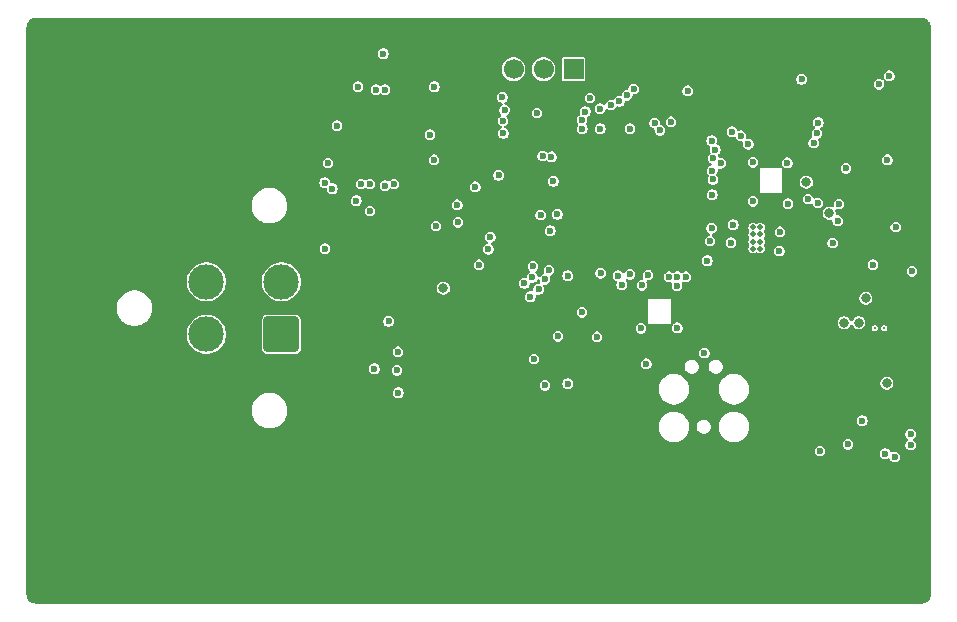
<source format=gbr>
%TF.GenerationSoftware,KiCad,Pcbnew,9.0.1-1.fc42*%
%TF.CreationDate,2025-04-29T06:49:19+02:00*%
%TF.ProjectId,westfly_ahrs_nrf,77657374-666c-4795-9f61-6872735f6e72,0.02*%
%TF.SameCoordinates,Original*%
%TF.FileFunction,Copper,L3,Inr*%
%TF.FilePolarity,Positive*%
%FSLAX46Y46*%
G04 Gerber Fmt 4.6, Leading zero omitted, Abs format (unit mm)*
G04 Created by KiCad (PCBNEW 9.0.1-1.fc42) date 2025-04-29 06:49:19*
%MOMM*%
%LPD*%
G01*
G04 APERTURE LIST*
G04 Aperture macros list*
%AMRoundRect*
0 Rectangle with rounded corners*
0 $1 Rounding radius*
0 $2 $3 $4 $5 $6 $7 $8 $9 X,Y pos of 4 corners*
0 Add a 4 corners polygon primitive as box body*
4,1,4,$2,$3,$4,$5,$6,$7,$8,$9,$2,$3,0*
0 Add four circle primitives for the rounded corners*
1,1,$1+$1,$2,$3*
1,1,$1+$1,$4,$5*
1,1,$1+$1,$6,$7*
1,1,$1+$1,$8,$9*
0 Add four rect primitives between the rounded corners*
20,1,$1+$1,$2,$3,$4,$5,0*
20,1,$1+$1,$4,$5,$6,$7,0*
20,1,$1+$1,$6,$7,$8,$9,0*
20,1,$1+$1,$8,$9,$2,$3,0*%
G04 Aperture macros list end*
%TA.AperFunction,ComponentPad*%
%ADD10C,0.200000*%
%TD*%
%TA.AperFunction,ComponentPad*%
%ADD11C,0.500000*%
%TD*%
%TA.AperFunction,ComponentPad*%
%ADD12R,1.700000X1.700000*%
%TD*%
%TA.AperFunction,ComponentPad*%
%ADD13C,1.700000*%
%TD*%
%TA.AperFunction,ComponentPad*%
%ADD14RoundRect,0.284091X1.215909X1.215909X-1.215909X1.215909X-1.215909X-1.215909X1.215909X-1.215909X0*%
%TD*%
%TA.AperFunction,ComponentPad*%
%ADD15C,3.000000*%
%TD*%
%TA.AperFunction,ViaPad*%
%ADD16C,0.600000*%
%TD*%
%TA.AperFunction,ViaPad*%
%ADD17C,0.800000*%
%TD*%
G04 APERTURE END LIST*
D10*
%TO.N,unconnected-(U12-NC-Pad7)*%
%TO.C,U12*%
X228029400Y-101464400D03*
%TO.N,unconnected-(U12-NC-Pad7)_1*%
X228829400Y-101464400D03*
%TD*%
D11*
%TO.N,GND*%
%TO.C,U1*%
X218328800Y-94742000D03*
X218328800Y-94142000D03*
X218328800Y-93542000D03*
X218328800Y-92942000D03*
X217728800Y-92942000D03*
X217728800Y-93542000D03*
X217728800Y-94142000D03*
X217728800Y-94742000D03*
%TD*%
D12*
%TO.N,/TX0*%
%TO.C,J1*%
X202539600Y-79552800D03*
D13*
%TO.N,/RX0*%
X199999600Y-79552800D03*
%TO.N,GND*%
X197459600Y-79552800D03*
%TD*%
D14*
%TO.N,/CAN_L*%
%TO.C,J3*%
X177800000Y-102000000D03*
D15*
%TO.N,/CAN_H*%
X177800000Y-97550000D03*
%TO.N,GND*%
X171450000Y-97550000D03*
%TO.N,Net-(J3-Pin_4)*%
X171450000Y-102000000D03*
%TD*%
D16*
%TO.N,+3V3*%
X228190400Y-92335600D03*
X229014000Y-96308800D03*
D17*
X226844200Y-98076000D03*
D16*
X222859600Y-104038400D03*
X182499000Y-85217000D03*
X228645650Y-81935250D03*
X182245000Y-94488000D03*
X214591899Y-111201200D03*
X220120866Y-92577135D03*
X228825400Y-110445800D03*
X227326800Y-112833400D03*
D17*
X229206400Y-98025200D03*
X191731900Y-108038900D03*
D16*
X213106000Y-80314800D03*
X187325000Y-81280000D03*
X185420000Y-94361000D03*
X225829925Y-80745125D03*
X220078043Y-95686481D03*
X204724000Y-105105200D03*
%TO.N,GND*%
X208229200Y-101498400D03*
X214223600Y-85598000D03*
X195326000Y-94792800D03*
X184150000Y-90678000D03*
X194513200Y-96113600D03*
X214223600Y-93014800D03*
X226988200Y-109302800D03*
X209850540Y-84722587D03*
X214274400Y-90170000D03*
X203250800Y-100126800D03*
X192684400Y-91033600D03*
X228396800Y-80822800D03*
X210616800Y-97129600D03*
X204825600Y-96824800D03*
X216052400Y-92710000D03*
X211328000Y-97129600D03*
X217728800Y-87426800D03*
X203911200Y-81991200D03*
X185293000Y-91567000D03*
X215849200Y-94236000D03*
X212191600Y-81381600D03*
X225777400Y-111309400D03*
X181483000Y-94742000D03*
X208838800Y-96977200D03*
X186563000Y-89408000D03*
X231069000Y-110445800D03*
X202031600Y-97028000D03*
X201218800Y-102158800D03*
X229108000Y-87223600D03*
X219964000Y-94945200D03*
D17*
X191516000Y-98094800D03*
D16*
X207306800Y-84582000D03*
D17*
X227276000Y-98939600D03*
D16*
X221843600Y-80416400D03*
X214328121Y-88889872D03*
X225608182Y-87940182D03*
X207314800Y-96926400D03*
D17*
X229054000Y-106127800D03*
D16*
X223389800Y-111868200D03*
X202031600Y-106172000D03*
X190703200Y-87223600D03*
X190754000Y-81026000D03*
X185674000Y-104902000D03*
X186436000Y-78232000D03*
X204520800Y-102209600D03*
X208686400Y-104495600D03*
X220624400Y-87477600D03*
X200558400Y-93218000D03*
X231069000Y-111380828D03*
X213868000Y-95758000D03*
X200101200Y-106324400D03*
X224459532Y-94263068D03*
X199745600Y-91897200D03*
X211277200Y-97891600D03*
X212048000Y-97129600D03*
X227885600Y-96103600D03*
X190881000Y-92837000D03*
D17*
X222250000Y-89109800D03*
D16*
X229260400Y-80111600D03*
X231199800Y-96653600D03*
X192735200Y-92506800D03*
X217728800Y-90728800D03*
X204806800Y-84582000D03*
X213614000Y-103581200D03*
X181457600Y-89154000D03*
X214071200Y-94081600D03*
X199186800Y-104089200D03*
X200812400Y-89052400D03*
X195478400Y-93776800D03*
X220675200Y-90932000D03*
X220014800Y-93319600D03*
X184531000Y-89281000D03*
X211328000Y-101447600D03*
X196189600Y-88544400D03*
X208330800Y-97840800D03*
X199440800Y-83261200D03*
X201168000Y-91846400D03*
%TO.N,+5V*%
X187325000Y-89281000D03*
X186879500Y-100902500D03*
%TO.N,/LED1*%
X187655200Y-103479600D03*
X215950800Y-84832200D03*
%TO.N,/LED2*%
X216712800Y-85191600D03*
X187579000Y-105054400D03*
%TO.N,/LED3*%
X187706000Y-106934000D03*
X217322400Y-85902800D03*
D17*
%TO.N,/SCL*%
X226685000Y-101012400D03*
D16*
X210769200Y-84006200D03*
D17*
X225435000Y-101012400D03*
D16*
X222377000Y-90551000D03*
%TO.N,/SDA*%
X224888400Y-92386400D03*
X209397600Y-84124800D03*
X225016632Y-90959368D03*
X223215200Y-90886000D03*
%TO.N,/BL_IND_055*%
X223266000Y-84074000D03*
X207060800Y-81754000D03*
%TO.N,/INT_LIS*%
X229714400Y-112376200D03*
X204774800Y-82888600D03*
%TO.N,/RST_055*%
X223147800Y-84988400D03*
X206415354Y-82279000D03*
%TO.N,/INT_055*%
X205689200Y-82583800D03*
X222860664Y-85788336D03*
D17*
%TO.N,/INT1_LSM*%
X224166917Y-91736001D03*
D16*
X203281800Y-84582000D03*
%TO.N,/INT2_LSM*%
X229816000Y-92919800D03*
X203249140Y-83832709D03*
%TO.N,/CAN_L*%
X182118000Y-89662000D03*
%TO.N,/CAN_H*%
X184277000Y-81026000D03*
X181737000Y-87503000D03*
%TO.N,/DRDY*%
X228925732Y-112098068D03*
X203527624Y-83136326D03*
%TO.N,Net-(J9-RST)*%
X198374000Y-97688400D03*
X198882000Y-98806000D03*
%TO.N,Net-(J9-CLK)*%
X199576200Y-98196400D03*
X199034400Y-97180400D03*
%TO.N,Net-(J9-I{slash}O)*%
X200101200Y-97332800D03*
X199104727Y-96249459D03*
%TO.N,/9151_SWDIO*%
X206295600Y-97028000D03*
X199913164Y-86900745D03*
%TO.N,Net-(J4-~{RESET})*%
X200455727Y-96565905D03*
X194208400Y-89509600D03*
%TO.N,/9151_SWDCLK*%
X206594800Y-97790000D03*
X200660000Y-86969600D03*
%TO.N,Net-(U10-P0.00)*%
X214274400Y-88141796D03*
X196596000Y-84988400D03*
%TO.N,Net-(U10-P0.01)*%
X196545200Y-83921600D03*
X214982071Y-87509397D03*
%TO.N,Net-(U10-P0.02)*%
X214359755Y-87090796D03*
X196697600Y-83007200D03*
%TO.N,Net-(U10-P0.03)*%
X214528400Y-86360000D03*
X196494400Y-81940400D03*
%TO.N,/CAN_INT*%
X207619600Y-81229000D03*
X190373000Y-85090000D03*
%TO.N,Net-(U45-RXD)*%
X185812997Y-81280000D03*
X182499000Y-84328000D03*
%TO.N,Net-(U45-TXD)*%
X186563000Y-81280000D03*
X185293000Y-89281000D03*
%TD*%
%TA.AperFunction,Conductor*%
%TO.N,+3V3*%
G36*
X232006061Y-75201097D02*
G01*
X232016051Y-75202080D01*
X232143824Y-75214665D01*
X232167652Y-75219404D01*
X232294277Y-75257815D01*
X232316725Y-75267114D01*
X232433406Y-75329482D01*
X232453616Y-75342986D01*
X232487511Y-75370802D01*
X232555891Y-75426920D01*
X232573079Y-75444108D01*
X232657012Y-75546381D01*
X232670517Y-75566593D01*
X232732883Y-75683271D01*
X232742186Y-75705728D01*
X232780593Y-75832338D01*
X232785335Y-75856180D01*
X232798903Y-75993938D01*
X232799500Y-76006092D01*
X232799500Y-123993907D01*
X232798903Y-124006060D01*
X232798903Y-124006061D01*
X232785335Y-124143819D01*
X232780593Y-124167661D01*
X232742186Y-124294271D01*
X232732883Y-124316728D01*
X232670517Y-124433406D01*
X232657012Y-124453618D01*
X232573079Y-124555891D01*
X232555891Y-124573079D01*
X232453618Y-124657012D01*
X232433406Y-124670517D01*
X232316728Y-124732883D01*
X232294271Y-124742186D01*
X232167661Y-124780593D01*
X232143819Y-124785335D01*
X232006213Y-124798888D01*
X231994059Y-124799485D01*
X157006090Y-124799498D01*
X156993937Y-124798901D01*
X156856181Y-124785335D01*
X156832340Y-124780593D01*
X156705728Y-124742186D01*
X156683271Y-124732883D01*
X156566593Y-124670517D01*
X156546381Y-124657012D01*
X156444108Y-124573079D01*
X156426920Y-124555891D01*
X156342986Y-124453616D01*
X156329482Y-124433406D01*
X156267116Y-124316728D01*
X156257815Y-124294277D01*
X156219404Y-124167652D01*
X156214665Y-124143824D01*
X156201097Y-124006060D01*
X156200500Y-123993907D01*
X156200500Y-111808891D01*
X222939300Y-111808891D01*
X222939300Y-111927509D01*
X222970001Y-112042086D01*
X223029311Y-112144813D01*
X223113187Y-112228689D01*
X223215914Y-112287999D01*
X223330491Y-112318700D01*
X223330494Y-112318700D01*
X223449106Y-112318700D01*
X223449109Y-112318700D01*
X223563686Y-112287999D01*
X223666413Y-112228689D01*
X223750289Y-112144813D01*
X223809599Y-112042086D01*
X223810490Y-112038759D01*
X228475232Y-112038759D01*
X228475232Y-112157377D01*
X228505933Y-112271954D01*
X228565243Y-112374681D01*
X228649119Y-112458557D01*
X228751846Y-112517867D01*
X228866423Y-112548568D01*
X228866426Y-112548568D01*
X228985038Y-112548568D01*
X228985041Y-112548568D01*
X229099618Y-112517867D01*
X229124514Y-112503492D01*
X229192414Y-112487019D01*
X229258441Y-112509870D01*
X229293902Y-112548878D01*
X229352347Y-112650104D01*
X229353911Y-112652813D01*
X229437787Y-112736689D01*
X229540514Y-112795999D01*
X229655091Y-112826700D01*
X229655094Y-112826700D01*
X229773706Y-112826700D01*
X229773709Y-112826700D01*
X229888286Y-112795999D01*
X229991013Y-112736689D01*
X230074889Y-112652813D01*
X230134199Y-112550086D01*
X230164900Y-112435509D01*
X230164900Y-112316891D01*
X230134199Y-112202314D01*
X230074889Y-112099587D01*
X229991013Y-112015711D01*
X229888286Y-111956401D01*
X229773709Y-111925700D01*
X229655091Y-111925700D01*
X229574551Y-111947280D01*
X229540509Y-111956402D01*
X229540508Y-111956403D01*
X229515613Y-111970776D01*
X229447712Y-111987247D01*
X229381686Y-111964394D01*
X229346228Y-111925389D01*
X229339235Y-111913278D01*
X229286221Y-111821455D01*
X229202345Y-111737579D01*
X229099618Y-111678269D01*
X228985041Y-111647568D01*
X228866423Y-111647568D01*
X228751846Y-111678269D01*
X228751844Y-111678269D01*
X228751844Y-111678270D01*
X228649119Y-111737579D01*
X228649116Y-111737581D01*
X228565245Y-111821452D01*
X228565243Y-111821455D01*
X228505933Y-111924182D01*
X228475232Y-112038759D01*
X223810490Y-112038759D01*
X223840300Y-111927509D01*
X223840300Y-111808891D01*
X223809599Y-111694314D01*
X223750289Y-111591587D01*
X223666413Y-111507711D01*
X223563686Y-111448401D01*
X223449109Y-111417700D01*
X223330491Y-111417700D01*
X223215914Y-111448401D01*
X223215912Y-111448401D01*
X223215912Y-111448402D01*
X223113187Y-111507711D01*
X223113184Y-111507713D01*
X223029313Y-111591584D01*
X223029311Y-111591587D01*
X222970001Y-111694314D01*
X222939300Y-111808891D01*
X156200500Y-111808891D01*
X156200500Y-111250091D01*
X225326900Y-111250091D01*
X225326900Y-111368709D01*
X225357601Y-111483286D01*
X225416911Y-111586013D01*
X225500787Y-111669889D01*
X225603514Y-111729199D01*
X225718091Y-111759900D01*
X225718094Y-111759900D01*
X225836706Y-111759900D01*
X225836709Y-111759900D01*
X225951286Y-111729199D01*
X226054013Y-111669889D01*
X226137889Y-111586013D01*
X226197199Y-111483286D01*
X226227900Y-111368709D01*
X226227900Y-111250091D01*
X226197199Y-111135514D01*
X226137889Y-111032787D01*
X226054013Y-110948911D01*
X225951286Y-110889601D01*
X225836709Y-110858900D01*
X225718091Y-110858900D01*
X225603514Y-110889601D01*
X225603512Y-110889601D01*
X225603512Y-110889602D01*
X225500787Y-110948911D01*
X225500784Y-110948913D01*
X225416913Y-111032784D01*
X225416911Y-111032787D01*
X225367973Y-111117550D01*
X225357601Y-111135514D01*
X225326900Y-111250091D01*
X156200500Y-111250091D01*
X156200500Y-108321902D01*
X175289500Y-108321902D01*
X175289500Y-108558097D01*
X175326446Y-108791368D01*
X175399433Y-109015996D01*
X175470039Y-109154566D01*
X175506657Y-109226433D01*
X175645483Y-109417510D01*
X175812490Y-109584517D01*
X176003567Y-109723343D01*
X176058163Y-109751161D01*
X176214003Y-109830566D01*
X176214005Y-109830566D01*
X176214008Y-109830568D01*
X176334412Y-109869689D01*
X176438631Y-109903553D01*
X176671903Y-109940500D01*
X176671908Y-109940500D01*
X176908097Y-109940500D01*
X177141368Y-109903553D01*
X177365992Y-109830568D01*
X177566842Y-109728230D01*
X209735250Y-109728230D01*
X209735250Y-109930969D01*
X209759696Y-110085313D01*
X209766963Y-110131196D01*
X209829610Y-110324001D01*
X209921646Y-110504633D01*
X210040806Y-110668643D01*
X210184157Y-110811994D01*
X210348167Y-110931154D01*
X210528799Y-111023190D01*
X210721604Y-111085837D01*
X210821720Y-111101693D01*
X210921831Y-111117550D01*
X210921836Y-111117550D01*
X211124569Y-111117550D01*
X211215578Y-111103135D01*
X211324796Y-111085837D01*
X211517601Y-111023190D01*
X211698233Y-110931154D01*
X211862243Y-110811994D01*
X212005594Y-110668643D01*
X212124754Y-110504633D01*
X212216790Y-110324001D01*
X212279437Y-110131196D01*
X212296735Y-110021978D01*
X212311150Y-109930969D01*
X212311150Y-109751161D01*
X212967400Y-109751161D01*
X212967400Y-109908039D01*
X213008003Y-110059570D01*
X213086441Y-110195430D01*
X213197370Y-110306359D01*
X213333230Y-110384797D01*
X213484761Y-110425400D01*
X213484764Y-110425400D01*
X213641636Y-110425400D01*
X213641639Y-110425400D01*
X213793170Y-110384797D01*
X213929030Y-110306359D01*
X214039959Y-110195430D01*
X214118397Y-110059570D01*
X214159000Y-109908039D01*
X214159000Y-109751161D01*
X214152856Y-109728230D01*
X214815250Y-109728230D01*
X214815250Y-109930969D01*
X214839696Y-110085313D01*
X214846963Y-110131196D01*
X214909610Y-110324001D01*
X215001646Y-110504633D01*
X215120806Y-110668643D01*
X215264157Y-110811994D01*
X215428167Y-110931154D01*
X215608799Y-111023190D01*
X215801604Y-111085837D01*
X215901720Y-111101693D01*
X216001831Y-111117550D01*
X216001836Y-111117550D01*
X216204569Y-111117550D01*
X216295578Y-111103135D01*
X216404796Y-111085837D01*
X216597601Y-111023190D01*
X216778233Y-110931154D01*
X216942243Y-110811994D01*
X217085594Y-110668643D01*
X217204754Y-110504633D01*
X217264950Y-110386491D01*
X230618500Y-110386491D01*
X230618500Y-110505109D01*
X230649201Y-110619686D01*
X230708511Y-110722413D01*
X230792387Y-110806289D01*
X230792390Y-110806291D01*
X230798836Y-110811237D01*
X230797939Y-110812405D01*
X230839979Y-110856502D01*
X230853197Y-110925110D01*
X230827224Y-110989973D01*
X230798458Y-111014898D01*
X230798836Y-111015391D01*
X230792384Y-111020341D01*
X230708513Y-111104212D01*
X230708511Y-111104215D01*
X230690442Y-111135512D01*
X230649201Y-111206942D01*
X230618500Y-111321519D01*
X230618500Y-111440137D01*
X230649201Y-111554714D01*
X230708511Y-111657441D01*
X230792387Y-111741317D01*
X230895114Y-111800627D01*
X231009691Y-111831328D01*
X231009694Y-111831328D01*
X231128306Y-111831328D01*
X231128309Y-111831328D01*
X231242886Y-111800627D01*
X231345613Y-111741317D01*
X231429489Y-111657441D01*
X231488799Y-111554714D01*
X231519500Y-111440137D01*
X231519500Y-111321519D01*
X231488799Y-111206942D01*
X231429489Y-111104215D01*
X231345613Y-111020339D01*
X231345610Y-111020337D01*
X231339164Y-111015391D01*
X231340061Y-111014221D01*
X231298024Y-110970134D01*
X231284802Y-110901527D01*
X231310770Y-110836662D01*
X231339542Y-110811730D01*
X231339164Y-110811237D01*
X231345605Y-110806293D01*
X231345613Y-110806289D01*
X231429489Y-110722413D01*
X231488799Y-110619686D01*
X231519500Y-110505109D01*
X231519500Y-110386491D01*
X231488799Y-110271914D01*
X231429489Y-110169187D01*
X231345613Y-110085311D01*
X231242886Y-110026001D01*
X231128309Y-109995300D01*
X231009691Y-109995300D01*
X230895114Y-110026001D01*
X230895112Y-110026001D01*
X230895112Y-110026002D01*
X230792387Y-110085311D01*
X230792384Y-110085313D01*
X230708513Y-110169184D01*
X230708511Y-110169187D01*
X230649201Y-110271914D01*
X230618500Y-110386491D01*
X217264950Y-110386491D01*
X217296790Y-110324001D01*
X217359437Y-110131196D01*
X217376735Y-110021978D01*
X217391150Y-109930969D01*
X217391150Y-109728230D01*
X217370781Y-109599629D01*
X217359437Y-109528004D01*
X217296790Y-109335199D01*
X217296787Y-109335195D01*
X217296787Y-109335192D01*
X217274606Y-109291660D01*
X217274605Y-109291658D01*
X217250063Y-109243491D01*
X226537700Y-109243491D01*
X226537700Y-109362109D01*
X226568401Y-109476686D01*
X226627711Y-109579413D01*
X226711587Y-109663289D01*
X226814314Y-109722599D01*
X226928891Y-109753300D01*
X226928894Y-109753300D01*
X227047506Y-109753300D01*
X227047509Y-109753300D01*
X227162086Y-109722599D01*
X227264813Y-109663289D01*
X227348689Y-109579413D01*
X227407999Y-109476686D01*
X227438700Y-109362109D01*
X227438700Y-109243491D01*
X227407999Y-109128914D01*
X227348689Y-109026187D01*
X227264813Y-108942311D01*
X227162086Y-108883001D01*
X227047509Y-108852300D01*
X226928891Y-108852300D01*
X226814314Y-108883001D01*
X226814312Y-108883001D01*
X226814312Y-108883002D01*
X226711587Y-108942311D01*
X226711584Y-108942313D01*
X226627713Y-109026184D01*
X226627711Y-109026187D01*
X226568401Y-109128914D01*
X226537700Y-109243491D01*
X217250063Y-109243491D01*
X217204755Y-109154568D01*
X217174964Y-109113564D01*
X217085594Y-108990557D01*
X216942243Y-108847206D01*
X216778233Y-108728046D01*
X216597601Y-108636010D01*
X216404796Y-108573363D01*
X216404790Y-108573362D01*
X216204569Y-108541650D01*
X216204564Y-108541650D01*
X216001836Y-108541650D01*
X216001831Y-108541650D01*
X215801609Y-108573362D01*
X215801607Y-108573362D01*
X215801604Y-108573363D01*
X215608799Y-108636010D01*
X215608796Y-108636011D01*
X215608794Y-108636012D01*
X215428166Y-108728046D01*
X215264154Y-108847208D01*
X215120808Y-108990554D01*
X215001646Y-109154566D01*
X214909612Y-109335194D01*
X214909611Y-109335196D01*
X214909610Y-109335199D01*
X214846963Y-109528004D01*
X214846962Y-109528007D01*
X214846962Y-109528009D01*
X214815250Y-109728230D01*
X214152856Y-109728230D01*
X214118397Y-109599630D01*
X214039959Y-109463770D01*
X213929030Y-109352841D01*
X213793170Y-109274403D01*
X213793171Y-109274403D01*
X213755287Y-109264252D01*
X213641639Y-109233800D01*
X213484761Y-109233800D01*
X213371112Y-109264252D01*
X213333229Y-109274403D01*
X213197371Y-109352840D01*
X213197368Y-109352842D01*
X213086442Y-109463768D01*
X213086440Y-109463771D01*
X213008003Y-109599629D01*
X212994468Y-109650140D01*
X212967400Y-109751161D01*
X212311150Y-109751161D01*
X212311150Y-109728230D01*
X212290781Y-109599629D01*
X212279437Y-109528004D01*
X212216790Y-109335199D01*
X212124754Y-109154567D01*
X212005594Y-108990557D01*
X211862243Y-108847206D01*
X211698233Y-108728046D01*
X211517601Y-108636010D01*
X211324796Y-108573363D01*
X211324790Y-108573362D01*
X211124569Y-108541650D01*
X211124564Y-108541650D01*
X210921836Y-108541650D01*
X210921831Y-108541650D01*
X210721609Y-108573362D01*
X210721607Y-108573362D01*
X210721604Y-108573363D01*
X210528799Y-108636010D01*
X210528796Y-108636011D01*
X210528794Y-108636012D01*
X210348166Y-108728046D01*
X210184154Y-108847208D01*
X210040808Y-108990554D01*
X209921646Y-109154566D01*
X209829612Y-109335194D01*
X209829611Y-109335196D01*
X209829610Y-109335199D01*
X209766963Y-109528004D01*
X209766962Y-109528007D01*
X209766962Y-109528009D01*
X209735250Y-109728230D01*
X177566842Y-109728230D01*
X177576433Y-109723343D01*
X177767510Y-109584517D01*
X177934517Y-109417510D01*
X178073343Y-109226433D01*
X178180568Y-109015992D01*
X178253553Y-108791368D01*
X178278159Y-108636012D01*
X178290500Y-108558097D01*
X178290500Y-108321902D01*
X178253553Y-108088631D01*
X178206088Y-107942550D01*
X178180568Y-107864008D01*
X178180566Y-107864005D01*
X178180566Y-107864003D01*
X178073342Y-107653566D01*
X178061302Y-107636994D01*
X177934517Y-107462490D01*
X177767510Y-107295483D01*
X177576433Y-107156657D01*
X177561407Y-107149001D01*
X177365996Y-107049433D01*
X177166138Y-106984495D01*
X177166137Y-106984494D01*
X177141370Y-106976447D01*
X176908097Y-106939500D01*
X176908092Y-106939500D01*
X176671908Y-106939500D01*
X176671903Y-106939500D01*
X176438631Y-106976446D01*
X176214003Y-107049433D01*
X176003566Y-107156657D01*
X175929303Y-107210613D01*
X175812490Y-107295483D01*
X175812488Y-107295485D01*
X175812487Y-107295485D01*
X175645485Y-107462487D01*
X175645485Y-107462488D01*
X175645483Y-107462490D01*
X175585862Y-107544550D01*
X175506657Y-107653566D01*
X175399433Y-107864003D01*
X175326446Y-108088631D01*
X175289500Y-108321902D01*
X156200500Y-108321902D01*
X156200500Y-106874691D01*
X187255500Y-106874691D01*
X187255500Y-106993309D01*
X187286201Y-107107886D01*
X187345511Y-107210613D01*
X187429387Y-107294489D01*
X187532114Y-107353799D01*
X187646691Y-107384500D01*
X187646694Y-107384500D01*
X187765306Y-107384500D01*
X187765309Y-107384500D01*
X187879886Y-107353799D01*
X187982613Y-107294489D01*
X188066489Y-107210613D01*
X188125799Y-107107886D01*
X188156500Y-106993309D01*
X188156500Y-106874691D01*
X188125799Y-106760114D01*
X188066489Y-106657387D01*
X187982613Y-106573511D01*
X187879886Y-106514201D01*
X187765309Y-106483500D01*
X187646691Y-106483500D01*
X187532114Y-106514201D01*
X187532112Y-106514201D01*
X187532112Y-106514202D01*
X187429387Y-106573511D01*
X187429384Y-106573513D01*
X187345513Y-106657384D01*
X187345511Y-106657387D01*
X187295390Y-106744199D01*
X187286201Y-106760114D01*
X187255500Y-106874691D01*
X156200500Y-106874691D01*
X156200500Y-106265091D01*
X199650700Y-106265091D01*
X199650700Y-106383709D01*
X199681401Y-106498286D01*
X199740711Y-106601013D01*
X199824587Y-106684889D01*
X199927314Y-106744199D01*
X200041891Y-106774900D01*
X200041894Y-106774900D01*
X200160506Y-106774900D01*
X200160509Y-106774900D01*
X200275086Y-106744199D01*
X200377813Y-106684889D01*
X200461689Y-106601013D01*
X200520999Y-106498286D01*
X200551700Y-106383709D01*
X200551700Y-106265091D01*
X200520999Y-106150514D01*
X200499162Y-106112691D01*
X201581100Y-106112691D01*
X201581100Y-106231309D01*
X201611801Y-106345886D01*
X201671111Y-106448613D01*
X201754987Y-106532489D01*
X201857714Y-106591799D01*
X201972291Y-106622500D01*
X201972294Y-106622500D01*
X202090906Y-106622500D01*
X202090909Y-106622500D01*
X202205486Y-106591799D01*
X202272289Y-106553230D01*
X209735250Y-106553230D01*
X209735250Y-106755969D01*
X209754054Y-106874691D01*
X209766963Y-106956196D01*
X209829610Y-107149001D01*
X209921646Y-107329633D01*
X210040806Y-107493643D01*
X210184157Y-107636994D01*
X210348167Y-107756154D01*
X210528799Y-107848190D01*
X210721604Y-107910837D01*
X210821720Y-107926693D01*
X210921831Y-107942550D01*
X210921836Y-107942550D01*
X211124569Y-107942550D01*
X211215578Y-107928135D01*
X211324796Y-107910837D01*
X211517601Y-107848190D01*
X211698233Y-107756154D01*
X211862243Y-107636994D01*
X212005594Y-107493643D01*
X212124754Y-107329633D01*
X212216790Y-107149001D01*
X212279437Y-106956196D01*
X212296735Y-106846978D01*
X212311150Y-106755969D01*
X212311150Y-106553230D01*
X214815250Y-106553230D01*
X214815250Y-106755969D01*
X214834054Y-106874691D01*
X214846963Y-106956196D01*
X214909610Y-107149001D01*
X215001646Y-107329633D01*
X215120806Y-107493643D01*
X215264157Y-107636994D01*
X215428167Y-107756154D01*
X215608799Y-107848190D01*
X215801604Y-107910837D01*
X215901720Y-107926693D01*
X216001831Y-107942550D01*
X216001836Y-107942550D01*
X216204569Y-107942550D01*
X216295578Y-107928135D01*
X216404796Y-107910837D01*
X216597601Y-107848190D01*
X216778233Y-107756154D01*
X216942243Y-107636994D01*
X217085594Y-107493643D01*
X217204754Y-107329633D01*
X217296790Y-107149001D01*
X217359437Y-106956196D01*
X217376735Y-106846978D01*
X217391150Y-106755969D01*
X217391150Y-106553230D01*
X217364300Y-106383709D01*
X217359437Y-106353004D01*
X217296790Y-106160199D01*
X217296788Y-106160196D01*
X217296788Y-106160194D01*
X217267897Y-106103493D01*
X217243354Y-106055325D01*
X228503500Y-106055325D01*
X228503500Y-106200275D01*
X228541016Y-106340285D01*
X228541017Y-106340288D01*
X228613488Y-106465811D01*
X228613490Y-106465813D01*
X228613491Y-106465815D01*
X228715985Y-106568309D01*
X228715986Y-106568310D01*
X228715988Y-106568311D01*
X228841511Y-106640782D01*
X228841512Y-106640782D01*
X228841515Y-106640784D01*
X228981525Y-106678300D01*
X228981528Y-106678300D01*
X229126472Y-106678300D01*
X229126475Y-106678300D01*
X229266485Y-106640784D01*
X229392015Y-106568309D01*
X229494509Y-106465815D01*
X229566984Y-106340285D01*
X229604500Y-106200275D01*
X229604500Y-106055325D01*
X229566984Y-105915315D01*
X229560798Y-105904601D01*
X229494511Y-105789788D01*
X229494506Y-105789782D01*
X229392017Y-105687293D01*
X229392011Y-105687288D01*
X229266488Y-105614817D01*
X229266489Y-105614817D01*
X229255006Y-105611740D01*
X229126475Y-105577300D01*
X228981525Y-105577300D01*
X228852993Y-105611740D01*
X228841511Y-105614817D01*
X228715988Y-105687288D01*
X228715982Y-105687293D01*
X228613493Y-105789782D01*
X228613488Y-105789788D01*
X228541017Y-105915311D01*
X228541016Y-105915315D01*
X228503500Y-106055325D01*
X217243354Y-106055325D01*
X217204754Y-105979567D01*
X217085594Y-105815557D01*
X216942243Y-105672206D01*
X216778233Y-105553046D01*
X216597601Y-105461010D01*
X216404796Y-105398363D01*
X216404790Y-105398362D01*
X216204569Y-105366650D01*
X216204564Y-105366650D01*
X216001836Y-105366650D01*
X216001831Y-105366650D01*
X215801609Y-105398362D01*
X215801607Y-105398362D01*
X215801604Y-105398363D01*
X215608799Y-105461010D01*
X215608796Y-105461011D01*
X215608794Y-105461012D01*
X215428166Y-105553046D01*
X215264154Y-105672208D01*
X215120808Y-105815554D01*
X215001646Y-105979566D01*
X214909612Y-106160194D01*
X214909611Y-106160196D01*
X214909610Y-106160199D01*
X214846963Y-106353004D01*
X214846962Y-106353007D01*
X214846962Y-106353009D01*
X214815250Y-106553230D01*
X212311150Y-106553230D01*
X212284300Y-106383709D01*
X212279437Y-106353004D01*
X212216790Y-106160199D01*
X212124754Y-105979567D01*
X212005594Y-105815557D01*
X211862243Y-105672206D01*
X211698233Y-105553046D01*
X211517601Y-105461010D01*
X211324796Y-105398363D01*
X211324790Y-105398362D01*
X211124569Y-105366650D01*
X211124564Y-105366650D01*
X210921836Y-105366650D01*
X210921831Y-105366650D01*
X210721609Y-105398362D01*
X210721607Y-105398362D01*
X210721604Y-105398363D01*
X210528799Y-105461010D01*
X210528796Y-105461011D01*
X210528794Y-105461012D01*
X210348166Y-105553046D01*
X210184154Y-105672208D01*
X210040808Y-105815554D01*
X209921646Y-105979566D01*
X209829612Y-106160194D01*
X209829611Y-106160196D01*
X209829610Y-106160199D01*
X209766963Y-106353004D01*
X209766962Y-106353007D01*
X209766962Y-106353009D01*
X209735250Y-106553230D01*
X202272289Y-106553230D01*
X202308213Y-106532489D01*
X202392089Y-106448613D01*
X202451399Y-106345886D01*
X202482100Y-106231309D01*
X202482100Y-106112691D01*
X202451399Y-105998114D01*
X202392089Y-105895387D01*
X202308213Y-105811511D01*
X202205486Y-105752201D01*
X202090909Y-105721500D01*
X201972291Y-105721500D01*
X201857714Y-105752201D01*
X201857712Y-105752201D01*
X201857712Y-105752202D01*
X201754987Y-105811511D01*
X201754984Y-105811513D01*
X201671113Y-105895384D01*
X201671111Y-105895387D01*
X201611801Y-105998114D01*
X201581100Y-106112691D01*
X200499162Y-106112691D01*
X200461689Y-106047787D01*
X200377813Y-105963911D01*
X200275086Y-105904601D01*
X200160509Y-105873900D01*
X200041891Y-105873900D01*
X199927314Y-105904601D01*
X199927312Y-105904601D01*
X199927312Y-105904602D01*
X199824587Y-105963911D01*
X199824584Y-105963913D01*
X199740713Y-106047784D01*
X199740711Y-106047787D01*
X199681401Y-106150514D01*
X199650700Y-106265091D01*
X156200500Y-106265091D01*
X156200500Y-104842691D01*
X185223500Y-104842691D01*
X185223500Y-104961309D01*
X185254201Y-105075886D01*
X185313511Y-105178613D01*
X185397387Y-105262489D01*
X185500114Y-105321799D01*
X185614691Y-105352500D01*
X185614694Y-105352500D01*
X185733306Y-105352500D01*
X185733309Y-105352500D01*
X185847886Y-105321799D01*
X185950613Y-105262489D01*
X186034489Y-105178613D01*
X186093799Y-105075886D01*
X186115448Y-104995091D01*
X187128500Y-104995091D01*
X187128500Y-105113709D01*
X187159201Y-105228286D01*
X187218511Y-105331013D01*
X187302387Y-105414889D01*
X187405114Y-105474199D01*
X187519691Y-105504900D01*
X187519694Y-105504900D01*
X187638306Y-105504900D01*
X187638309Y-105504900D01*
X187752886Y-105474199D01*
X187855613Y-105414889D01*
X187939489Y-105331013D01*
X187998799Y-105228286D01*
X188029500Y-105113709D01*
X188029500Y-104995091D01*
X187998799Y-104880514D01*
X187939489Y-104777787D01*
X187855613Y-104693911D01*
X187752886Y-104634601D01*
X187638309Y-104603900D01*
X187519691Y-104603900D01*
X187405114Y-104634601D01*
X187405112Y-104634601D01*
X187405112Y-104634602D01*
X187302387Y-104693911D01*
X187302384Y-104693913D01*
X187218513Y-104777784D01*
X187218511Y-104777787D01*
X187159201Y-104880514D01*
X187128500Y-104995091D01*
X186115448Y-104995091D01*
X186124500Y-104961309D01*
X186124500Y-104842691D01*
X186093799Y-104728114D01*
X186034489Y-104625387D01*
X185950613Y-104541511D01*
X185847886Y-104482201D01*
X185733309Y-104451500D01*
X185614691Y-104451500D01*
X185500114Y-104482201D01*
X185500112Y-104482201D01*
X185500112Y-104482202D01*
X185397387Y-104541511D01*
X185397384Y-104541513D01*
X185313513Y-104625384D01*
X185313511Y-104625387D01*
X185254201Y-104728114D01*
X185223500Y-104842691D01*
X156200500Y-104842691D01*
X156200500Y-104029891D01*
X198736300Y-104029891D01*
X198736300Y-104148509D01*
X198767001Y-104263086D01*
X198826311Y-104365813D01*
X198910187Y-104449689D01*
X199012914Y-104508999D01*
X199127491Y-104539700D01*
X199127494Y-104539700D01*
X199246106Y-104539700D01*
X199246109Y-104539700D01*
X199360686Y-104508999D01*
X199463413Y-104449689D01*
X199476811Y-104436291D01*
X208235900Y-104436291D01*
X208235900Y-104554909D01*
X208266601Y-104669486D01*
X208325911Y-104772213D01*
X208409787Y-104856089D01*
X208512514Y-104915399D01*
X208627091Y-104946100D01*
X208627094Y-104946100D01*
X208745706Y-104946100D01*
X208745709Y-104946100D01*
X208860286Y-104915399D01*
X208963013Y-104856089D01*
X209046889Y-104772213D01*
X209105232Y-104671161D01*
X211951400Y-104671161D01*
X211951400Y-104828039D01*
X211992003Y-104979570D01*
X212070441Y-105115430D01*
X212181370Y-105226359D01*
X212317230Y-105304797D01*
X212468761Y-105345400D01*
X212468764Y-105345400D01*
X212625636Y-105345400D01*
X212625639Y-105345400D01*
X212777170Y-105304797D01*
X212913030Y-105226359D01*
X213023959Y-105115430D01*
X213102397Y-104979570D01*
X213143000Y-104828039D01*
X213143000Y-104671161D01*
X213983400Y-104671161D01*
X213983400Y-104828039D01*
X214024003Y-104979570D01*
X214102441Y-105115430D01*
X214213370Y-105226359D01*
X214349230Y-105304797D01*
X214500761Y-105345400D01*
X214500764Y-105345400D01*
X214657636Y-105345400D01*
X214657639Y-105345400D01*
X214809170Y-105304797D01*
X214945030Y-105226359D01*
X215055959Y-105115430D01*
X215134397Y-104979570D01*
X215175000Y-104828039D01*
X215175000Y-104671161D01*
X215134397Y-104519630D01*
X215055959Y-104383770D01*
X214945030Y-104272841D01*
X214809170Y-104194403D01*
X214809171Y-104194403D01*
X214771287Y-104184252D01*
X214657639Y-104153800D01*
X214500761Y-104153800D01*
X214387112Y-104184252D01*
X214349229Y-104194403D01*
X214213371Y-104272840D01*
X214213368Y-104272842D01*
X214102442Y-104383768D01*
X214102440Y-104383771D01*
X214024003Y-104519629D01*
X214024003Y-104519630D01*
X213983400Y-104671161D01*
X213143000Y-104671161D01*
X213102397Y-104519630D01*
X213023959Y-104383770D01*
X212913030Y-104272841D01*
X212777170Y-104194403D01*
X212777171Y-104194403D01*
X212739287Y-104184252D01*
X212625639Y-104153800D01*
X212468761Y-104153800D01*
X212355112Y-104184252D01*
X212317229Y-104194403D01*
X212181371Y-104272840D01*
X212181368Y-104272842D01*
X212070442Y-104383768D01*
X212070440Y-104383771D01*
X211992003Y-104519629D01*
X211992003Y-104519630D01*
X211951400Y-104671161D01*
X209105232Y-104671161D01*
X209106199Y-104669486D01*
X209136900Y-104554909D01*
X209136900Y-104436291D01*
X209106199Y-104321714D01*
X209046889Y-104218987D01*
X208963013Y-104135111D01*
X208860286Y-104075801D01*
X208745709Y-104045100D01*
X208627091Y-104045100D01*
X208512514Y-104075801D01*
X208512512Y-104075801D01*
X208512512Y-104075802D01*
X208409787Y-104135111D01*
X208409784Y-104135113D01*
X208325913Y-104218984D01*
X208325911Y-104218987D01*
X208294818Y-104272842D01*
X208266601Y-104321714D01*
X208235900Y-104436291D01*
X199476811Y-104436291D01*
X199547289Y-104365813D01*
X199606599Y-104263086D01*
X199637300Y-104148509D01*
X199637300Y-104029891D01*
X199606599Y-103915314D01*
X199547289Y-103812587D01*
X199463413Y-103728711D01*
X199360686Y-103669401D01*
X199246109Y-103638700D01*
X199127491Y-103638700D01*
X199012914Y-103669401D01*
X199012912Y-103669401D01*
X199012912Y-103669402D01*
X198910187Y-103728711D01*
X198910184Y-103728713D01*
X198826313Y-103812584D01*
X198826311Y-103812587D01*
X198776190Y-103899399D01*
X198767001Y-103915314D01*
X198736300Y-104029891D01*
X156200500Y-104029891D01*
X156200500Y-101870097D01*
X169799500Y-101870097D01*
X169799500Y-102129902D01*
X169840140Y-102386493D01*
X169920422Y-102633576D01*
X170001534Y-102792764D01*
X170038366Y-102865051D01*
X170191069Y-103075229D01*
X170374771Y-103258931D01*
X170584949Y-103411634D01*
X170732445Y-103486787D01*
X170816423Y-103529577D01*
X170816425Y-103529577D01*
X170816428Y-103529579D01*
X171063507Y-103609860D01*
X171195706Y-103630797D01*
X171320098Y-103650500D01*
X171320103Y-103650500D01*
X171579902Y-103650500D01*
X171693298Y-103632539D01*
X171836493Y-103609860D01*
X172083572Y-103529579D01*
X172315051Y-103411634D01*
X172525229Y-103258931D01*
X172708931Y-103075229D01*
X172861634Y-102865051D01*
X172979579Y-102633572D01*
X173059860Y-102386493D01*
X173086529Y-102218109D01*
X173100500Y-102129902D01*
X173100500Y-101870097D01*
X173075919Y-101714900D01*
X173059860Y-101613507D01*
X172979579Y-101366428D01*
X172979577Y-101366425D01*
X172979577Y-101366423D01*
X172905880Y-101221787D01*
X172861634Y-101134949D01*
X172708931Y-100924771D01*
X172525229Y-100741069D01*
X172512393Y-100731743D01*
X172512383Y-100731736D01*
X176149500Y-100731736D01*
X176149500Y-103268256D01*
X176152252Y-103297613D01*
X176152252Y-103297615D01*
X176152253Y-103297617D01*
X176195522Y-103421274D01*
X176273318Y-103526682D01*
X176378726Y-103604478D01*
X176502383Y-103647747D01*
X176531741Y-103650500D01*
X179068258Y-103650499D01*
X179097617Y-103647747D01*
X179221274Y-103604478D01*
X179326682Y-103526682D01*
X179404478Y-103421274D01*
X179404822Y-103420291D01*
X187204700Y-103420291D01*
X187204700Y-103538909D01*
X187235401Y-103653486D01*
X187294711Y-103756213D01*
X187378587Y-103840089D01*
X187481314Y-103899399D01*
X187595891Y-103930100D01*
X187595894Y-103930100D01*
X187714506Y-103930100D01*
X187714509Y-103930100D01*
X187829086Y-103899399D01*
X187931813Y-103840089D01*
X188015689Y-103756213D01*
X188074999Y-103653486D01*
X188105700Y-103538909D01*
X188105700Y-103521891D01*
X213163500Y-103521891D01*
X213163500Y-103640509D01*
X213194201Y-103755086D01*
X213253511Y-103857813D01*
X213337387Y-103941689D01*
X213440114Y-104000999D01*
X213554691Y-104031700D01*
X213554694Y-104031700D01*
X213673306Y-104031700D01*
X213673309Y-104031700D01*
X213787886Y-104000999D01*
X213890613Y-103941689D01*
X213974489Y-103857813D01*
X214033799Y-103755086D01*
X214064500Y-103640509D01*
X214064500Y-103521891D01*
X214033799Y-103407314D01*
X213974489Y-103304587D01*
X213890613Y-103220711D01*
X213787886Y-103161401D01*
X213673309Y-103130700D01*
X213554691Y-103130700D01*
X213440114Y-103161401D01*
X213440112Y-103161401D01*
X213440112Y-103161402D01*
X213337387Y-103220711D01*
X213337384Y-103220713D01*
X213253513Y-103304584D01*
X213253511Y-103304587D01*
X213194201Y-103407314D01*
X213163500Y-103521891D01*
X188105700Y-103521891D01*
X188105700Y-103420291D01*
X188074999Y-103305714D01*
X188015689Y-103202987D01*
X187931813Y-103119111D01*
X187829086Y-103059801D01*
X187714509Y-103029100D01*
X187595891Y-103029100D01*
X187481314Y-103059801D01*
X187481312Y-103059801D01*
X187481312Y-103059802D01*
X187378587Y-103119111D01*
X187378584Y-103119113D01*
X187294713Y-103202984D01*
X187294711Y-103202987D01*
X187257028Y-103268256D01*
X187235401Y-103305714D01*
X187204700Y-103420291D01*
X179404822Y-103420291D01*
X179447747Y-103297617D01*
X179450500Y-103268259D01*
X179450499Y-102099491D01*
X200768300Y-102099491D01*
X200768300Y-102218109D01*
X200799001Y-102332686D01*
X200858311Y-102435413D01*
X200942187Y-102519289D01*
X201044914Y-102578599D01*
X201159491Y-102609300D01*
X201159494Y-102609300D01*
X201278106Y-102609300D01*
X201278109Y-102609300D01*
X201392686Y-102578599D01*
X201495413Y-102519289D01*
X201579289Y-102435413D01*
X201638599Y-102332686D01*
X201669300Y-102218109D01*
X201669300Y-102150291D01*
X204070300Y-102150291D01*
X204070300Y-102268909D01*
X204101001Y-102383486D01*
X204160311Y-102486213D01*
X204244187Y-102570089D01*
X204346914Y-102629399D01*
X204461491Y-102660100D01*
X204461494Y-102660100D01*
X204580106Y-102660100D01*
X204580109Y-102660100D01*
X204694686Y-102629399D01*
X204797413Y-102570089D01*
X204881289Y-102486213D01*
X204940599Y-102383486D01*
X204971300Y-102268909D01*
X204971300Y-102150291D01*
X204940599Y-102035714D01*
X204881289Y-101932987D01*
X204797413Y-101849111D01*
X204694686Y-101789801D01*
X204580109Y-101759100D01*
X204461491Y-101759100D01*
X204346914Y-101789801D01*
X204346912Y-101789801D01*
X204346912Y-101789802D01*
X204244187Y-101849111D01*
X204244184Y-101849113D01*
X204160313Y-101932984D01*
X204160311Y-101932987D01*
X204101001Y-102035714D01*
X204070300Y-102150291D01*
X201669300Y-102150291D01*
X201669300Y-102099491D01*
X201638599Y-101984914D01*
X201579289Y-101882187D01*
X201495413Y-101798311D01*
X201392686Y-101739001D01*
X201278109Y-101708300D01*
X201159491Y-101708300D01*
X201044914Y-101739001D01*
X201044912Y-101739001D01*
X201044912Y-101739002D01*
X200942187Y-101798311D01*
X200942184Y-101798313D01*
X200858313Y-101882184D01*
X200858311Y-101882187D01*
X200799001Y-101984914D01*
X200768300Y-102099491D01*
X179450499Y-102099491D01*
X179450499Y-101984914D01*
X179450499Y-101439091D01*
X207778700Y-101439091D01*
X207778700Y-101557709D01*
X207809401Y-101672286D01*
X207868711Y-101775013D01*
X207952587Y-101858889D01*
X208055314Y-101918199D01*
X208169891Y-101948900D01*
X208169894Y-101948900D01*
X208288506Y-101948900D01*
X208288509Y-101948900D01*
X208403086Y-101918199D01*
X208505813Y-101858889D01*
X208589689Y-101775013D01*
X208648999Y-101672286D01*
X208679700Y-101557709D01*
X208679700Y-101439091D01*
X208666088Y-101388291D01*
X210877500Y-101388291D01*
X210877500Y-101506909D01*
X210908201Y-101621486D01*
X210967511Y-101724213D01*
X211051387Y-101808089D01*
X211154114Y-101867399D01*
X211268691Y-101898100D01*
X211268694Y-101898100D01*
X211387306Y-101898100D01*
X211387309Y-101898100D01*
X211501886Y-101867399D01*
X211604613Y-101808089D01*
X211688489Y-101724213D01*
X211747799Y-101621486D01*
X211778500Y-101506909D01*
X211778500Y-101388291D01*
X211747799Y-101273714D01*
X211688489Y-101170987D01*
X211604613Y-101087111D01*
X211521602Y-101039184D01*
X211521600Y-101039182D01*
X211501891Y-101027803D01*
X211501890Y-101027802D01*
X211492494Y-101025284D01*
X211387309Y-100997100D01*
X211268691Y-100997100D01*
X211154114Y-101027801D01*
X211154112Y-101027801D01*
X211154112Y-101027802D01*
X211051387Y-101087111D01*
X211051384Y-101087113D01*
X210976193Y-101162304D01*
X210976191Y-101162306D01*
X210967511Y-101170987D01*
X210908201Y-101273714D01*
X210877500Y-101388291D01*
X208666088Y-101388291D01*
X208648999Y-101324514D01*
X208589689Y-101221787D01*
X208505813Y-101137911D01*
X208426640Y-101092200D01*
X208854000Y-101092200D01*
X210728535Y-101092200D01*
X210754000Y-101092200D01*
X210754000Y-100939925D01*
X224884500Y-100939925D01*
X224884500Y-101084875D01*
X224909752Y-101179115D01*
X224922017Y-101224888D01*
X224994488Y-101350411D01*
X224994490Y-101350413D01*
X224994491Y-101350415D01*
X225096985Y-101452909D01*
X225096986Y-101452910D01*
X225096988Y-101452911D01*
X225222511Y-101525382D01*
X225222512Y-101525382D01*
X225222515Y-101525384D01*
X225362525Y-101562900D01*
X225362528Y-101562900D01*
X225507472Y-101562900D01*
X225507475Y-101562900D01*
X225647485Y-101525384D01*
X225773015Y-101452909D01*
X225875509Y-101350415D01*
X225919491Y-101274237D01*
X225952048Y-101217847D01*
X225954791Y-101219431D01*
X225989254Y-101176644D01*
X226055543Y-101154562D01*
X226123247Y-101171824D01*
X226166758Y-101218536D01*
X226167952Y-101217847D01*
X226244488Y-101350411D01*
X226244490Y-101350413D01*
X226244491Y-101350415D01*
X226346985Y-101452909D01*
X226346986Y-101452910D01*
X226346988Y-101452911D01*
X226472511Y-101525382D01*
X226472512Y-101525382D01*
X226472515Y-101525384D01*
X226612525Y-101562900D01*
X226612528Y-101562900D01*
X226757472Y-101562900D01*
X226757475Y-101562900D01*
X226897485Y-101525384D01*
X227023015Y-101452909D01*
X227061354Y-101414570D01*
X227778900Y-101414570D01*
X227778900Y-101414572D01*
X227778900Y-101514228D01*
X227817036Y-101606297D01*
X227887503Y-101676764D01*
X227979572Y-101714900D01*
X227979574Y-101714900D01*
X228079226Y-101714900D01*
X228079228Y-101714900D01*
X228171297Y-101676764D01*
X228241764Y-101606297D01*
X228279900Y-101514228D01*
X228279900Y-101414572D01*
X228279899Y-101414570D01*
X228578900Y-101414570D01*
X228578900Y-101414572D01*
X228578900Y-101514228D01*
X228617036Y-101606297D01*
X228687503Y-101676764D01*
X228779572Y-101714900D01*
X228779574Y-101714900D01*
X228879226Y-101714900D01*
X228879228Y-101714900D01*
X228971297Y-101676764D01*
X229041764Y-101606297D01*
X229079900Y-101514228D01*
X229079900Y-101414572D01*
X229041764Y-101322503D01*
X228971297Y-101252036D01*
X228905756Y-101224888D01*
X228879229Y-101213900D01*
X228879228Y-101213900D01*
X228779572Y-101213900D01*
X228779570Y-101213900D01*
X228687502Y-101252036D01*
X228617036Y-101322502D01*
X228578900Y-101414570D01*
X228279899Y-101414570D01*
X228241764Y-101322503D01*
X228171297Y-101252036D01*
X228105756Y-101224888D01*
X228079229Y-101213900D01*
X228079228Y-101213900D01*
X227979572Y-101213900D01*
X227979570Y-101213900D01*
X227887502Y-101252036D01*
X227817036Y-101322502D01*
X227778900Y-101414570D01*
X227061354Y-101414570D01*
X227125509Y-101350415D01*
X227197984Y-101224885D01*
X227235500Y-101084875D01*
X227235500Y-100939925D01*
X227197984Y-100799915D01*
X227173501Y-100757510D01*
X227125511Y-100674388D01*
X227125506Y-100674382D01*
X227023017Y-100571893D01*
X227023011Y-100571888D01*
X226897488Y-100499417D01*
X226897489Y-100499417D01*
X226886006Y-100496340D01*
X226757475Y-100461900D01*
X226612525Y-100461900D01*
X226483993Y-100496340D01*
X226472511Y-100499417D01*
X226346988Y-100571888D01*
X226346982Y-100571893D01*
X226244493Y-100674382D01*
X226244488Y-100674388D01*
X226167952Y-100806953D01*
X226165212Y-100805371D01*
X226130719Y-100848174D01*
X226064425Y-100870238D01*
X225996726Y-100852958D01*
X225953248Y-100806259D01*
X225952048Y-100806953D01*
X225875511Y-100674388D01*
X225875506Y-100674382D01*
X225773017Y-100571893D01*
X225773011Y-100571888D01*
X225647488Y-100499417D01*
X225647489Y-100499417D01*
X225636006Y-100496340D01*
X225507475Y-100461900D01*
X225362525Y-100461900D01*
X225233993Y-100496340D01*
X225222511Y-100499417D01*
X225096988Y-100571888D01*
X225096982Y-100571893D01*
X224994493Y-100674382D01*
X224994488Y-100674388D01*
X224922017Y-100799911D01*
X224922016Y-100799915D01*
X224884500Y-100939925D01*
X210754000Y-100939925D01*
X210754000Y-99002200D01*
X208854000Y-99002200D01*
X208854000Y-101092200D01*
X208426640Y-101092200D01*
X208403086Y-101078601D01*
X208288509Y-101047900D01*
X208169891Y-101047900D01*
X208055314Y-101078601D01*
X208055312Y-101078601D01*
X208055312Y-101078602D01*
X207952587Y-101137911D01*
X207952584Y-101137913D01*
X207868713Y-101221784D01*
X207868711Y-101221787D01*
X207810563Y-101322502D01*
X207809401Y-101324514D01*
X207778700Y-101439091D01*
X179450499Y-101439091D01*
X179450499Y-100843191D01*
X186429000Y-100843191D01*
X186429000Y-100961809D01*
X186459701Y-101076386D01*
X186519011Y-101179113D01*
X186602887Y-101262989D01*
X186705614Y-101322299D01*
X186820191Y-101353000D01*
X186820194Y-101353000D01*
X186938806Y-101353000D01*
X186938809Y-101353000D01*
X187053386Y-101322299D01*
X187156113Y-101262989D01*
X187239989Y-101179113D01*
X187299299Y-101076386D01*
X187330000Y-100961809D01*
X187330000Y-100843191D01*
X187299299Y-100728614D01*
X187239989Y-100625887D01*
X187156113Y-100542011D01*
X187053386Y-100482701D01*
X186938809Y-100452000D01*
X186820191Y-100452000D01*
X186705614Y-100482701D01*
X186705612Y-100482701D01*
X186705612Y-100482702D01*
X186602887Y-100542011D01*
X186602884Y-100542013D01*
X186519013Y-100625884D01*
X186519011Y-100625887D01*
X186474846Y-100702383D01*
X186459701Y-100728614D01*
X186429000Y-100843191D01*
X179450499Y-100843191D01*
X179450499Y-100835064D01*
X179450499Y-100731743D01*
X179450206Y-100728614D01*
X179447747Y-100702383D01*
X179404478Y-100578726D01*
X179326682Y-100473318D01*
X179221274Y-100395522D01*
X179097617Y-100352253D01*
X179097615Y-100352252D01*
X179097613Y-100352252D01*
X179068263Y-100349500D01*
X176531743Y-100349500D01*
X176502386Y-100352252D01*
X176378725Y-100395522D01*
X176273318Y-100473318D01*
X176195523Y-100578724D01*
X176152252Y-100702386D01*
X176149500Y-100731736D01*
X172512383Y-100731736D01*
X172315054Y-100588368D01*
X172315053Y-100588367D01*
X172315051Y-100588366D01*
X172224075Y-100542011D01*
X172083576Y-100470422D01*
X171836493Y-100390140D01*
X171579902Y-100349500D01*
X171579897Y-100349500D01*
X171320103Y-100349500D01*
X171320098Y-100349500D01*
X171063506Y-100390140D01*
X170816423Y-100470422D01*
X170584945Y-100588368D01*
X170374774Y-100741066D01*
X170374768Y-100741071D01*
X170191071Y-100924768D01*
X170191066Y-100924774D01*
X170038368Y-101134945D01*
X169920422Y-101366423D01*
X169840140Y-101613506D01*
X169799500Y-101870097D01*
X156200500Y-101870097D01*
X156200500Y-100039966D01*
X156200500Y-99661902D01*
X163849500Y-99661902D01*
X163849500Y-99898097D01*
X163886446Y-100131368D01*
X163959433Y-100355996D01*
X164054213Y-100542011D01*
X164066657Y-100566433D01*
X164205483Y-100757510D01*
X164372490Y-100924517D01*
X164563567Y-101063343D01*
X164620202Y-101092200D01*
X164774003Y-101170566D01*
X164774005Y-101170566D01*
X164774008Y-101170568D01*
X164894412Y-101209689D01*
X164998631Y-101243553D01*
X165231903Y-101280500D01*
X165231908Y-101280500D01*
X165468097Y-101280500D01*
X165701368Y-101243553D01*
X165925992Y-101170568D01*
X166136433Y-101063343D01*
X166327510Y-100924517D01*
X166494517Y-100757510D01*
X166633343Y-100566433D01*
X166740568Y-100355992D01*
X166813553Y-100131368D01*
X166823670Y-100067491D01*
X202800300Y-100067491D01*
X202800300Y-100186109D01*
X202831001Y-100300686D01*
X202890311Y-100403413D01*
X202974187Y-100487289D01*
X203076914Y-100546599D01*
X203191491Y-100577300D01*
X203191494Y-100577300D01*
X203310106Y-100577300D01*
X203310109Y-100577300D01*
X203424686Y-100546599D01*
X203527413Y-100487289D01*
X203611289Y-100403413D01*
X203670599Y-100300686D01*
X203701300Y-100186109D01*
X203701300Y-100067491D01*
X203670599Y-99952914D01*
X203611289Y-99850187D01*
X203527413Y-99766311D01*
X203424686Y-99707001D01*
X203310109Y-99676300D01*
X203191491Y-99676300D01*
X203076914Y-99707001D01*
X203076912Y-99707001D01*
X203076912Y-99707002D01*
X202974187Y-99766311D01*
X202974184Y-99766313D01*
X202890313Y-99850184D01*
X202890311Y-99850187D01*
X202831001Y-99952914D01*
X202800300Y-100067491D01*
X166823670Y-100067491D01*
X166828030Y-100039966D01*
X166850500Y-99898097D01*
X166850500Y-99661902D01*
X166813553Y-99428631D01*
X166747648Y-99225799D01*
X166740568Y-99204008D01*
X166740566Y-99204005D01*
X166740566Y-99204003D01*
X166642773Y-99012075D01*
X166633343Y-98993567D01*
X166494517Y-98802490D01*
X166327510Y-98635483D01*
X166136433Y-98496657D01*
X166090029Y-98473013D01*
X165925996Y-98389433D01*
X165701368Y-98316446D01*
X165468097Y-98279500D01*
X165468092Y-98279500D01*
X165231908Y-98279500D01*
X165231903Y-98279500D01*
X164998631Y-98316446D01*
X164774003Y-98389433D01*
X164563566Y-98496657D01*
X164518522Y-98529384D01*
X164372490Y-98635483D01*
X164372488Y-98635485D01*
X164372487Y-98635485D01*
X164205485Y-98802487D01*
X164205485Y-98802488D01*
X164205483Y-98802490D01*
X164200802Y-98808933D01*
X164066657Y-98993566D01*
X163959433Y-99204003D01*
X163886446Y-99428631D01*
X163849500Y-99661902D01*
X156200500Y-99661902D01*
X156200500Y-97420097D01*
X169799500Y-97420097D01*
X169799500Y-97679902D01*
X169840140Y-97936493D01*
X169920422Y-98183576D01*
X170001195Y-98342100D01*
X170025312Y-98389432D01*
X170038368Y-98415054D01*
X170099426Y-98499093D01*
X170191069Y-98625229D01*
X170374771Y-98808931D01*
X170584949Y-98961634D01*
X170683939Y-99012072D01*
X170816423Y-99079577D01*
X170816425Y-99079577D01*
X170816428Y-99079579D01*
X171063507Y-99159860D01*
X171195706Y-99180797D01*
X171320098Y-99200500D01*
X171320103Y-99200500D01*
X171579902Y-99200500D01*
X171693298Y-99182539D01*
X171836493Y-99159860D01*
X172083572Y-99079579D01*
X172315051Y-98961634D01*
X172525229Y-98808931D01*
X172708931Y-98625229D01*
X172861634Y-98415051D01*
X172979579Y-98183572D01*
X173059860Y-97936493D01*
X173088322Y-97756788D01*
X173100500Y-97679902D01*
X173100500Y-97420097D01*
X176149500Y-97420097D01*
X176149500Y-97679902D01*
X176190140Y-97936493D01*
X176270422Y-98183576D01*
X176351195Y-98342100D01*
X176375312Y-98389432D01*
X176388368Y-98415054D01*
X176449426Y-98499093D01*
X176541069Y-98625229D01*
X176724771Y-98808931D01*
X176934949Y-98961634D01*
X177033939Y-99012072D01*
X177166423Y-99079577D01*
X177166425Y-99079577D01*
X177166428Y-99079579D01*
X177413507Y-99159860D01*
X177545706Y-99180797D01*
X177670098Y-99200500D01*
X177670103Y-99200500D01*
X177929902Y-99200500D01*
X178043298Y-99182539D01*
X178186493Y-99159860D01*
X178433572Y-99079579D01*
X178665051Y-98961634D01*
X178875229Y-98808931D01*
X179058931Y-98625229D01*
X179211634Y-98415051D01*
X179329579Y-98183572D01*
X179381971Y-98022327D01*
X179381972Y-98022325D01*
X190965500Y-98022325D01*
X190965500Y-98167275D01*
X190995571Y-98279500D01*
X191003017Y-98307288D01*
X191075488Y-98432811D01*
X191075490Y-98432813D01*
X191075491Y-98432815D01*
X191177985Y-98535309D01*
X191177986Y-98535310D01*
X191177988Y-98535311D01*
X191303511Y-98607782D01*
X191303512Y-98607782D01*
X191303515Y-98607784D01*
X191443525Y-98645300D01*
X191443528Y-98645300D01*
X191588472Y-98645300D01*
X191588475Y-98645300D01*
X191728485Y-98607784D01*
X191854015Y-98535309D01*
X191956509Y-98432815D01*
X192028984Y-98307285D01*
X192066500Y-98167275D01*
X192066500Y-98022325D01*
X192028984Y-97882315D01*
X192017420Y-97862286D01*
X191956511Y-97756788D01*
X191956506Y-97756782D01*
X191854017Y-97654293D01*
X191854011Y-97654288D01*
X191810369Y-97629091D01*
X197923500Y-97629091D01*
X197923500Y-97747709D01*
X197954201Y-97862286D01*
X198013511Y-97965013D01*
X198097387Y-98048889D01*
X198200114Y-98108199D01*
X198314691Y-98138900D01*
X198314694Y-98138900D01*
X198433306Y-98138900D01*
X198433309Y-98138900D01*
X198547886Y-98108199D01*
X198650613Y-98048889D01*
X198734489Y-97965013D01*
X198793799Y-97862286D01*
X198824500Y-97747709D01*
X198824500Y-97747705D01*
X198825561Y-97739649D01*
X198828073Y-97739979D01*
X198844185Y-97685109D01*
X198896989Y-97639354D01*
X198966147Y-97629410D01*
X198970386Y-97630280D01*
X198975089Y-97630899D01*
X198975091Y-97630900D01*
X198975093Y-97630900D01*
X199093706Y-97630900D01*
X199093709Y-97630900D01*
X199208286Y-97600199D01*
X199311013Y-97540889D01*
X199394889Y-97457013D01*
X199431809Y-97393065D01*
X199442897Y-97382493D01*
X199450007Y-97368919D01*
X199467670Y-97358872D01*
X199482375Y-97344852D01*
X199497419Y-97341952D01*
X199510740Y-97334376D01*
X199531029Y-97335473D01*
X199550982Y-97331628D01*
X199565207Y-97337323D01*
X199580508Y-97338151D01*
X199596983Y-97350044D01*
X199615846Y-97357596D01*
X199625581Y-97370689D01*
X199637159Y-97379047D01*
X199647938Y-97400756D01*
X199654608Y-97409726D01*
X199657163Y-97416230D01*
X199681401Y-97506686D01*
X199716758Y-97567927D01*
X199720150Y-97576559D01*
X199722457Y-97602491D01*
X199728597Y-97627799D01*
X199725504Y-97636735D01*
X199726342Y-97646154D01*
X199714261Y-97669220D01*
X199705745Y-97693826D01*
X199698312Y-97699671D01*
X199693925Y-97708048D01*
X199671290Y-97720921D01*
X199650824Y-97737017D01*
X199638977Y-97739300D01*
X199633192Y-97742591D01*
X199624378Y-97742114D01*
X199604737Y-97745900D01*
X199516891Y-97745900D01*
X199402314Y-97776601D01*
X199402312Y-97776601D01*
X199402312Y-97776602D01*
X199299587Y-97835911D01*
X199299584Y-97835913D01*
X199215713Y-97919784D01*
X199215711Y-97919787D01*
X199160921Y-98014686D01*
X199156401Y-98022514D01*
X199125700Y-98137091D01*
X199125700Y-98137093D01*
X199125700Y-98243307D01*
X199106015Y-98310346D01*
X199053211Y-98356101D01*
X198984053Y-98366045D01*
X198969609Y-98363082D01*
X198941313Y-98355500D01*
X198941309Y-98355500D01*
X198822691Y-98355500D01*
X198708114Y-98386201D01*
X198708112Y-98386201D01*
X198708112Y-98386202D01*
X198605387Y-98445511D01*
X198605384Y-98445513D01*
X198521513Y-98529384D01*
X198521511Y-98529387D01*
X198471390Y-98616199D01*
X198462201Y-98632114D01*
X198431500Y-98746691D01*
X198431500Y-98865309D01*
X198462201Y-98979886D01*
X198521511Y-99082613D01*
X198605387Y-99166489D01*
X198708114Y-99225799D01*
X198822691Y-99256500D01*
X198822694Y-99256500D01*
X198941306Y-99256500D01*
X198941309Y-99256500D01*
X199055886Y-99225799D01*
X199158613Y-99166489D01*
X199242489Y-99082613D01*
X199301799Y-98979886D01*
X199332013Y-98867125D01*
X226725500Y-98867125D01*
X226725500Y-99012075D01*
X226763016Y-99152085D01*
X226763017Y-99152088D01*
X226835488Y-99277611D01*
X226835490Y-99277613D01*
X226835491Y-99277615D01*
X226937985Y-99380109D01*
X226937986Y-99380110D01*
X226937988Y-99380111D01*
X227063511Y-99452582D01*
X227063512Y-99452582D01*
X227063515Y-99452584D01*
X227203525Y-99490100D01*
X227203528Y-99490100D01*
X227348472Y-99490100D01*
X227348475Y-99490100D01*
X227488485Y-99452584D01*
X227614015Y-99380109D01*
X227716509Y-99277615D01*
X227788984Y-99152085D01*
X227826500Y-99012075D01*
X227826500Y-98867125D01*
X227788984Y-98727115D01*
X227736081Y-98635485D01*
X227716511Y-98601588D01*
X227716506Y-98601582D01*
X227614017Y-98499093D01*
X227614011Y-98499088D01*
X227488488Y-98426617D01*
X227488489Y-98426617D01*
X227477006Y-98423540D01*
X227348475Y-98389100D01*
X227203525Y-98389100D01*
X227074993Y-98423540D01*
X227063511Y-98426617D01*
X226937988Y-98499088D01*
X226937982Y-98499093D01*
X226835493Y-98601582D01*
X226835488Y-98601588D01*
X226763017Y-98727111D01*
X226763016Y-98727115D01*
X226725500Y-98867125D01*
X199332013Y-98867125D01*
X199332500Y-98865309D01*
X199332500Y-98759092D01*
X199352185Y-98692053D01*
X199404989Y-98646298D01*
X199474147Y-98636354D01*
X199488581Y-98639314D01*
X199516891Y-98646900D01*
X199516894Y-98646900D01*
X199635506Y-98646900D01*
X199635509Y-98646900D01*
X199750086Y-98616199D01*
X199852813Y-98556889D01*
X199936689Y-98473013D01*
X199995999Y-98370286D01*
X200026700Y-98255709D01*
X200026700Y-98137091D01*
X199995999Y-98022514D01*
X199965275Y-97969300D01*
X199948803Y-97901401D01*
X199971655Y-97835374D01*
X200026576Y-97792183D01*
X200072663Y-97783300D01*
X200160506Y-97783300D01*
X200160509Y-97783300D01*
X200275086Y-97752599D01*
X200377813Y-97693289D01*
X200461689Y-97609413D01*
X200520999Y-97506686D01*
X200551700Y-97392109D01*
X200551700Y-97273491D01*
X200520999Y-97158914D01*
X200520997Y-97158912D01*
X200518895Y-97151064D01*
X200520394Y-97150662D01*
X200513911Y-97090368D01*
X200545184Y-97027888D01*
X200603847Y-96992607D01*
X200629613Y-96985704D01*
X200659080Y-96968691D01*
X201581100Y-96968691D01*
X201581100Y-97087309D01*
X201611801Y-97201886D01*
X201671111Y-97304613D01*
X201754987Y-97388489D01*
X201857714Y-97447799D01*
X201972291Y-97478500D01*
X201972294Y-97478500D01*
X202090906Y-97478500D01*
X202090909Y-97478500D01*
X202205486Y-97447799D01*
X202308213Y-97388489D01*
X202392089Y-97304613D01*
X202451399Y-97201886D01*
X202482100Y-97087309D01*
X202482100Y-96968691D01*
X202451399Y-96854114D01*
X202451397Y-96854111D01*
X202451397Y-96854109D01*
X202451396Y-96854108D01*
X202431338Y-96819367D01*
X202431336Y-96819365D01*
X202400232Y-96765491D01*
X204375100Y-96765491D01*
X204375100Y-96884109D01*
X204405801Y-96998686D01*
X204465111Y-97101413D01*
X204548987Y-97185289D01*
X204651714Y-97244599D01*
X204766291Y-97275300D01*
X204766294Y-97275300D01*
X204884906Y-97275300D01*
X204884909Y-97275300D01*
X204999486Y-97244599D01*
X205102213Y-97185289D01*
X205186089Y-97101413D01*
X205245399Y-96998686D01*
X205253436Y-96968691D01*
X205845100Y-96968691D01*
X205845100Y-97087309D01*
X205875801Y-97201886D01*
X205935111Y-97304613D01*
X206018987Y-97388489D01*
X206121714Y-97447799D01*
X206121715Y-97447799D01*
X206127174Y-97450951D01*
X206175390Y-97501518D01*
X206188613Y-97570125D01*
X206176527Y-97607943D01*
X206178113Y-97608600D01*
X206175002Y-97616109D01*
X206166952Y-97646154D01*
X206144300Y-97730691D01*
X206144300Y-97849309D01*
X206175001Y-97963886D01*
X206234311Y-98066613D01*
X206318187Y-98150489D01*
X206420914Y-98209799D01*
X206535491Y-98240500D01*
X206535494Y-98240500D01*
X206654106Y-98240500D01*
X206654109Y-98240500D01*
X206768686Y-98209799D01*
X206871413Y-98150489D01*
X206955289Y-98066613D01*
X207014599Y-97963886D01*
X207045300Y-97849309D01*
X207045300Y-97781491D01*
X207880300Y-97781491D01*
X207880300Y-97900109D01*
X207911001Y-98014686D01*
X207970311Y-98117413D01*
X208054187Y-98201289D01*
X208156914Y-98260599D01*
X208271491Y-98291300D01*
X208271494Y-98291300D01*
X208390106Y-98291300D01*
X208390109Y-98291300D01*
X208504686Y-98260599D01*
X208607413Y-98201289D01*
X208691289Y-98117413D01*
X208750599Y-98014686D01*
X208781300Y-97900109D01*
X208781300Y-97781491D01*
X208750599Y-97666914D01*
X208719875Y-97613700D01*
X208703403Y-97545801D01*
X208726255Y-97479774D01*
X208781176Y-97436583D01*
X208827263Y-97427700D01*
X208898106Y-97427700D01*
X208898109Y-97427700D01*
X209012686Y-97396999D01*
X209115413Y-97337689D01*
X209199289Y-97253813D01*
X209258599Y-97151086D01*
X209280248Y-97070291D01*
X210166300Y-97070291D01*
X210166300Y-97188909D01*
X210197001Y-97303486D01*
X210256311Y-97406213D01*
X210340187Y-97490089D01*
X210442914Y-97549399D01*
X210557491Y-97580100D01*
X210557494Y-97580100D01*
X210676106Y-97580100D01*
X210676109Y-97580100D01*
X210703695Y-97572708D01*
X210773543Y-97574371D01*
X210831405Y-97613533D01*
X210858910Y-97677761D01*
X210855562Y-97724576D01*
X210846932Y-97756785D01*
X210826700Y-97832291D01*
X210826700Y-97950909D01*
X210857401Y-98065486D01*
X210916711Y-98168213D01*
X211000587Y-98252089D01*
X211103314Y-98311399D01*
X211217891Y-98342100D01*
X211217894Y-98342100D01*
X211336506Y-98342100D01*
X211336509Y-98342100D01*
X211451086Y-98311399D01*
X211553813Y-98252089D01*
X211637689Y-98168213D01*
X211696999Y-98065486D01*
X211727700Y-97950909D01*
X211727700Y-97832291D01*
X211696999Y-97717714D01*
X211694065Y-97712632D01*
X211677591Y-97644733D01*
X211700442Y-97578705D01*
X211755362Y-97535513D01*
X211824915Y-97528870D01*
X211863452Y-97543244D01*
X211874108Y-97549396D01*
X211874109Y-97549397D01*
X211874111Y-97549397D01*
X211874114Y-97549399D01*
X211988691Y-97580100D01*
X211988694Y-97580100D01*
X212107306Y-97580100D01*
X212107309Y-97580100D01*
X212221886Y-97549399D01*
X212324613Y-97490089D01*
X212408489Y-97406213D01*
X212467799Y-97303486D01*
X212498500Y-97188909D01*
X212498500Y-97070291D01*
X212467799Y-96955714D01*
X212408489Y-96852987D01*
X212324613Y-96769111D01*
X212221886Y-96709801D01*
X212107309Y-96679100D01*
X211988691Y-96679100D01*
X211874114Y-96709801D01*
X211874112Y-96709801D01*
X211874112Y-96709802D01*
X211771387Y-96769111D01*
X211764941Y-96774058D01*
X211763115Y-96771678D01*
X211714358Y-96798302D01*
X211644666Y-96793318D01*
X211612260Y-96772491D01*
X211611059Y-96774058D01*
X211604615Y-96769113D01*
X211604613Y-96769111D01*
X211501886Y-96709801D01*
X211387309Y-96679100D01*
X211268691Y-96679100D01*
X211154114Y-96709801D01*
X211154112Y-96709801D01*
X211154112Y-96709802D01*
X211051385Y-96769112D01*
X211047884Y-96771799D01*
X211044398Y-96773146D01*
X211044349Y-96773175D01*
X211044344Y-96773167D01*
X210982714Y-96796991D01*
X210914270Y-96782951D01*
X210896916Y-96771799D01*
X210893414Y-96769112D01*
X210893413Y-96769111D01*
X210790686Y-96709801D01*
X210676109Y-96679100D01*
X210557491Y-96679100D01*
X210442914Y-96709801D01*
X210442912Y-96709801D01*
X210442912Y-96709802D01*
X210340187Y-96769111D01*
X210340184Y-96769113D01*
X210256313Y-96852984D01*
X210256311Y-96852987D01*
X210221662Y-96913001D01*
X210197001Y-96955714D01*
X210166300Y-97070291D01*
X209280248Y-97070291D01*
X209289300Y-97036509D01*
X209289300Y-96917891D01*
X209258599Y-96803314D01*
X209199289Y-96700587D01*
X209115413Y-96616711D01*
X209076581Y-96594291D01*
X230749300Y-96594291D01*
X230749300Y-96712909D01*
X230780001Y-96827486D01*
X230839311Y-96930213D01*
X230923187Y-97014089D01*
X231025914Y-97073399D01*
X231140491Y-97104100D01*
X231140494Y-97104100D01*
X231259106Y-97104100D01*
X231259109Y-97104100D01*
X231373686Y-97073399D01*
X231476413Y-97014089D01*
X231560289Y-96930213D01*
X231619599Y-96827486D01*
X231650300Y-96712909D01*
X231650300Y-96594291D01*
X231619599Y-96479714D01*
X231560289Y-96376987D01*
X231476413Y-96293111D01*
X231373686Y-96233801D01*
X231259109Y-96203100D01*
X231140491Y-96203100D01*
X231025914Y-96233801D01*
X231025912Y-96233801D01*
X231025912Y-96233802D01*
X230923187Y-96293111D01*
X230923184Y-96293113D01*
X230839313Y-96376984D01*
X230839311Y-96376987D01*
X230782857Y-96474768D01*
X230780001Y-96479714D01*
X230749300Y-96594291D01*
X209076581Y-96594291D01*
X209012686Y-96557401D01*
X208898109Y-96526700D01*
X208779491Y-96526700D01*
X208664914Y-96557401D01*
X208664912Y-96557401D01*
X208664912Y-96557402D01*
X208562187Y-96616711D01*
X208562184Y-96616713D01*
X208478313Y-96700584D01*
X208478311Y-96700587D01*
X208422652Y-96796991D01*
X208419001Y-96803314D01*
X208388300Y-96917891D01*
X208388300Y-97036509D01*
X208419001Y-97151086D01*
X208449724Y-97204299D01*
X208466197Y-97272199D01*
X208443345Y-97338226D01*
X208388424Y-97381417D01*
X208342337Y-97390300D01*
X208271491Y-97390300D01*
X208156914Y-97421001D01*
X208156912Y-97421001D01*
X208156912Y-97421002D01*
X208054187Y-97480311D01*
X208054184Y-97480313D01*
X207970313Y-97564184D01*
X207970311Y-97564187D01*
X207940334Y-97616109D01*
X207911001Y-97666914D01*
X207880300Y-97781491D01*
X207045300Y-97781491D01*
X207045300Y-97730691D01*
X207014599Y-97616114D01*
X206955289Y-97513387D01*
X206955287Y-97513385D01*
X206951225Y-97506349D01*
X206952941Y-97505358D01*
X206931620Y-97450197D01*
X206945664Y-97381754D01*
X206994481Y-97331767D01*
X207062574Y-97316109D01*
X207117194Y-97332504D01*
X207140910Y-97346197D01*
X207140911Y-97346197D01*
X207140914Y-97346199D01*
X207255491Y-97376900D01*
X207255494Y-97376900D01*
X207374106Y-97376900D01*
X207374109Y-97376900D01*
X207488686Y-97346199D01*
X207591413Y-97286889D01*
X207675289Y-97203013D01*
X207734599Y-97100286D01*
X207765300Y-96985709D01*
X207765300Y-96867091D01*
X207734599Y-96752514D01*
X207675289Y-96649787D01*
X207591413Y-96565911D01*
X207488686Y-96506601D01*
X207374109Y-96475900D01*
X207255491Y-96475900D01*
X207140914Y-96506601D01*
X207140912Y-96506601D01*
X207140912Y-96506602D01*
X207038187Y-96565911D01*
X207038184Y-96565913D01*
X206954313Y-96649784D01*
X206954311Y-96649787D01*
X206895000Y-96752514D01*
X206891893Y-96760018D01*
X206888749Y-96758716D01*
X206860505Y-96804956D01*
X206797629Y-96835426D01*
X206728262Y-96827067D01*
X206674425Y-96782531D01*
X206669795Y-96775125D01*
X206660320Y-96758716D01*
X206656089Y-96751387D01*
X206572213Y-96667511D01*
X206469486Y-96608201D01*
X206354909Y-96577500D01*
X206236291Y-96577500D01*
X206121714Y-96608201D01*
X206121712Y-96608201D01*
X206121712Y-96608202D01*
X206018987Y-96667511D01*
X206018984Y-96667513D01*
X205935113Y-96751384D01*
X205935111Y-96751387D01*
X205882497Y-96842517D01*
X205875801Y-96854114D01*
X205845100Y-96968691D01*
X205253436Y-96968691D01*
X205276100Y-96884109D01*
X205276100Y-96765491D01*
X205245399Y-96650914D01*
X205186089Y-96548187D01*
X205102213Y-96464311D01*
X204999486Y-96405001D01*
X204884909Y-96374300D01*
X204766291Y-96374300D01*
X204651714Y-96405001D01*
X204651712Y-96405001D01*
X204651712Y-96405002D01*
X204548987Y-96464311D01*
X204548984Y-96464313D01*
X204465113Y-96548184D01*
X204465111Y-96548187D01*
X204412183Y-96639861D01*
X204405801Y-96650914D01*
X204375100Y-96765491D01*
X202400232Y-96765491D01*
X202392089Y-96751387D01*
X202308213Y-96667511D01*
X202205486Y-96608201D01*
X202090909Y-96577500D01*
X201972291Y-96577500D01*
X201857714Y-96608201D01*
X201857712Y-96608201D01*
X201857712Y-96608202D01*
X201754987Y-96667511D01*
X201754984Y-96667513D01*
X201671113Y-96751384D01*
X201671111Y-96751387D01*
X201618497Y-96842517D01*
X201611801Y-96854114D01*
X201581100Y-96968691D01*
X200659080Y-96968691D01*
X200732340Y-96926394D01*
X200816216Y-96842518D01*
X200875526Y-96739791D01*
X200906227Y-96625214D01*
X200906227Y-96506596D01*
X200875526Y-96392019D01*
X200816216Y-96289292D01*
X200732340Y-96205416D01*
X200629613Y-96146106D01*
X200515036Y-96115405D01*
X200396418Y-96115405D01*
X200281841Y-96146106D01*
X200281839Y-96146106D01*
X200281839Y-96146107D01*
X200179114Y-96205416D01*
X200179111Y-96205418D01*
X200095240Y-96289289D01*
X200095238Y-96289292D01*
X200036970Y-96390215D01*
X200035928Y-96392019D01*
X200005227Y-96506596D01*
X200005227Y-96625214D01*
X200035928Y-96739791D01*
X200035929Y-96739792D01*
X200038032Y-96747641D01*
X200036534Y-96748042D01*
X200043014Y-96808345D01*
X200011735Y-96870823D01*
X199953082Y-96906096D01*
X199927313Y-96913001D01*
X199824587Y-96972311D01*
X199824584Y-96972313D01*
X199740713Y-97056184D01*
X199740709Y-97056190D01*
X199703790Y-97120134D01*
X199653222Y-97168348D01*
X199584615Y-97181570D01*
X199519751Y-97155601D01*
X199479223Y-97098687D01*
X199476634Y-97090244D01*
X199454199Y-97006514D01*
X199394889Y-96903787D01*
X199317911Y-96826809D01*
X199284426Y-96765486D01*
X199289410Y-96695794D01*
X199331282Y-96639861D01*
X199343575Y-96631751D01*
X199381340Y-96609948D01*
X199465216Y-96526072D01*
X199524526Y-96423345D01*
X199555227Y-96308768D01*
X199555227Y-96190150D01*
X199524526Y-96075573D01*
X199465216Y-95972846D01*
X199381340Y-95888970D01*
X199278613Y-95829660D01*
X199164036Y-95798959D01*
X199045418Y-95798959D01*
X198930841Y-95829660D01*
X198930839Y-95829660D01*
X198930839Y-95829661D01*
X198828114Y-95888970D01*
X198828111Y-95888972D01*
X198744240Y-95972843D01*
X198744238Y-95972846D01*
X198684928Y-96075573D01*
X198654227Y-96190150D01*
X198654227Y-96308768D01*
X198684928Y-96423345D01*
X198744238Y-96526072D01*
X198744240Y-96526074D01*
X198821215Y-96603049D01*
X198854700Y-96664372D01*
X198849716Y-96734064D01*
X198807844Y-96789997D01*
X198795535Y-96798116D01*
X198757793Y-96819906D01*
X198757784Y-96819913D01*
X198673913Y-96903784D01*
X198673911Y-96903787D01*
X198619121Y-96998686D01*
X198614601Y-97006514D01*
X198606564Y-97036508D01*
X198583899Y-97121094D01*
X198582839Y-97129151D01*
X198580326Y-97128820D01*
X198564215Y-97183690D01*
X198511411Y-97229445D01*
X198442253Y-97239389D01*
X198438014Y-97238519D01*
X198433310Y-97237900D01*
X198433309Y-97237900D01*
X198314691Y-97237900D01*
X198200114Y-97268601D01*
X198200112Y-97268601D01*
X198200112Y-97268602D01*
X198097387Y-97327911D01*
X198097384Y-97327913D01*
X198013513Y-97411784D01*
X198013511Y-97411787D01*
X197958721Y-97506686D01*
X197954201Y-97514514D01*
X197923500Y-97629091D01*
X191810369Y-97629091D01*
X191728488Y-97581817D01*
X191728489Y-97581817D01*
X191700700Y-97574371D01*
X191588475Y-97544300D01*
X191443525Y-97544300D01*
X191331300Y-97574371D01*
X191303511Y-97581817D01*
X191177988Y-97654288D01*
X191177982Y-97654293D01*
X191075493Y-97756782D01*
X191075488Y-97756788D01*
X191003017Y-97882311D01*
X191003016Y-97882315D01*
X190965500Y-98022325D01*
X179381972Y-98022325D01*
X179397063Y-97975879D01*
X179397063Y-97975878D01*
X179409859Y-97936497D01*
X179409859Y-97936496D01*
X179409860Y-97936493D01*
X179434409Y-97781493D01*
X179450500Y-97679902D01*
X179450500Y-97420097D01*
X179424163Y-97253813D01*
X179409860Y-97163507D01*
X179329579Y-96916428D01*
X179329577Y-96916425D01*
X179329577Y-96916423D01*
X179271943Y-96803312D01*
X179211634Y-96684949D01*
X179058931Y-96474771D01*
X178875229Y-96291069D01*
X178719323Y-96177797D01*
X178676222Y-96146482D01*
X178676221Y-96146480D01*
X178665053Y-96138367D01*
X178500047Y-96054291D01*
X194062700Y-96054291D01*
X194062700Y-96172909D01*
X194093401Y-96287486D01*
X194152711Y-96390213D01*
X194236587Y-96474089D01*
X194339314Y-96533399D01*
X194453891Y-96564100D01*
X194453894Y-96564100D01*
X194572506Y-96564100D01*
X194572509Y-96564100D01*
X194687086Y-96533399D01*
X194789813Y-96474089D01*
X194873689Y-96390213D01*
X194932999Y-96287486D01*
X194963700Y-96172909D01*
X194963700Y-96054291D01*
X194932999Y-95939714D01*
X194873689Y-95836987D01*
X194789813Y-95753111D01*
X194695556Y-95698691D01*
X213417500Y-95698691D01*
X213417500Y-95817309D01*
X213448201Y-95931886D01*
X213507511Y-96034613D01*
X213591387Y-96118489D01*
X213694114Y-96177799D01*
X213808691Y-96208500D01*
X213808694Y-96208500D01*
X213927306Y-96208500D01*
X213927309Y-96208500D01*
X214041886Y-96177799D01*
X214144613Y-96118489D01*
X214218811Y-96044291D01*
X227435100Y-96044291D01*
X227435100Y-96162909D01*
X227465801Y-96277486D01*
X227525111Y-96380213D01*
X227608987Y-96464089D01*
X227711714Y-96523399D01*
X227826291Y-96554100D01*
X227826294Y-96554100D01*
X227944906Y-96554100D01*
X227944909Y-96554100D01*
X228059486Y-96523399D01*
X228162213Y-96464089D01*
X228246089Y-96380213D01*
X228305399Y-96277486D01*
X228336100Y-96162909D01*
X228336100Y-96044291D01*
X228305399Y-95929714D01*
X228246089Y-95826987D01*
X228162213Y-95743111D01*
X228059486Y-95683801D01*
X227944909Y-95653100D01*
X227826291Y-95653100D01*
X227711714Y-95683801D01*
X227711712Y-95683801D01*
X227711712Y-95683802D01*
X227608987Y-95743111D01*
X227608984Y-95743113D01*
X227525113Y-95826984D01*
X227525111Y-95826987D01*
X227465801Y-95929714D01*
X227435100Y-96044291D01*
X214218811Y-96044291D01*
X214228489Y-96034613D01*
X214287799Y-95931886D01*
X214318500Y-95817309D01*
X214318500Y-95698691D01*
X214287799Y-95584114D01*
X214228489Y-95481387D01*
X214144613Y-95397511D01*
X214041886Y-95338201D01*
X213927309Y-95307500D01*
X213808691Y-95307500D01*
X213694114Y-95338201D01*
X213694112Y-95338201D01*
X213694112Y-95338202D01*
X213591387Y-95397511D01*
X213591384Y-95397513D01*
X213507513Y-95481384D01*
X213507511Y-95481387D01*
X213448201Y-95584114D01*
X213417500Y-95698691D01*
X194695556Y-95698691D01*
X194687086Y-95693801D01*
X194572509Y-95663100D01*
X194453891Y-95663100D01*
X194339314Y-95693801D01*
X194339312Y-95693801D01*
X194339312Y-95693802D01*
X194236587Y-95753111D01*
X194236584Y-95753113D01*
X194152713Y-95836984D01*
X194152711Y-95836987D01*
X194097921Y-95931886D01*
X194093401Y-95939714D01*
X194062700Y-96054291D01*
X178500047Y-96054291D01*
X178433576Y-96020422D01*
X178186493Y-95940140D01*
X177929902Y-95899500D01*
X177929897Y-95899500D01*
X177670103Y-95899500D01*
X177670098Y-95899500D01*
X177413506Y-95940140D01*
X177166423Y-96020422D01*
X176934945Y-96138368D01*
X176724774Y-96291066D01*
X176724768Y-96291071D01*
X176541071Y-96474768D01*
X176541066Y-96474774D01*
X176388368Y-96684945D01*
X176270422Y-96916423D01*
X176190140Y-97163506D01*
X176149500Y-97420097D01*
X173100500Y-97420097D01*
X173074163Y-97253813D01*
X173059860Y-97163507D01*
X172979579Y-96916428D01*
X172979577Y-96916425D01*
X172979577Y-96916423D01*
X172921943Y-96803312D01*
X172861634Y-96684949D01*
X172708931Y-96474771D01*
X172525229Y-96291069D01*
X172520299Y-96287487D01*
X172315054Y-96138368D01*
X172315053Y-96138367D01*
X172315051Y-96138366D01*
X172242764Y-96101534D01*
X172083576Y-96020422D01*
X171836493Y-95940140D01*
X171579902Y-95899500D01*
X171579897Y-95899500D01*
X171320103Y-95899500D01*
X171320098Y-95899500D01*
X171063506Y-95940140D01*
X170816423Y-96020422D01*
X170584945Y-96138368D01*
X170374774Y-96291066D01*
X170374768Y-96291071D01*
X170191071Y-96474768D01*
X170191066Y-96474774D01*
X170038368Y-96684945D01*
X169920422Y-96916423D01*
X169840140Y-97163506D01*
X169799500Y-97420097D01*
X156200500Y-97420097D01*
X156200500Y-94682691D01*
X181032500Y-94682691D01*
X181032500Y-94801309D01*
X181063201Y-94915886D01*
X181122511Y-95018613D01*
X181206387Y-95102489D01*
X181309114Y-95161799D01*
X181423691Y-95192500D01*
X181423694Y-95192500D01*
X181542306Y-95192500D01*
X181542309Y-95192500D01*
X181656886Y-95161799D01*
X181759613Y-95102489D01*
X181843489Y-95018613D01*
X181902799Y-94915886D01*
X181933500Y-94801309D01*
X181933500Y-94733491D01*
X194875500Y-94733491D01*
X194875500Y-94852109D01*
X194906201Y-94966686D01*
X194965511Y-95069413D01*
X195049387Y-95153289D01*
X195152114Y-95212599D01*
X195266691Y-95243300D01*
X195266694Y-95243300D01*
X195385306Y-95243300D01*
X195385309Y-95243300D01*
X195499886Y-95212599D01*
X195602613Y-95153289D01*
X195686489Y-95069413D01*
X195745799Y-94966686D01*
X195776500Y-94852109D01*
X195776500Y-94733491D01*
X195745799Y-94618914D01*
X195686489Y-94516187D01*
X195602613Y-94432311D01*
X195598761Y-94430087D01*
X195550546Y-94379519D01*
X195537325Y-94310912D01*
X195563294Y-94246048D01*
X195620208Y-94205520D01*
X195628653Y-94202931D01*
X195652286Y-94196599D01*
X195755013Y-94137289D01*
X195838889Y-94053413D01*
X195856857Y-94022291D01*
X213620700Y-94022291D01*
X213620700Y-94140909D01*
X213651401Y-94255486D01*
X213710711Y-94358213D01*
X213794587Y-94442089D01*
X213897314Y-94501399D01*
X214011891Y-94532100D01*
X214011894Y-94532100D01*
X214130506Y-94532100D01*
X214130509Y-94532100D01*
X214245086Y-94501399D01*
X214347813Y-94442089D01*
X214431689Y-94358213D01*
X214490999Y-94255486D01*
X214512112Y-94176691D01*
X215398700Y-94176691D01*
X215398700Y-94295309D01*
X215429401Y-94409886D01*
X215488711Y-94512613D01*
X215572587Y-94596489D01*
X215675314Y-94655799D01*
X215789891Y-94686500D01*
X215789894Y-94686500D01*
X215908506Y-94686500D01*
X215908509Y-94686500D01*
X216023086Y-94655799D01*
X216125813Y-94596489D01*
X216209689Y-94512613D01*
X216268999Y-94409886D01*
X216299700Y-94295309D01*
X216299700Y-94176691D01*
X216268999Y-94062114D01*
X216209689Y-93959387D01*
X216125813Y-93875511D01*
X216023086Y-93816201D01*
X215908509Y-93785500D01*
X215789891Y-93785500D01*
X215675314Y-93816201D01*
X215675312Y-93816201D01*
X215675312Y-93816202D01*
X215572587Y-93875511D01*
X215572584Y-93875513D01*
X215488713Y-93959384D01*
X215488711Y-93959387D01*
X215434425Y-94053413D01*
X215429401Y-94062114D01*
X215398700Y-94176691D01*
X214512112Y-94176691D01*
X214521700Y-94140909D01*
X214521700Y-94022291D01*
X214490999Y-93907714D01*
X214431689Y-93804987D01*
X214347813Y-93721111D01*
X214283865Y-93684190D01*
X214235651Y-93633623D01*
X214222429Y-93565016D01*
X214248397Y-93500151D01*
X214305312Y-93459624D01*
X214313755Y-93457034D01*
X214397486Y-93434599D01*
X214500213Y-93375289D01*
X214584089Y-93291413D01*
X214643399Y-93188686D01*
X214674100Y-93074109D01*
X214674100Y-92955491D01*
X214643399Y-92840914D01*
X214584089Y-92738187D01*
X214500213Y-92654311D01*
X214493943Y-92650691D01*
X215601900Y-92650691D01*
X215601900Y-92769309D01*
X215632601Y-92883886D01*
X215691911Y-92986613D01*
X215775787Y-93070489D01*
X215878514Y-93129799D01*
X215993091Y-93160500D01*
X215993094Y-93160500D01*
X216111706Y-93160500D01*
X216111709Y-93160500D01*
X216226286Y-93129799D01*
X216329013Y-93070489D01*
X216412889Y-92986613D01*
X216469089Y-92889273D01*
X217328300Y-92889273D01*
X217328300Y-92994727D01*
X217353444Y-93088564D01*
X217355593Y-93096586D01*
X217355594Y-93096589D01*
X217403751Y-93180000D01*
X217420224Y-93247901D01*
X217403751Y-93304000D01*
X217355594Y-93387410D01*
X217355593Y-93387413D01*
X217328300Y-93489273D01*
X217328300Y-93594727D01*
X217351173Y-93680089D01*
X217355593Y-93696586D01*
X217355594Y-93696589D01*
X217403751Y-93780000D01*
X217420224Y-93847901D01*
X217403751Y-93904000D01*
X217355594Y-93987410D01*
X217355593Y-93987413D01*
X217328300Y-94089273D01*
X217328300Y-94194727D01*
X217344581Y-94255487D01*
X217355593Y-94296586D01*
X217355594Y-94296589D01*
X217403751Y-94380000D01*
X217420224Y-94447901D01*
X217403751Y-94504000D01*
X217355594Y-94587410D01*
X217355593Y-94587413D01*
X217328300Y-94689273D01*
X217328300Y-94794727D01*
X217355593Y-94896587D01*
X217408320Y-94987913D01*
X217482887Y-95062480D01*
X217574213Y-95115207D01*
X217676073Y-95142500D01*
X217676075Y-95142500D01*
X217781525Y-95142500D01*
X217781527Y-95142500D01*
X217883387Y-95115207D01*
X217966801Y-95067047D01*
X218034700Y-95050575D01*
X218090798Y-95067047D01*
X218174213Y-95115207D01*
X218276073Y-95142500D01*
X218276075Y-95142500D01*
X218381525Y-95142500D01*
X218381527Y-95142500D01*
X218483387Y-95115207D01*
X218574713Y-95062480D01*
X218649280Y-94987913D01*
X218702007Y-94896587D01*
X218704873Y-94885891D01*
X219513500Y-94885891D01*
X219513500Y-95004509D01*
X219544201Y-95119086D01*
X219603511Y-95221813D01*
X219687387Y-95305689D01*
X219790114Y-95364999D01*
X219904691Y-95395700D01*
X219904694Y-95395700D01*
X220023306Y-95395700D01*
X220023309Y-95395700D01*
X220137886Y-95364999D01*
X220240613Y-95305689D01*
X220324489Y-95221813D01*
X220383799Y-95119086D01*
X220414500Y-95004509D01*
X220414500Y-94885891D01*
X220383799Y-94771314D01*
X220324489Y-94668587D01*
X220240613Y-94584711D01*
X220137886Y-94525401D01*
X220023309Y-94494700D01*
X219904691Y-94494700D01*
X219790114Y-94525401D01*
X219790112Y-94525401D01*
X219790112Y-94525402D01*
X219687387Y-94584711D01*
X219687384Y-94584713D01*
X219603513Y-94668584D01*
X219603511Y-94668587D01*
X219595268Y-94682865D01*
X219544201Y-94771314D01*
X219513500Y-94885891D01*
X218704873Y-94885891D01*
X218729300Y-94794727D01*
X218729300Y-94689273D01*
X218702007Y-94587413D01*
X218653847Y-94503998D01*
X218637375Y-94436100D01*
X218653847Y-94380001D01*
X218702007Y-94296587D01*
X218726880Y-94203759D01*
X224009032Y-94203759D01*
X224009032Y-94322377D01*
X224039733Y-94436954D01*
X224099043Y-94539681D01*
X224182919Y-94623557D01*
X224285646Y-94682867D01*
X224400223Y-94713568D01*
X224400226Y-94713568D01*
X224518838Y-94713568D01*
X224518841Y-94713568D01*
X224633418Y-94682867D01*
X224736145Y-94623557D01*
X224820021Y-94539681D01*
X224879331Y-94436954D01*
X224910032Y-94322377D01*
X224910032Y-94203759D01*
X224879331Y-94089182D01*
X224820021Y-93986455D01*
X224736145Y-93902579D01*
X224633418Y-93843269D01*
X224518841Y-93812568D01*
X224400223Y-93812568D01*
X224285646Y-93843269D01*
X224285644Y-93843269D01*
X224285644Y-93843270D01*
X224182919Y-93902579D01*
X224182916Y-93902581D01*
X224099045Y-93986452D01*
X224099043Y-93986455D01*
X224039733Y-94089182D01*
X224009032Y-94203759D01*
X218726880Y-94203759D01*
X218729300Y-94194727D01*
X218729300Y-94089273D01*
X218702007Y-93987413D01*
X218653847Y-93903998D01*
X218637375Y-93836100D01*
X218653847Y-93780001D01*
X218702007Y-93696587D01*
X218729300Y-93594727D01*
X218729300Y-93489273D01*
X218702007Y-93387413D01*
X218653846Y-93303996D01*
X218643244Y-93260291D01*
X219564300Y-93260291D01*
X219564300Y-93378909D01*
X219595001Y-93493486D01*
X219654311Y-93596213D01*
X219738187Y-93680089D01*
X219840914Y-93739399D01*
X219955491Y-93770100D01*
X219955494Y-93770100D01*
X220074106Y-93770100D01*
X220074109Y-93770100D01*
X220188686Y-93739399D01*
X220291413Y-93680089D01*
X220375289Y-93596213D01*
X220434599Y-93493486D01*
X220465300Y-93378909D01*
X220465300Y-93260291D01*
X220434599Y-93145714D01*
X220375289Y-93042987D01*
X220291413Y-92959111D01*
X220188686Y-92899801D01*
X220074109Y-92869100D01*
X219955491Y-92869100D01*
X219840914Y-92899801D01*
X219840912Y-92899801D01*
X219840912Y-92899802D01*
X219738187Y-92959111D01*
X219738184Y-92959113D01*
X219654313Y-93042984D01*
X219654311Y-93042987D01*
X219604190Y-93129799D01*
X219595001Y-93145714D01*
X219564300Y-93260291D01*
X218643244Y-93260291D01*
X218637376Y-93236098D01*
X218653847Y-93180001D01*
X218702007Y-93096587D01*
X218729300Y-92994727D01*
X218729300Y-92889273D01*
X218721588Y-92860491D01*
X229365500Y-92860491D01*
X229365500Y-92979109D01*
X229396201Y-93093686D01*
X229455511Y-93196413D01*
X229539387Y-93280289D01*
X229642114Y-93339599D01*
X229756691Y-93370300D01*
X229756694Y-93370300D01*
X229875306Y-93370300D01*
X229875309Y-93370300D01*
X229989886Y-93339599D01*
X230092613Y-93280289D01*
X230176489Y-93196413D01*
X230235799Y-93093686D01*
X230266500Y-92979109D01*
X230266500Y-92860491D01*
X230235799Y-92745914D01*
X230176489Y-92643187D01*
X230092613Y-92559311D01*
X229989886Y-92500001D01*
X229875309Y-92469300D01*
X229756691Y-92469300D01*
X229642114Y-92500001D01*
X229642112Y-92500001D01*
X229642112Y-92500002D01*
X229539387Y-92559311D01*
X229539384Y-92559313D01*
X229455513Y-92643184D01*
X229455511Y-92643187D01*
X229396201Y-92745914D01*
X229365500Y-92860491D01*
X218721588Y-92860491D01*
X218702007Y-92787413D01*
X218649280Y-92696087D01*
X218574713Y-92621520D01*
X218483387Y-92568793D01*
X218381527Y-92541500D01*
X218276073Y-92541500D01*
X218174213Y-92568793D01*
X218174210Y-92568794D01*
X218090800Y-92616951D01*
X218022899Y-92633424D01*
X217966800Y-92616951D01*
X217883389Y-92568794D01*
X217883388Y-92568793D01*
X217883387Y-92568793D01*
X217781527Y-92541500D01*
X217676073Y-92541500D01*
X217574213Y-92568793D01*
X217574210Y-92568794D01*
X217482885Y-92621521D01*
X217408321Y-92696085D01*
X217355594Y-92787410D01*
X217355593Y-92787413D01*
X217328300Y-92889273D01*
X216469089Y-92889273D01*
X216472199Y-92883886D01*
X216502900Y-92769309D01*
X216502900Y-92650691D01*
X216472199Y-92536114D01*
X216412889Y-92433387D01*
X216329013Y-92349511D01*
X216226286Y-92290201D01*
X216111709Y-92259500D01*
X215993091Y-92259500D01*
X215878514Y-92290201D01*
X215878512Y-92290201D01*
X215878512Y-92290202D01*
X215775787Y-92349511D01*
X215775784Y-92349513D01*
X215691913Y-92433384D01*
X215691911Y-92433387D01*
X215632601Y-92536114D01*
X215601900Y-92650691D01*
X214493943Y-92650691D01*
X214397486Y-92595001D01*
X214282909Y-92564300D01*
X214164291Y-92564300D01*
X214049714Y-92595001D01*
X214049712Y-92595001D01*
X214049712Y-92595002D01*
X213946987Y-92654311D01*
X213946984Y-92654313D01*
X213863113Y-92738184D01*
X213863111Y-92738187D01*
X213806119Y-92836900D01*
X213803801Y-92840914D01*
X213773100Y-92955491D01*
X213773100Y-93074109D01*
X213803801Y-93188686D01*
X213863111Y-93291413D01*
X213946987Y-93375289D01*
X214010793Y-93412128D01*
X214010932Y-93412208D01*
X214059148Y-93462775D01*
X214072370Y-93531382D01*
X214046402Y-93596247D01*
X213989488Y-93636775D01*
X213981027Y-93639369D01*
X213897315Y-93661800D01*
X213897314Y-93661800D01*
X213794587Y-93721111D01*
X213794584Y-93721113D01*
X213710713Y-93804984D01*
X213710711Y-93804987D01*
X213654365Y-93902581D01*
X213651401Y-93907714D01*
X213620700Y-94022291D01*
X195856857Y-94022291D01*
X195898199Y-93950686D01*
X195928900Y-93836109D01*
X195928900Y-93717491D01*
X195898199Y-93602914D01*
X195838889Y-93500187D01*
X195755013Y-93416311D01*
X195652286Y-93357001D01*
X195537709Y-93326300D01*
X195419091Y-93326300D01*
X195304514Y-93357001D01*
X195304512Y-93357001D01*
X195304512Y-93357002D01*
X195201787Y-93416311D01*
X195201784Y-93416313D01*
X195117913Y-93500184D01*
X195117911Y-93500187D01*
X195058601Y-93602914D01*
X195027900Y-93717491D01*
X195027900Y-93836109D01*
X195058601Y-93950686D01*
X195117911Y-94053413D01*
X195201787Y-94137289D01*
X195205636Y-94139511D01*
X195208233Y-94142234D01*
X195208236Y-94142237D01*
X195208235Y-94142237D01*
X195253851Y-94190076D01*
X195267075Y-94258683D01*
X195241108Y-94323548D01*
X195184194Y-94364078D01*
X195175732Y-94366672D01*
X195152114Y-94373000D01*
X195049387Y-94432311D01*
X195049384Y-94432313D01*
X194965513Y-94516184D01*
X194965511Y-94516187D01*
X194906201Y-94618914D01*
X194875500Y-94733491D01*
X181933500Y-94733491D01*
X181933500Y-94682691D01*
X181902799Y-94568114D01*
X181843489Y-94465387D01*
X181759613Y-94381511D01*
X181656886Y-94322201D01*
X181542309Y-94291500D01*
X181423691Y-94291500D01*
X181309114Y-94322201D01*
X181309112Y-94322201D01*
X181309112Y-94322202D01*
X181206387Y-94381511D01*
X181206384Y-94381513D01*
X181122513Y-94465384D01*
X181122511Y-94465387D01*
X181079618Y-94539680D01*
X181063201Y-94568114D01*
X181032500Y-94682691D01*
X156200500Y-94682691D01*
X156200500Y-92777691D01*
X190430500Y-92777691D01*
X190430500Y-92896309D01*
X190461201Y-93010886D01*
X190520511Y-93113613D01*
X190604387Y-93197489D01*
X190707114Y-93256799D01*
X190821691Y-93287500D01*
X190821694Y-93287500D01*
X190940306Y-93287500D01*
X190940309Y-93287500D01*
X191054886Y-93256799D01*
X191157613Y-93197489D01*
X191196411Y-93158691D01*
X200107900Y-93158691D01*
X200107900Y-93277309D01*
X200138601Y-93391886D01*
X200197911Y-93494613D01*
X200281787Y-93578489D01*
X200384514Y-93637799D01*
X200499091Y-93668500D01*
X200499094Y-93668500D01*
X200617706Y-93668500D01*
X200617709Y-93668500D01*
X200732286Y-93637799D01*
X200835013Y-93578489D01*
X200918889Y-93494613D01*
X200978199Y-93391886D01*
X201008900Y-93277309D01*
X201008900Y-93158691D01*
X200978199Y-93044114D01*
X200918889Y-92941387D01*
X200835013Y-92857511D01*
X200732286Y-92798201D01*
X200617709Y-92767500D01*
X200499091Y-92767500D01*
X200384514Y-92798201D01*
X200384512Y-92798201D01*
X200384512Y-92798202D01*
X200281787Y-92857511D01*
X200281784Y-92857513D01*
X200197913Y-92941384D01*
X200197911Y-92941387D01*
X200171800Y-92986613D01*
X200138601Y-93044114D01*
X200107900Y-93158691D01*
X191196411Y-93158691D01*
X191241489Y-93113613D01*
X191300799Y-93010886D01*
X191331500Y-92896309D01*
X191331500Y-92777691D01*
X191300799Y-92663114D01*
X191241489Y-92560387D01*
X191157613Y-92476511D01*
X191107349Y-92447491D01*
X192284700Y-92447491D01*
X192284700Y-92566109D01*
X192315401Y-92680686D01*
X192374711Y-92783413D01*
X192458587Y-92867289D01*
X192561314Y-92926599D01*
X192675891Y-92957300D01*
X192675894Y-92957300D01*
X192794506Y-92957300D01*
X192794509Y-92957300D01*
X192909086Y-92926599D01*
X193011813Y-92867289D01*
X193095689Y-92783413D01*
X193154999Y-92680686D01*
X193185700Y-92566109D01*
X193185700Y-92447491D01*
X193154999Y-92332914D01*
X193095689Y-92230187D01*
X193011813Y-92146311D01*
X192909086Y-92087001D01*
X192794509Y-92056300D01*
X192675891Y-92056300D01*
X192561314Y-92087001D01*
X192561312Y-92087001D01*
X192561312Y-92087002D01*
X192458587Y-92146311D01*
X192458584Y-92146313D01*
X192374713Y-92230184D01*
X192374711Y-92230187D01*
X192324590Y-92316999D01*
X192315401Y-92332914D01*
X192284700Y-92447491D01*
X191107349Y-92447491D01*
X191054886Y-92417201D01*
X190940309Y-92386500D01*
X190821691Y-92386500D01*
X190707114Y-92417201D01*
X190707112Y-92417201D01*
X190707112Y-92417202D01*
X190604387Y-92476511D01*
X190604384Y-92476513D01*
X190520513Y-92560384D01*
X190520511Y-92560387D01*
X190485216Y-92621520D01*
X190461201Y-92663114D01*
X190430500Y-92777691D01*
X156200500Y-92777691D01*
X156200500Y-90991902D01*
X175289500Y-90991902D01*
X175289500Y-91228097D01*
X175326446Y-91461368D01*
X175399433Y-91685996D01*
X175463585Y-91811900D01*
X175506657Y-91896433D01*
X175645483Y-92087510D01*
X175812490Y-92254517D01*
X176003567Y-92393343D01*
X176050391Y-92417201D01*
X176214003Y-92500566D01*
X176214005Y-92500566D01*
X176214008Y-92500568D01*
X176323401Y-92536112D01*
X176438631Y-92573553D01*
X176671903Y-92610500D01*
X176671908Y-92610500D01*
X176908097Y-92610500D01*
X177141368Y-92573553D01*
X177164287Y-92566106D01*
X177365992Y-92500568D01*
X177576433Y-92393343D01*
X177767510Y-92254517D01*
X177934517Y-92087510D01*
X178073343Y-91896433D01*
X178180568Y-91685992D01*
X178238502Y-91507691D01*
X184842500Y-91507691D01*
X184842500Y-91626309D01*
X184873201Y-91740886D01*
X184932511Y-91843613D01*
X185016387Y-91927489D01*
X185119114Y-91986799D01*
X185233691Y-92017500D01*
X185233694Y-92017500D01*
X185352306Y-92017500D01*
X185352309Y-92017500D01*
X185466886Y-91986799D01*
X185569613Y-91927489D01*
X185653489Y-91843613D01*
X185656793Y-91837891D01*
X199295100Y-91837891D01*
X199295100Y-91956509D01*
X199325801Y-92071086D01*
X199385111Y-92173813D01*
X199468987Y-92257689D01*
X199571714Y-92316999D01*
X199686291Y-92347700D01*
X199686294Y-92347700D01*
X199804906Y-92347700D01*
X199804909Y-92347700D01*
X199919486Y-92316999D01*
X200022213Y-92257689D01*
X200106089Y-92173813D01*
X200165399Y-92071086D01*
X200196100Y-91956509D01*
X200196100Y-91837891D01*
X200182488Y-91787091D01*
X200717500Y-91787091D01*
X200717500Y-91905709D01*
X200748201Y-92020286D01*
X200807511Y-92123013D01*
X200891387Y-92206889D01*
X200994114Y-92266199D01*
X201108691Y-92296900D01*
X201108694Y-92296900D01*
X201227306Y-92296900D01*
X201227309Y-92296900D01*
X201341886Y-92266199D01*
X201444613Y-92206889D01*
X201528489Y-92123013D01*
X201587799Y-92020286D01*
X201618500Y-91905709D01*
X201618500Y-91787091D01*
X201587799Y-91672514D01*
X201582610Y-91663526D01*
X223616417Y-91663526D01*
X223616417Y-91808476D01*
X223642470Y-91905706D01*
X223653934Y-91948489D01*
X223726405Y-92074012D01*
X223726407Y-92074014D01*
X223726408Y-92074016D01*
X223828902Y-92176510D01*
X223828903Y-92176511D01*
X223828905Y-92176512D01*
X223954428Y-92248983D01*
X223954429Y-92248983D01*
X223954432Y-92248985D01*
X224094442Y-92286501D01*
X224094445Y-92286501D01*
X224239390Y-92286501D01*
X224239392Y-92286501D01*
X224281806Y-92275136D01*
X224351655Y-92276798D01*
X224409518Y-92315959D01*
X224437023Y-92380188D01*
X224437900Y-92394910D01*
X224437900Y-92445709D01*
X224468601Y-92560286D01*
X224527911Y-92663013D01*
X224611787Y-92746889D01*
X224714514Y-92806199D01*
X224829091Y-92836900D01*
X224829094Y-92836900D01*
X224947706Y-92836900D01*
X224947709Y-92836900D01*
X225062286Y-92806199D01*
X225165013Y-92746889D01*
X225248889Y-92663013D01*
X225308199Y-92560286D01*
X225338900Y-92445709D01*
X225338900Y-92327091D01*
X225308199Y-92212514D01*
X225248889Y-92109787D01*
X225165013Y-92025911D01*
X225062286Y-91966601D01*
X224947709Y-91935900D01*
X224841417Y-91935900D01*
X224774378Y-91916215D01*
X224728623Y-91863411D01*
X224717417Y-91811900D01*
X224717417Y-91663528D01*
X224717417Y-91663526D01*
X224681142Y-91528147D01*
X224682805Y-91458301D01*
X224721967Y-91400439D01*
X224786195Y-91372934D01*
X224834229Y-91379550D01*
X224834896Y-91377063D01*
X224842744Y-91379165D01*
X224842746Y-91379167D01*
X224957323Y-91409868D01*
X224957326Y-91409868D01*
X225075938Y-91409868D01*
X225075941Y-91409868D01*
X225190518Y-91379167D01*
X225293245Y-91319857D01*
X225377121Y-91235981D01*
X225436431Y-91133254D01*
X225467132Y-91018677D01*
X225467132Y-90900059D01*
X225436431Y-90785482D01*
X225377121Y-90682755D01*
X225293245Y-90598879D01*
X225190518Y-90539569D01*
X225075941Y-90508868D01*
X224957323Y-90508868D01*
X224842746Y-90539569D01*
X224842744Y-90539569D01*
X224842744Y-90539570D01*
X224740019Y-90598879D01*
X224740016Y-90598881D01*
X224656145Y-90682752D01*
X224656143Y-90682755D01*
X224612336Y-90758631D01*
X224596833Y-90785482D01*
X224566132Y-90900059D01*
X224566132Y-91018677D01*
X224587598Y-91098792D01*
X224585936Y-91168640D01*
X224546774Y-91226503D01*
X224482545Y-91254007D01*
X224413643Y-91242421D01*
X224405824Y-91238271D01*
X224379405Y-91223018D01*
X224379406Y-91223018D01*
X224367923Y-91219941D01*
X224239392Y-91185501D01*
X224094442Y-91185501D01*
X223965910Y-91219941D01*
X223954428Y-91223018D01*
X223828905Y-91295489D01*
X223828899Y-91295494D01*
X223726410Y-91397983D01*
X223726405Y-91397989D01*
X223653934Y-91523512D01*
X223653933Y-91523516D01*
X223616417Y-91663526D01*
X201582610Y-91663526D01*
X201528489Y-91569787D01*
X201444613Y-91485911D01*
X201341886Y-91426601D01*
X201227309Y-91395900D01*
X201108691Y-91395900D01*
X200994114Y-91426601D01*
X200994112Y-91426601D01*
X200994112Y-91426602D01*
X200891387Y-91485911D01*
X200891384Y-91485913D01*
X200807513Y-91569784D01*
X200807511Y-91569787D01*
X200748201Y-91672514D01*
X200717500Y-91787091D01*
X200182488Y-91787091D01*
X200165399Y-91723314D01*
X200106089Y-91620587D01*
X200022213Y-91536711D01*
X199919486Y-91477401D01*
X199804909Y-91446700D01*
X199686291Y-91446700D01*
X199571714Y-91477401D01*
X199571712Y-91477401D01*
X199571712Y-91477402D01*
X199468987Y-91536711D01*
X199468984Y-91536713D01*
X199385113Y-91620584D01*
X199385111Y-91620587D01*
X199325801Y-91723314D01*
X199295100Y-91837891D01*
X185656793Y-91837891D01*
X185712799Y-91740886D01*
X185743500Y-91626309D01*
X185743500Y-91507691D01*
X185712799Y-91393114D01*
X185653489Y-91290387D01*
X185569613Y-91206511D01*
X185466886Y-91147201D01*
X185352309Y-91116500D01*
X185233691Y-91116500D01*
X185119114Y-91147201D01*
X185119112Y-91147201D01*
X185119112Y-91147202D01*
X185016387Y-91206511D01*
X185016384Y-91206513D01*
X184932513Y-91290384D01*
X184932511Y-91290387D01*
X184881255Y-91379165D01*
X184873201Y-91393114D01*
X184842500Y-91507691D01*
X178238502Y-91507691D01*
X178253553Y-91461368D01*
X178264364Y-91393112D01*
X178290500Y-91228097D01*
X178290500Y-90991902D01*
X178253553Y-90758631D01*
X178224589Y-90669491D01*
X178208083Y-90618691D01*
X183699500Y-90618691D01*
X183699500Y-90737309D01*
X183730201Y-90851886D01*
X183789511Y-90954613D01*
X183873387Y-91038489D01*
X183976114Y-91097799D01*
X184090691Y-91128500D01*
X184090694Y-91128500D01*
X184209306Y-91128500D01*
X184209309Y-91128500D01*
X184323886Y-91097799D01*
X184426613Y-91038489D01*
X184490811Y-90974291D01*
X192233900Y-90974291D01*
X192233900Y-91092909D01*
X192264601Y-91207486D01*
X192323911Y-91310213D01*
X192407787Y-91394089D01*
X192510514Y-91453399D01*
X192625091Y-91484100D01*
X192625094Y-91484100D01*
X192743706Y-91484100D01*
X192743709Y-91484100D01*
X192858286Y-91453399D01*
X192961013Y-91394089D01*
X193044889Y-91310213D01*
X193104199Y-91207486D01*
X193134900Y-91092909D01*
X193134900Y-90974291D01*
X193104199Y-90859714D01*
X193044889Y-90756987D01*
X192961013Y-90673111D01*
X192954743Y-90669491D01*
X217278300Y-90669491D01*
X217278300Y-90788109D01*
X217309001Y-90902686D01*
X217368311Y-91005413D01*
X217452187Y-91089289D01*
X217554914Y-91148599D01*
X217669491Y-91179300D01*
X217669494Y-91179300D01*
X217788106Y-91179300D01*
X217788109Y-91179300D01*
X217902686Y-91148599D01*
X218005413Y-91089289D01*
X218089289Y-91005413D01*
X218148599Y-90902686D01*
X218156636Y-90872691D01*
X220224700Y-90872691D01*
X220224700Y-90991309D01*
X220255401Y-91105886D01*
X220314711Y-91208613D01*
X220398587Y-91292489D01*
X220501314Y-91351799D01*
X220615891Y-91382500D01*
X220615894Y-91382500D01*
X220734506Y-91382500D01*
X220734509Y-91382500D01*
X220849086Y-91351799D01*
X220951813Y-91292489D01*
X221035689Y-91208613D01*
X221094999Y-91105886D01*
X221125700Y-90991309D01*
X221125700Y-90872691D01*
X221094999Y-90758114D01*
X221035689Y-90655387D01*
X220951813Y-90571511D01*
X220849086Y-90512201D01*
X220772542Y-90491691D01*
X221926500Y-90491691D01*
X221926500Y-90610309D01*
X221957201Y-90724886D01*
X222016511Y-90827613D01*
X222100387Y-90911489D01*
X222203114Y-90970799D01*
X222317691Y-91001500D01*
X222317694Y-91001500D01*
X222436306Y-91001500D01*
X222436309Y-91001500D01*
X222550886Y-90970799D01*
X222602019Y-90941276D01*
X222669918Y-90924803D01*
X222735945Y-90947654D01*
X222779137Y-91002575D01*
X222783792Y-91016561D01*
X222789668Y-91038489D01*
X222795401Y-91059887D01*
X222812375Y-91089286D01*
X222854711Y-91162613D01*
X222938587Y-91246489D01*
X223041314Y-91305799D01*
X223155891Y-91336500D01*
X223155894Y-91336500D01*
X223274506Y-91336500D01*
X223274509Y-91336500D01*
X223389086Y-91305799D01*
X223491813Y-91246489D01*
X223575689Y-91162613D01*
X223634999Y-91059886D01*
X223665700Y-90945309D01*
X223665700Y-90826691D01*
X223634999Y-90712114D01*
X223575689Y-90609387D01*
X223491813Y-90525511D01*
X223389086Y-90466201D01*
X223274509Y-90435500D01*
X223155891Y-90435500D01*
X223050705Y-90463684D01*
X223041310Y-90466202D01*
X222990179Y-90495723D01*
X222922279Y-90512196D01*
X222856252Y-90489343D01*
X222813061Y-90434422D01*
X222808409Y-90420443D01*
X222796799Y-90377114D01*
X222737489Y-90274387D01*
X222653613Y-90190511D01*
X222550886Y-90131201D01*
X222436309Y-90100500D01*
X222317691Y-90100500D01*
X222203114Y-90131201D01*
X222203112Y-90131201D01*
X222203112Y-90131202D01*
X222100387Y-90190511D01*
X222100384Y-90190513D01*
X222016513Y-90274384D01*
X222016511Y-90274387D01*
X221957201Y-90377114D01*
X221926500Y-90491691D01*
X220772542Y-90491691D01*
X220734509Y-90481500D01*
X220615891Y-90481500D01*
X220501314Y-90512201D01*
X220501312Y-90512201D01*
X220501312Y-90512202D01*
X220398587Y-90571511D01*
X220398584Y-90571513D01*
X220314713Y-90655384D01*
X220314711Y-90655387D01*
X220267415Y-90737306D01*
X220255401Y-90758114D01*
X220224700Y-90872691D01*
X218156636Y-90872691D01*
X218179300Y-90788109D01*
X218179300Y-90669491D01*
X218148599Y-90554914D01*
X218089289Y-90452187D01*
X218005413Y-90368311D01*
X217902686Y-90309001D01*
X217788109Y-90278300D01*
X217669491Y-90278300D01*
X217554914Y-90309001D01*
X217554912Y-90309001D01*
X217554912Y-90309002D01*
X217452187Y-90368311D01*
X217452184Y-90368313D01*
X217368313Y-90452184D01*
X217368311Y-90452187D01*
X217309543Y-90553976D01*
X217309001Y-90554914D01*
X217278300Y-90669491D01*
X192954743Y-90669491D01*
X192858286Y-90613801D01*
X192743709Y-90583100D01*
X192625091Y-90583100D01*
X192510514Y-90613801D01*
X192510512Y-90613801D01*
X192510512Y-90613802D01*
X192407787Y-90673111D01*
X192407784Y-90673113D01*
X192323913Y-90756984D01*
X192323911Y-90756987D01*
X192269121Y-90851886D01*
X192264601Y-90859714D01*
X192233900Y-90974291D01*
X184490811Y-90974291D01*
X184510489Y-90954613D01*
X184569799Y-90851886D01*
X184600500Y-90737309D01*
X184600500Y-90618691D01*
X184569799Y-90504114D01*
X184510489Y-90401387D01*
X184426613Y-90317511D01*
X184323886Y-90258201D01*
X184209309Y-90227500D01*
X184090691Y-90227500D01*
X183976114Y-90258201D01*
X183976112Y-90258201D01*
X183976112Y-90258202D01*
X183873387Y-90317511D01*
X183873384Y-90317513D01*
X183789513Y-90401384D01*
X183789511Y-90401387D01*
X183735046Y-90495723D01*
X183730201Y-90504114D01*
X183699500Y-90618691D01*
X178208083Y-90618691D01*
X178180568Y-90534008D01*
X178180566Y-90534005D01*
X178180566Y-90534003D01*
X178112993Y-90401384D01*
X178073343Y-90323567D01*
X177934517Y-90132490D01*
X177767510Y-89965483D01*
X177576433Y-89826657D01*
X177542782Y-89809511D01*
X177365996Y-89719433D01*
X177141368Y-89646446D01*
X176908097Y-89609500D01*
X176908092Y-89609500D01*
X176671908Y-89609500D01*
X176671903Y-89609500D01*
X176438631Y-89646446D01*
X176214003Y-89719433D01*
X176003566Y-89826657D01*
X175943788Y-89870089D01*
X175812490Y-89965483D01*
X175812488Y-89965485D01*
X175812487Y-89965485D01*
X175645485Y-90132487D01*
X175645485Y-90132488D01*
X175645483Y-90132490D01*
X175603328Y-90190511D01*
X175506657Y-90323566D01*
X175399433Y-90534003D01*
X175326446Y-90758631D01*
X175289500Y-90991902D01*
X156200500Y-90991902D01*
X156200500Y-89094691D01*
X181007100Y-89094691D01*
X181007100Y-89213309D01*
X181037801Y-89327886D01*
X181097111Y-89430613D01*
X181180987Y-89514489D01*
X181283714Y-89573799D01*
X181398291Y-89604500D01*
X181398294Y-89604500D01*
X181516907Y-89604500D01*
X181516909Y-89604500D01*
X181516910Y-89604499D01*
X181524965Y-89603439D01*
X181525343Y-89606311D01*
X181581216Y-89607623D01*
X181639092Y-89646766D01*
X181666618Y-89710985D01*
X181667014Y-89717618D01*
X181667499Y-89721305D01*
X181667500Y-89721308D01*
X181667500Y-89721309D01*
X181698201Y-89835886D01*
X181757511Y-89938613D01*
X181841387Y-90022489D01*
X181944114Y-90081799D01*
X182058691Y-90112500D01*
X182058694Y-90112500D01*
X182177306Y-90112500D01*
X182177309Y-90112500D01*
X182184060Y-90110691D01*
X213823900Y-90110691D01*
X213823900Y-90229309D01*
X213854601Y-90343886D01*
X213913911Y-90446613D01*
X213997787Y-90530489D01*
X214100514Y-90589799D01*
X214215091Y-90620500D01*
X214215094Y-90620500D01*
X214333706Y-90620500D01*
X214333709Y-90620500D01*
X214448286Y-90589799D01*
X214551013Y-90530489D01*
X214634889Y-90446613D01*
X214694199Y-90343886D01*
X214724900Y-90229309D01*
X214724900Y-90110691D01*
X214706601Y-90042400D01*
X218301000Y-90042400D01*
X220201000Y-90042400D01*
X220201000Y-89037325D01*
X221699500Y-89037325D01*
X221699500Y-89182275D01*
X221731450Y-89301511D01*
X221737017Y-89322288D01*
X221809488Y-89447811D01*
X221809490Y-89447813D01*
X221809491Y-89447815D01*
X221911985Y-89550309D01*
X221911986Y-89550310D01*
X221911988Y-89550311D01*
X222037511Y-89622782D01*
X222037512Y-89622782D01*
X222037515Y-89622784D01*
X222177525Y-89660300D01*
X222177528Y-89660300D01*
X222322472Y-89660300D01*
X222322475Y-89660300D01*
X222462485Y-89622784D01*
X222588015Y-89550309D01*
X222690509Y-89447815D01*
X222762984Y-89322285D01*
X222800500Y-89182275D01*
X222800500Y-89037325D01*
X222762984Y-88897315D01*
X222752129Y-88878514D01*
X222690511Y-88771788D01*
X222690506Y-88771782D01*
X222588017Y-88669293D01*
X222588011Y-88669288D01*
X222462488Y-88596817D01*
X222462489Y-88596817D01*
X222451006Y-88593740D01*
X222322475Y-88559300D01*
X222177525Y-88559300D01*
X222048993Y-88593740D01*
X222037511Y-88596817D01*
X221911988Y-88669288D01*
X221911982Y-88669293D01*
X221809493Y-88771782D01*
X221809488Y-88771788D01*
X221737017Y-88897311D01*
X221732583Y-88913855D01*
X221699500Y-89037325D01*
X220201000Y-89037325D01*
X220201000Y-88024565D01*
X220201000Y-87952400D01*
X218301000Y-87952400D01*
X218301000Y-90042400D01*
X214706601Y-90042400D01*
X214694199Y-89996114D01*
X214634889Y-89893387D01*
X214551013Y-89809511D01*
X214448286Y-89750201D01*
X214333709Y-89719500D01*
X214215091Y-89719500D01*
X214100514Y-89750201D01*
X214100512Y-89750201D01*
X214100512Y-89750202D01*
X213997787Y-89809511D01*
X213997784Y-89809513D01*
X213913913Y-89893384D01*
X213913911Y-89893387D01*
X213887800Y-89938613D01*
X213854601Y-89996114D01*
X213823900Y-90110691D01*
X182184060Y-90110691D01*
X182291886Y-90081799D01*
X182394613Y-90022489D01*
X182478489Y-89938613D01*
X182537799Y-89835886D01*
X182568500Y-89721309D01*
X182568500Y-89602691D01*
X182537799Y-89488114D01*
X182478489Y-89385387D01*
X182394613Y-89301511D01*
X182291886Y-89242201D01*
X182215342Y-89221691D01*
X184080500Y-89221691D01*
X184080500Y-89340309D01*
X184111201Y-89454886D01*
X184170511Y-89557613D01*
X184254387Y-89641489D01*
X184357114Y-89700799D01*
X184471691Y-89731500D01*
X184471694Y-89731500D01*
X184590306Y-89731500D01*
X184590309Y-89731500D01*
X184704886Y-89700799D01*
X184807613Y-89641489D01*
X184824319Y-89624783D01*
X184885642Y-89591298D01*
X184955334Y-89596282D01*
X184999681Y-89624783D01*
X185016387Y-89641489D01*
X185119114Y-89700799D01*
X185233691Y-89731500D01*
X185233694Y-89731500D01*
X185352306Y-89731500D01*
X185352309Y-89731500D01*
X185466886Y-89700799D01*
X185569613Y-89641489D01*
X185653489Y-89557613D01*
X185712799Y-89454886D01*
X185741254Y-89348691D01*
X186112500Y-89348691D01*
X186112500Y-89467309D01*
X186143201Y-89581886D01*
X186202511Y-89684613D01*
X186286387Y-89768489D01*
X186389114Y-89827799D01*
X186503691Y-89858500D01*
X186503694Y-89858500D01*
X186622306Y-89858500D01*
X186622309Y-89858500D01*
X186736886Y-89827799D01*
X186839613Y-89768489D01*
X186923489Y-89684613D01*
X186923489Y-89684612D01*
X186929236Y-89678866D01*
X186931966Y-89681596D01*
X186973110Y-89650521D01*
X187042779Y-89645238D01*
X187078938Y-89659127D01*
X187151114Y-89700799D01*
X187265691Y-89731500D01*
X187265694Y-89731500D01*
X187384306Y-89731500D01*
X187384309Y-89731500D01*
X187498886Y-89700799D01*
X187601613Y-89641489D01*
X187685489Y-89557613D01*
X187744799Y-89454886D01*
X187746030Y-89450291D01*
X193757900Y-89450291D01*
X193757900Y-89568909D01*
X193788601Y-89683486D01*
X193847911Y-89786213D01*
X193931787Y-89870089D01*
X194034514Y-89929399D01*
X194149091Y-89960100D01*
X194149094Y-89960100D01*
X194267706Y-89960100D01*
X194267709Y-89960100D01*
X194382286Y-89929399D01*
X194485013Y-89870089D01*
X194568889Y-89786213D01*
X194628199Y-89683486D01*
X194658900Y-89568909D01*
X194658900Y-89450291D01*
X194628199Y-89335714D01*
X194568889Y-89232987D01*
X194485013Y-89149111D01*
X194382286Y-89089801D01*
X194267709Y-89059100D01*
X194149091Y-89059100D01*
X194034514Y-89089801D01*
X194034512Y-89089801D01*
X194034512Y-89089802D01*
X193931787Y-89149111D01*
X193931784Y-89149113D01*
X193847913Y-89232984D01*
X193847911Y-89232987D01*
X193793121Y-89327886D01*
X193788601Y-89335714D01*
X193757900Y-89450291D01*
X187746030Y-89450291D01*
X187775500Y-89340309D01*
X187775500Y-89221691D01*
X187744799Y-89107114D01*
X187685489Y-89004387D01*
X187601613Y-88920511D01*
X187498886Y-88861201D01*
X187384309Y-88830500D01*
X187265691Y-88830500D01*
X187151114Y-88861201D01*
X187151112Y-88861201D01*
X187151112Y-88861202D01*
X187048387Y-88920511D01*
X187048384Y-88920513D01*
X186958764Y-89010134D01*
X186956524Y-89007894D01*
X186910636Y-89039997D01*
X186840821Y-89042740D01*
X186809058Y-89029870D01*
X186736886Y-88988201D01*
X186622309Y-88957500D01*
X186503691Y-88957500D01*
X186389114Y-88988201D01*
X186389112Y-88988201D01*
X186389112Y-88988202D01*
X186286387Y-89047511D01*
X186286384Y-89047513D01*
X186202513Y-89131384D01*
X186202511Y-89131387D01*
X186147721Y-89226286D01*
X186143201Y-89234114D01*
X186112500Y-89348691D01*
X185741254Y-89348691D01*
X185743500Y-89340309D01*
X185743500Y-89221691D01*
X185712799Y-89107114D01*
X185653489Y-89004387D01*
X185569613Y-88920511D01*
X185466886Y-88861201D01*
X185352309Y-88830500D01*
X185233691Y-88830500D01*
X185119114Y-88861201D01*
X185119112Y-88861201D01*
X185119112Y-88861202D01*
X185016387Y-88920511D01*
X185016383Y-88920514D01*
X184999679Y-88937218D01*
X184938355Y-88970702D01*
X184868664Y-88965716D01*
X184824321Y-88937218D01*
X184807616Y-88920514D01*
X184807615Y-88920513D01*
X184807613Y-88920511D01*
X184704886Y-88861201D01*
X184590309Y-88830500D01*
X184471691Y-88830500D01*
X184357114Y-88861201D01*
X184357112Y-88861201D01*
X184357112Y-88861202D01*
X184254387Y-88920511D01*
X184254384Y-88920513D01*
X184170513Y-89004384D01*
X184170511Y-89004387D01*
X184111201Y-89107114D01*
X184080500Y-89221691D01*
X182215342Y-89221691D01*
X182177309Y-89211500D01*
X182058691Y-89211500D01*
X182058689Y-89211500D01*
X182050635Y-89212561D01*
X182050257Y-89209695D01*
X181994337Y-89208361D01*
X181936477Y-89169195D01*
X181908976Y-89104965D01*
X181908582Y-89098359D01*
X181908100Y-89094694D01*
X181908100Y-89094693D01*
X181908100Y-89094691D01*
X181877399Y-88980114D01*
X181818089Y-88877387D01*
X181734213Y-88793511D01*
X181631486Y-88734201D01*
X181516909Y-88703500D01*
X181398291Y-88703500D01*
X181283714Y-88734201D01*
X181283712Y-88734201D01*
X181283712Y-88734202D01*
X181180987Y-88793511D01*
X181180984Y-88793513D01*
X181097113Y-88877384D01*
X181097111Y-88877387D01*
X181046990Y-88964199D01*
X181037801Y-88980114D01*
X181007100Y-89094691D01*
X156200500Y-89094691D01*
X156200500Y-88485091D01*
X195739100Y-88485091D01*
X195739100Y-88603709D01*
X195769801Y-88718286D01*
X195829111Y-88821013D01*
X195912987Y-88904889D01*
X196015714Y-88964199D01*
X196130291Y-88994900D01*
X196130294Y-88994900D01*
X196248906Y-88994900D01*
X196248909Y-88994900D01*
X196255660Y-88993091D01*
X200361900Y-88993091D01*
X200361900Y-89111709D01*
X200392601Y-89226286D01*
X200451911Y-89329013D01*
X200535787Y-89412889D01*
X200638514Y-89472199D01*
X200753091Y-89502900D01*
X200753094Y-89502900D01*
X200871706Y-89502900D01*
X200871709Y-89502900D01*
X200986286Y-89472199D01*
X201089013Y-89412889D01*
X201172889Y-89329013D01*
X201232199Y-89226286D01*
X201262900Y-89111709D01*
X201262900Y-88993091D01*
X201232199Y-88878514D01*
X201172889Y-88775787D01*
X201089013Y-88691911D01*
X200986286Y-88632601D01*
X200871709Y-88601900D01*
X200753091Y-88601900D01*
X200638514Y-88632601D01*
X200638512Y-88632601D01*
X200638512Y-88632602D01*
X200535787Y-88691911D01*
X200535784Y-88691913D01*
X200451913Y-88775784D01*
X200451911Y-88775787D01*
X200425800Y-88821013D01*
X200392601Y-88878514D01*
X200361900Y-88993091D01*
X196255660Y-88993091D01*
X196363486Y-88964199D01*
X196466213Y-88904889D01*
X196550089Y-88821013D01*
X196609399Y-88718286D01*
X196640100Y-88603709D01*
X196640100Y-88485091D01*
X196609399Y-88370514D01*
X196550089Y-88267787D01*
X196466213Y-88183911D01*
X196363486Y-88124601D01*
X196248909Y-88093900D01*
X196130291Y-88093900D01*
X196015714Y-88124601D01*
X196015712Y-88124601D01*
X196015712Y-88124602D01*
X195912987Y-88183911D01*
X195912984Y-88183913D01*
X195829113Y-88267784D01*
X195829111Y-88267787D01*
X195801459Y-88315682D01*
X195769801Y-88370514D01*
X195739100Y-88485091D01*
X156200500Y-88485091D01*
X156200500Y-87443691D01*
X181286500Y-87443691D01*
X181286500Y-87562309D01*
X181317201Y-87676886D01*
X181376511Y-87779613D01*
X181460387Y-87863489D01*
X181563114Y-87922799D01*
X181677691Y-87953500D01*
X181677694Y-87953500D01*
X181796306Y-87953500D01*
X181796309Y-87953500D01*
X181910886Y-87922799D01*
X182013613Y-87863489D01*
X182097489Y-87779613D01*
X182156799Y-87676886D01*
X182187500Y-87562309D01*
X182187500Y-87443691D01*
X182156799Y-87329114D01*
X182097489Y-87226387D01*
X182035393Y-87164291D01*
X190252700Y-87164291D01*
X190252700Y-87282909D01*
X190283401Y-87397486D01*
X190342711Y-87500213D01*
X190426587Y-87584089D01*
X190529314Y-87643399D01*
X190643891Y-87674100D01*
X190643894Y-87674100D01*
X190762506Y-87674100D01*
X190762509Y-87674100D01*
X190877086Y-87643399D01*
X190979813Y-87584089D01*
X191063689Y-87500213D01*
X191122999Y-87397486D01*
X191153700Y-87282909D01*
X191153700Y-87164291D01*
X191122999Y-87049714D01*
X191063689Y-86946987D01*
X190979813Y-86863111D01*
X190942271Y-86841436D01*
X199462664Y-86841436D01*
X199462664Y-86960054D01*
X199493365Y-87074631D01*
X199552675Y-87177358D01*
X199636551Y-87261234D01*
X199739278Y-87320544D01*
X199853855Y-87351245D01*
X199853858Y-87351245D01*
X199972470Y-87351245D01*
X199972473Y-87351245D01*
X200087050Y-87320544D01*
X200186468Y-87263144D01*
X200254365Y-87246671D01*
X200320393Y-87269522D01*
X200336148Y-87282850D01*
X200383387Y-87330089D01*
X200486114Y-87389399D01*
X200600691Y-87420100D01*
X200600694Y-87420100D01*
X200719306Y-87420100D01*
X200719309Y-87420100D01*
X200833886Y-87389399D01*
X200936613Y-87330089D01*
X201020489Y-87246213D01*
X201079799Y-87143486D01*
X201110500Y-87028909D01*
X201110500Y-86910291D01*
X201079799Y-86795714D01*
X201020489Y-86692987D01*
X200936613Y-86609111D01*
X200833886Y-86549801D01*
X200719309Y-86519100D01*
X200600691Y-86519100D01*
X200521729Y-86540258D01*
X200486110Y-86549802D01*
X200386696Y-86607200D01*
X200318796Y-86623673D01*
X200252769Y-86600821D01*
X200237015Y-86587494D01*
X200189779Y-86540258D01*
X200189777Y-86540256D01*
X200087050Y-86480946D01*
X199972473Y-86450245D01*
X199853855Y-86450245D01*
X199739278Y-86480946D01*
X199739276Y-86480946D01*
X199739276Y-86480947D01*
X199636551Y-86540256D01*
X199636548Y-86540258D01*
X199552677Y-86624129D01*
X199552675Y-86624132D01*
X199493365Y-86726859D01*
X199462664Y-86841436D01*
X190942271Y-86841436D01*
X190877086Y-86803801D01*
X190762509Y-86773100D01*
X190643891Y-86773100D01*
X190529314Y-86803801D01*
X190529312Y-86803801D01*
X190529312Y-86803802D01*
X190426587Y-86863111D01*
X190426584Y-86863113D01*
X190342713Y-86946984D01*
X190342711Y-86946987D01*
X190295415Y-87028906D01*
X190283401Y-87049714D01*
X190252700Y-87164291D01*
X182035393Y-87164291D01*
X182013613Y-87142511D01*
X181910886Y-87083201D01*
X181796309Y-87052500D01*
X181677691Y-87052500D01*
X181563114Y-87083201D01*
X181563112Y-87083201D01*
X181563112Y-87083202D01*
X181460387Y-87142511D01*
X181460384Y-87142513D01*
X181376513Y-87226384D01*
X181376512Y-87226386D01*
X181376511Y-87226387D01*
X181317201Y-87329114D01*
X181286500Y-87443691D01*
X156200500Y-87443691D01*
X156200500Y-85030691D01*
X189922500Y-85030691D01*
X189922500Y-85149309D01*
X189953201Y-85263886D01*
X190012511Y-85366613D01*
X190096387Y-85450489D01*
X190199114Y-85509799D01*
X190313691Y-85540500D01*
X190313694Y-85540500D01*
X190432306Y-85540500D01*
X190432309Y-85540500D01*
X190439060Y-85538691D01*
X213773100Y-85538691D01*
X213773100Y-85657309D01*
X213803801Y-85771886D01*
X213863111Y-85874613D01*
X213946987Y-85958489D01*
X214049714Y-86017799D01*
X214056753Y-86021863D01*
X214055394Y-86024216D01*
X214099419Y-86059683D01*
X214121493Y-86125974D01*
X214108727Y-86177363D01*
X214111713Y-86178600D01*
X214108602Y-86186109D01*
X214108601Y-86186114D01*
X214077900Y-86300691D01*
X214077900Y-86419309D01*
X214094416Y-86480946D01*
X214108602Y-86533889D01*
X214125288Y-86562790D01*
X214141761Y-86630690D01*
X214118908Y-86696717D01*
X214088694Y-86724190D01*
X214089591Y-86725359D01*
X214083139Y-86730309D01*
X213999268Y-86814180D01*
X213999266Y-86814183D01*
X213943778Y-86910291D01*
X213939956Y-86916910D01*
X213909255Y-87031487D01*
X213909255Y-87150105D01*
X213939956Y-87264682D01*
X213999266Y-87367409D01*
X214083142Y-87451285D01*
X214149647Y-87489682D01*
X214149649Y-87489683D01*
X214197864Y-87540251D01*
X214211086Y-87608858D01*
X214185118Y-87673722D01*
X214128204Y-87714250D01*
X214119744Y-87716844D01*
X214100514Y-87721996D01*
X213997787Y-87781307D01*
X213997784Y-87781309D01*
X213913913Y-87865180D01*
X213913911Y-87865183D01*
X213877586Y-87928100D01*
X213854601Y-87967910D01*
X213823900Y-88082487D01*
X213823900Y-88201105D01*
X213854601Y-88315682D01*
X213913911Y-88418409D01*
X213913913Y-88418411D01*
X213952012Y-88456510D01*
X213985497Y-88517833D01*
X213980513Y-88587525D01*
X213970580Y-88605577D01*
X213971696Y-88606221D01*
X213967633Y-88613257D01*
X213967632Y-88613259D01*
X213908322Y-88715986D01*
X213877621Y-88830563D01*
X213877621Y-88949181D01*
X213908322Y-89063758D01*
X213967632Y-89166485D01*
X214051508Y-89250361D01*
X214154235Y-89309671D01*
X214268812Y-89340372D01*
X214268815Y-89340372D01*
X214387427Y-89340372D01*
X214387430Y-89340372D01*
X214502007Y-89309671D01*
X214604734Y-89250361D01*
X214688610Y-89166485D01*
X214747920Y-89063758D01*
X214778621Y-88949181D01*
X214778621Y-88830563D01*
X214747920Y-88715986D01*
X214688610Y-88613259D01*
X214650508Y-88575157D01*
X214617023Y-88513834D01*
X214622007Y-88444142D01*
X214632284Y-88426289D01*
X214630825Y-88425447D01*
X214634887Y-88418410D01*
X214634889Y-88418409D01*
X214694199Y-88315682D01*
X214724900Y-88201105D01*
X214724900Y-88082487D01*
X214724900Y-88074360D01*
X214726733Y-88074360D01*
X214735920Y-88015422D01*
X214782296Y-87963163D01*
X214849564Y-87944273D01*
X214880181Y-87948487D01*
X214922762Y-87959897D01*
X214922766Y-87959897D01*
X215041377Y-87959897D01*
X215041380Y-87959897D01*
X215155957Y-87929196D01*
X215258684Y-87869886D01*
X215342560Y-87786010D01*
X215401870Y-87683283D01*
X215432571Y-87568706D01*
X215432571Y-87450088D01*
X215410439Y-87367491D01*
X217278300Y-87367491D01*
X217278300Y-87486109D01*
X217309001Y-87600686D01*
X217368311Y-87703413D01*
X217452187Y-87787289D01*
X217554914Y-87846599D01*
X217669491Y-87877300D01*
X217669494Y-87877300D01*
X217788106Y-87877300D01*
X217788109Y-87877300D01*
X217902686Y-87846599D01*
X218005413Y-87787289D01*
X218089289Y-87703413D01*
X218148599Y-87600686D01*
X218179300Y-87486109D01*
X218179300Y-87418291D01*
X220173900Y-87418291D01*
X220173900Y-87536909D01*
X220204601Y-87651486D01*
X220263911Y-87754213D01*
X220347787Y-87838089D01*
X220450514Y-87897399D01*
X220565091Y-87928100D01*
X220565094Y-87928100D01*
X220683706Y-87928100D01*
X220683709Y-87928100D01*
X220798286Y-87897399D01*
X220826910Y-87880873D01*
X225157682Y-87880873D01*
X225157682Y-87999491D01*
X225188383Y-88114068D01*
X225247693Y-88216795D01*
X225331569Y-88300671D01*
X225434296Y-88359981D01*
X225548873Y-88390682D01*
X225548876Y-88390682D01*
X225667488Y-88390682D01*
X225667491Y-88390682D01*
X225782068Y-88359981D01*
X225884795Y-88300671D01*
X225968671Y-88216795D01*
X226027981Y-88114068D01*
X226058682Y-87999491D01*
X226058682Y-87880873D01*
X226027981Y-87766296D01*
X225968671Y-87663569D01*
X225884795Y-87579693D01*
X225782068Y-87520383D01*
X225667491Y-87489682D01*
X225548873Y-87489682D01*
X225434296Y-87520383D01*
X225434294Y-87520383D01*
X225434294Y-87520384D01*
X225331569Y-87579693D01*
X225331566Y-87579695D01*
X225247695Y-87663566D01*
X225247693Y-87663569D01*
X225188383Y-87766296D01*
X225157682Y-87880873D01*
X220826910Y-87880873D01*
X220901013Y-87838089D01*
X220984889Y-87754213D01*
X221044199Y-87651486D01*
X221074900Y-87536909D01*
X221074900Y-87418291D01*
X221044199Y-87303714D01*
X220984889Y-87200987D01*
X220948193Y-87164291D01*
X228657500Y-87164291D01*
X228657500Y-87282909D01*
X228688201Y-87397486D01*
X228747511Y-87500213D01*
X228831387Y-87584089D01*
X228934114Y-87643399D01*
X229048691Y-87674100D01*
X229048694Y-87674100D01*
X229167306Y-87674100D01*
X229167309Y-87674100D01*
X229281886Y-87643399D01*
X229384613Y-87584089D01*
X229468489Y-87500213D01*
X229527799Y-87397486D01*
X229558500Y-87282909D01*
X229558500Y-87164291D01*
X229527799Y-87049714D01*
X229468489Y-86946987D01*
X229384613Y-86863111D01*
X229281886Y-86803801D01*
X229167309Y-86773100D01*
X229048691Y-86773100D01*
X228934114Y-86803801D01*
X228934112Y-86803801D01*
X228934112Y-86803802D01*
X228831387Y-86863111D01*
X228831384Y-86863113D01*
X228747513Y-86946984D01*
X228747511Y-86946987D01*
X228700215Y-87028906D01*
X228688201Y-87049714D01*
X228657500Y-87164291D01*
X220948193Y-87164291D01*
X220901013Y-87117111D01*
X220798286Y-87057801D01*
X220683709Y-87027100D01*
X220565091Y-87027100D01*
X220450514Y-87057801D01*
X220450512Y-87057801D01*
X220450512Y-87057802D01*
X220347787Y-87117111D01*
X220347784Y-87117113D01*
X220263913Y-87200984D01*
X220263911Y-87200987D01*
X220216615Y-87282906D01*
X220204601Y-87303714D01*
X220173900Y-87418291D01*
X218179300Y-87418291D01*
X218179300Y-87367491D01*
X218148599Y-87252914D01*
X218089289Y-87150187D01*
X218005413Y-87066311D01*
X217902686Y-87007001D01*
X217788109Y-86976300D01*
X217669491Y-86976300D01*
X217554914Y-87007001D01*
X217554912Y-87007001D01*
X217554912Y-87007002D01*
X217452187Y-87066311D01*
X217452184Y-87066313D01*
X217368313Y-87150184D01*
X217368311Y-87150187D01*
X217324317Y-87226387D01*
X217309001Y-87252914D01*
X217278300Y-87367491D01*
X215410439Y-87367491D01*
X215401870Y-87335511D01*
X215342560Y-87232784D01*
X215258684Y-87148908D01*
X215155957Y-87089598D01*
X215041380Y-87058897D01*
X214922762Y-87058897D01*
X214914635Y-87058897D01*
X214914635Y-87055837D01*
X214900249Y-87053593D01*
X214871205Y-87051949D01*
X214866138Y-87048271D01*
X214859953Y-87047307D01*
X214838195Y-87027993D01*
X214814657Y-87010911D01*
X214811291Y-87004110D01*
X214807700Y-87000923D01*
X214797285Y-86980189D01*
X214794807Y-86973834D01*
X214779554Y-86916910D01*
X214758153Y-86879843D01*
X214754727Y-86871057D01*
X214752497Y-86845267D01*
X214746393Y-86820106D01*
X214749536Y-86811022D01*
X214748709Y-86801447D01*
X214760777Y-86778543D01*
X214769245Y-86754079D01*
X214777736Y-86746359D01*
X214781281Y-86739634D01*
X214791480Y-86733866D01*
X214799463Y-86726609D01*
X214798564Y-86725437D01*
X214805005Y-86720493D01*
X214805013Y-86720489D01*
X214888889Y-86636613D01*
X214948199Y-86533886D01*
X214978900Y-86419309D01*
X214978900Y-86300691D01*
X214948199Y-86186114D01*
X214888889Y-86083387D01*
X214805013Y-85999511D01*
X214702286Y-85940201D01*
X214702285Y-85940200D01*
X214695247Y-85936137D01*
X214696603Y-85933786D01*
X214652568Y-85898298D01*
X214630505Y-85832004D01*
X214643309Y-85780652D01*
X214640287Y-85779400D01*
X214643397Y-85771890D01*
X214643398Y-85771887D01*
X214643399Y-85771886D01*
X214674100Y-85657309D01*
X214674100Y-85538691D01*
X214643399Y-85424114D01*
X214584089Y-85321387D01*
X214500213Y-85237511D01*
X214397486Y-85178201D01*
X214282909Y-85147500D01*
X214164291Y-85147500D01*
X214049714Y-85178201D01*
X214049712Y-85178201D01*
X214049712Y-85178202D01*
X213946987Y-85237511D01*
X213946984Y-85237513D01*
X213863113Y-85321384D01*
X213863111Y-85321387D01*
X213812990Y-85408199D01*
X213803801Y-85424114D01*
X213773100Y-85538691D01*
X190439060Y-85538691D01*
X190546886Y-85509799D01*
X190649613Y-85450489D01*
X190733489Y-85366613D01*
X190792799Y-85263886D01*
X190823500Y-85149309D01*
X190823500Y-85030691D01*
X190792799Y-84916114D01*
X190733489Y-84813387D01*
X190649613Y-84729511D01*
X190546886Y-84670201D01*
X190432309Y-84639500D01*
X190313691Y-84639500D01*
X190199114Y-84670201D01*
X190199112Y-84670201D01*
X190199112Y-84670202D01*
X190096387Y-84729511D01*
X190096384Y-84729513D01*
X190012513Y-84813384D01*
X190012511Y-84813387D01*
X189967409Y-84891506D01*
X189953201Y-84916114D01*
X189922500Y-85030691D01*
X156200500Y-85030691D01*
X156200500Y-84268691D01*
X182048500Y-84268691D01*
X182048500Y-84387309D01*
X182079201Y-84501886D01*
X182138511Y-84604613D01*
X182222387Y-84688489D01*
X182325114Y-84747799D01*
X182439691Y-84778500D01*
X182439694Y-84778500D01*
X182558306Y-84778500D01*
X182558309Y-84778500D01*
X182672886Y-84747799D01*
X182775613Y-84688489D01*
X182859489Y-84604613D01*
X182918799Y-84501886D01*
X182949500Y-84387309D01*
X182949500Y-84268691D01*
X182918799Y-84154114D01*
X182859489Y-84051387D01*
X182775613Y-83967511D01*
X182672886Y-83908201D01*
X182558309Y-83877500D01*
X182439691Y-83877500D01*
X182325114Y-83908201D01*
X182325112Y-83908201D01*
X182325112Y-83908202D01*
X182222387Y-83967511D01*
X182222384Y-83967513D01*
X182138513Y-84051384D01*
X182138511Y-84051387D01*
X182091215Y-84133306D01*
X182079201Y-84154114D01*
X182048500Y-84268691D01*
X156200500Y-84268691D01*
X156200500Y-81881091D01*
X196043900Y-81881091D01*
X196043900Y-81999709D01*
X196074601Y-82114286D01*
X196133911Y-82217013D01*
X196217787Y-82300889D01*
X196320514Y-82360199D01*
X196435091Y-82390900D01*
X196435094Y-82390900D01*
X196438923Y-82391926D01*
X196498583Y-82428291D01*
X196529112Y-82491138D01*
X196520817Y-82560514D01*
X196476332Y-82614392D01*
X196468831Y-82619087D01*
X196420990Y-82646709D01*
X196420984Y-82646713D01*
X196337113Y-82730584D01*
X196337111Y-82730587D01*
X196280123Y-82829293D01*
X196277801Y-82833314D01*
X196247100Y-82947891D01*
X196247100Y-83066509D01*
X196277801Y-83181086D01*
X196337111Y-83283813D01*
X196337113Y-83283815D01*
X196373560Y-83320262D01*
X196407045Y-83381585D01*
X196402061Y-83451277D01*
X196360189Y-83507210D01*
X196347881Y-83515329D01*
X196268590Y-83561109D01*
X196268584Y-83561113D01*
X196184713Y-83644984D01*
X196184711Y-83644987D01*
X196150062Y-83705001D01*
X196125401Y-83747714D01*
X196094700Y-83862291D01*
X196094700Y-83980909D01*
X196125401Y-84095486D01*
X196184711Y-84198213D01*
X196268587Y-84282089D01*
X196371314Y-84341399D01*
X196385633Y-84345235D01*
X196445292Y-84381601D01*
X196475821Y-84444448D01*
X196467526Y-84513823D01*
X196423041Y-84567701D01*
X196415539Y-84572397D01*
X196319387Y-84627911D01*
X196319384Y-84627913D01*
X196235513Y-84711784D01*
X196235511Y-84711787D01*
X196200862Y-84771801D01*
X196176201Y-84814514D01*
X196145500Y-84929091D01*
X196145500Y-85047709D01*
X196176201Y-85162286D01*
X196235511Y-85265013D01*
X196319387Y-85348889D01*
X196422114Y-85408199D01*
X196536691Y-85438900D01*
X196536694Y-85438900D01*
X196655306Y-85438900D01*
X196655309Y-85438900D01*
X196769886Y-85408199D01*
X196872613Y-85348889D01*
X196956489Y-85265013D01*
X197015799Y-85162286D01*
X197046500Y-85047709D01*
X197046500Y-84929091D01*
X197015799Y-84814514D01*
X196956489Y-84711787D01*
X196872613Y-84627911D01*
X196814999Y-84594647D01*
X196769887Y-84568601D01*
X196755563Y-84564763D01*
X196695904Y-84528396D01*
X196665377Y-84465548D01*
X196673674Y-84396172D01*
X196718162Y-84342296D01*
X196725642Y-84337613D01*
X196821813Y-84282089D01*
X196905689Y-84198213D01*
X196964999Y-84095486D01*
X196995700Y-83980909D01*
X196995700Y-83862291D01*
X196971882Y-83773400D01*
X202798640Y-83773400D01*
X202798640Y-83892018D01*
X202829341Y-84006595D01*
X202888651Y-84109322D01*
X202888653Y-84109324D01*
X202915362Y-84136033D01*
X202948847Y-84197356D01*
X202943863Y-84267048D01*
X202926062Y-84299194D01*
X202921314Y-84305382D01*
X202921311Y-84305386D01*
X202921311Y-84305387D01*
X202900520Y-84341397D01*
X202885919Y-84366688D01*
X202862001Y-84408114D01*
X202831300Y-84522691D01*
X202831300Y-84641309D01*
X202862001Y-84755886D01*
X202921311Y-84858613D01*
X203005187Y-84942489D01*
X203107914Y-85001799D01*
X203222491Y-85032500D01*
X203222494Y-85032500D01*
X203341106Y-85032500D01*
X203341109Y-85032500D01*
X203455686Y-85001799D01*
X203558413Y-84942489D01*
X203642289Y-84858613D01*
X203701599Y-84755886D01*
X203732300Y-84641309D01*
X203732300Y-84522691D01*
X204356300Y-84522691D01*
X204356300Y-84641309D01*
X204387001Y-84755886D01*
X204446311Y-84858613D01*
X204530187Y-84942489D01*
X204632914Y-85001799D01*
X204747491Y-85032500D01*
X204747494Y-85032500D01*
X204866106Y-85032500D01*
X204866109Y-85032500D01*
X204980686Y-85001799D01*
X205083413Y-84942489D01*
X205167289Y-84858613D01*
X205226599Y-84755886D01*
X205257300Y-84641309D01*
X205257300Y-84522691D01*
X206856300Y-84522691D01*
X206856300Y-84641309D01*
X206887001Y-84755886D01*
X206946311Y-84858613D01*
X207030187Y-84942489D01*
X207132914Y-85001799D01*
X207247491Y-85032500D01*
X207247494Y-85032500D01*
X207366106Y-85032500D01*
X207366109Y-85032500D01*
X207480686Y-85001799D01*
X207583413Y-84942489D01*
X207667289Y-84858613D01*
X207726599Y-84755886D01*
X207757300Y-84641309D01*
X207757300Y-84522691D01*
X207726599Y-84408114D01*
X207667289Y-84305387D01*
X207583413Y-84221511D01*
X207485103Y-84164751D01*
X207485102Y-84164750D01*
X207480688Y-84162202D01*
X207480687Y-84162201D01*
X207480686Y-84162201D01*
X207366109Y-84131500D01*
X207247491Y-84131500D01*
X207132914Y-84162201D01*
X207132912Y-84162201D01*
X207132912Y-84162202D01*
X207030187Y-84221511D01*
X207030184Y-84221513D01*
X206946313Y-84305384D01*
X206946311Y-84305387D01*
X206899015Y-84387306D01*
X206887001Y-84408114D01*
X206856300Y-84522691D01*
X205257300Y-84522691D01*
X205226599Y-84408114D01*
X205167289Y-84305387D01*
X205083413Y-84221511D01*
X204980686Y-84162201D01*
X204866109Y-84131500D01*
X204747491Y-84131500D01*
X204632914Y-84162201D01*
X204632912Y-84162201D01*
X204632912Y-84162202D01*
X204530187Y-84221511D01*
X204530184Y-84221513D01*
X204446313Y-84305384D01*
X204446311Y-84305387D01*
X204399015Y-84387306D01*
X204387001Y-84408114D01*
X204356300Y-84522691D01*
X203732300Y-84522691D01*
X203701599Y-84408114D01*
X203642289Y-84305387D01*
X203615577Y-84278675D01*
X203582092Y-84217352D01*
X203587076Y-84147660D01*
X203604884Y-84115506D01*
X203609625Y-84109326D01*
X203609629Y-84109322D01*
X203634935Y-84065491D01*
X208947100Y-84065491D01*
X208947100Y-84184109D01*
X208977801Y-84298686D01*
X209037111Y-84401413D01*
X209120987Y-84485289D01*
X209223714Y-84544599D01*
X209308136Y-84567220D01*
X209367793Y-84603582D01*
X209398323Y-84666429D01*
X209400040Y-84686993D01*
X209400040Y-84781896D01*
X209430741Y-84896473D01*
X209490051Y-84999200D01*
X209573927Y-85083076D01*
X209676654Y-85142386D01*
X209791231Y-85173087D01*
X209791234Y-85173087D01*
X209909846Y-85173087D01*
X209909849Y-85173087D01*
X210024426Y-85142386D01*
X210127153Y-85083076D01*
X210211029Y-84999200D01*
X210270339Y-84896473D01*
X210301040Y-84781896D01*
X210301040Y-84772891D01*
X215500300Y-84772891D01*
X215500300Y-84891509D01*
X215531001Y-85006086D01*
X215590311Y-85108813D01*
X215674187Y-85192689D01*
X215776914Y-85251999D01*
X215891491Y-85282700D01*
X215891494Y-85282700D01*
X216010106Y-85282700D01*
X216010109Y-85282700D01*
X216124686Y-85251999D01*
X216124687Y-85251997D01*
X216132536Y-85249895D01*
X216133384Y-85253062D01*
X216187621Y-85247218D01*
X216250109Y-85278476D01*
X216285410Y-85337158D01*
X216293000Y-85365484D01*
X216293000Y-85365485D01*
X216317660Y-85408197D01*
X216352311Y-85468213D01*
X216436187Y-85552089D01*
X216538914Y-85611399D01*
X216653491Y-85642100D01*
X216653494Y-85642100D01*
X216764263Y-85642100D01*
X216831302Y-85661785D01*
X216877057Y-85714589D01*
X216887001Y-85783747D01*
X216884040Y-85798183D01*
X216871900Y-85843491D01*
X216871900Y-85962109D01*
X216902601Y-86076686D01*
X216961911Y-86179413D01*
X217045787Y-86263289D01*
X217148514Y-86322599D01*
X217263091Y-86353300D01*
X217263094Y-86353300D01*
X217381706Y-86353300D01*
X217381709Y-86353300D01*
X217496286Y-86322599D01*
X217599013Y-86263289D01*
X217682889Y-86179413D01*
X217742199Y-86076686D01*
X217772900Y-85962109D01*
X217772900Y-85843491D01*
X217748651Y-85752993D01*
X217748651Y-85752991D01*
X217742229Y-85729027D01*
X222410164Y-85729027D01*
X222410164Y-85847645D01*
X222440865Y-85962222D01*
X222500175Y-86064949D01*
X222584051Y-86148825D01*
X222686778Y-86208135D01*
X222801355Y-86238836D01*
X222801358Y-86238836D01*
X222919970Y-86238836D01*
X222919973Y-86238836D01*
X223034550Y-86208135D01*
X223137277Y-86148825D01*
X223221153Y-86064949D01*
X223280463Y-85962222D01*
X223311164Y-85847645D01*
X223311164Y-85729027D01*
X223280463Y-85614450D01*
X223263018Y-85584235D01*
X223246545Y-85516337D01*
X223269396Y-85450310D01*
X223315449Y-85413652D01*
X223314647Y-85412263D01*
X223321689Y-85408197D01*
X223424413Y-85348889D01*
X223508289Y-85265013D01*
X223567599Y-85162286D01*
X223598300Y-85047709D01*
X223598300Y-84929091D01*
X223567599Y-84814514D01*
X223508289Y-84711787D01*
X223459321Y-84662819D01*
X223425836Y-84601496D01*
X223430820Y-84531804D01*
X223472692Y-84475871D01*
X223485002Y-84467751D01*
X223496863Y-84460903D01*
X223542613Y-84434489D01*
X223626489Y-84350613D01*
X223685799Y-84247886D01*
X223716500Y-84133309D01*
X223716500Y-84014691D01*
X223685799Y-83900114D01*
X223626489Y-83797387D01*
X223542613Y-83713511D01*
X223439886Y-83654201D01*
X223325309Y-83623500D01*
X223206691Y-83623500D01*
X223092114Y-83654201D01*
X223092112Y-83654201D01*
X223092112Y-83654202D01*
X222989387Y-83713511D01*
X222989384Y-83713513D01*
X222905513Y-83797384D01*
X222905511Y-83797387D01*
X222846201Y-83900114D01*
X222815500Y-84014691D01*
X222815500Y-84133309D01*
X222846201Y-84247886D01*
X222905511Y-84350613D01*
X222905513Y-84350615D01*
X222954478Y-84399580D01*
X222987963Y-84460903D01*
X222982979Y-84530595D01*
X222941107Y-84586528D01*
X222928799Y-84594647D01*
X222871190Y-84627908D01*
X222871184Y-84627913D01*
X222787313Y-84711784D01*
X222787311Y-84711787D01*
X222752662Y-84771801D01*
X222728001Y-84814514D01*
X222697300Y-84929091D01*
X222697300Y-85047709D01*
X222722668Y-85142384D01*
X222728002Y-85162290D01*
X222728003Y-85162291D01*
X222745444Y-85192499D01*
X222761918Y-85260399D01*
X222739066Y-85326426D01*
X222693017Y-85363087D01*
X222693817Y-85364473D01*
X222584051Y-85427847D01*
X222584048Y-85427849D01*
X222500177Y-85511720D01*
X222500175Y-85511723D01*
X222442627Y-85611399D01*
X222440865Y-85614450D01*
X222410164Y-85729027D01*
X217742229Y-85729027D01*
X217742199Y-85728915D01*
X217742199Y-85728914D01*
X217733928Y-85714589D01*
X217682889Y-85626187D01*
X217599013Y-85542311D01*
X217496286Y-85483001D01*
X217381709Y-85452300D01*
X217270937Y-85452300D01*
X217203898Y-85432615D01*
X217158143Y-85379811D01*
X217148199Y-85310653D01*
X217151159Y-85296216D01*
X217163300Y-85250909D01*
X217163300Y-85132291D01*
X217132599Y-85017714D01*
X217073289Y-84914987D01*
X216989413Y-84831111D01*
X216886686Y-84771801D01*
X216772109Y-84741100D01*
X216653491Y-84741100D01*
X216538914Y-84771801D01*
X216538912Y-84771802D01*
X216531064Y-84773905D01*
X216530221Y-84770759D01*
X216475831Y-84776555D01*
X216413382Y-84745221D01*
X216378189Y-84686641D01*
X216370599Y-84658314D01*
X216311289Y-84555587D01*
X216227413Y-84471711D01*
X216124686Y-84412401D01*
X216010109Y-84381700D01*
X215891491Y-84381700D01*
X215776914Y-84412401D01*
X215776912Y-84412401D01*
X215776912Y-84412402D01*
X215674187Y-84471711D01*
X215674184Y-84471713D01*
X215590313Y-84555584D01*
X215590311Y-84555587D01*
X215562006Y-84604613D01*
X215531001Y-84658314D01*
X215500300Y-84772891D01*
X210301040Y-84772891D01*
X210301040Y-84663278D01*
X210270339Y-84548701D01*
X210211029Y-84445974D01*
X210127153Y-84362098D01*
X210024426Y-84302788D01*
X209940004Y-84280167D01*
X209923029Y-84269819D01*
X209904010Y-84264026D01*
X209893807Y-84252008D01*
X209880346Y-84243803D01*
X209871658Y-84225918D01*
X209858791Y-84210762D01*
X209854519Y-84190635D01*
X209849817Y-84180956D01*
X209849190Y-84176799D01*
X209848100Y-84168632D01*
X209848100Y-84065491D01*
X209817399Y-83950914D01*
X209815076Y-83946891D01*
X210318700Y-83946891D01*
X210318700Y-84065509D01*
X210349401Y-84180086D01*
X210408711Y-84282813D01*
X210492587Y-84366689D01*
X210595314Y-84425999D01*
X210709891Y-84456700D01*
X210709894Y-84456700D01*
X210828506Y-84456700D01*
X210828509Y-84456700D01*
X210943086Y-84425999D01*
X211045813Y-84366689D01*
X211129689Y-84282813D01*
X211188999Y-84180086D01*
X211219700Y-84065509D01*
X211219700Y-83946891D01*
X211188999Y-83832314D01*
X211129689Y-83729587D01*
X211045813Y-83645711D01*
X210943086Y-83586401D01*
X210828509Y-83555700D01*
X210709891Y-83555700D01*
X210595314Y-83586401D01*
X210595312Y-83586401D01*
X210595312Y-83586402D01*
X210492587Y-83645711D01*
X210492584Y-83645713D01*
X210408713Y-83729584D01*
X210408711Y-83729587D01*
X210349401Y-83832314D01*
X210318700Y-83946891D01*
X209815076Y-83946891D01*
X209758089Y-83848187D01*
X209674213Y-83764311D01*
X209571486Y-83705001D01*
X209456909Y-83674300D01*
X209338291Y-83674300D01*
X209223714Y-83705001D01*
X209223712Y-83705001D01*
X209223712Y-83705002D01*
X209120987Y-83764311D01*
X209120984Y-83764313D01*
X209037113Y-83848184D01*
X209037111Y-83848187D01*
X208980123Y-83946893D01*
X208977801Y-83950914D01*
X208947100Y-84065491D01*
X203634935Y-84065491D01*
X203668939Y-84006595D01*
X203699640Y-83892018D01*
X203699640Y-83773400D01*
X203674097Y-83678073D01*
X203675760Y-83608226D01*
X203714922Y-83550363D01*
X203731869Y-83538596D01*
X203804237Y-83496815D01*
X203888113Y-83412939D01*
X203947423Y-83310212D01*
X203978124Y-83195635D01*
X203978124Y-83077017D01*
X203947423Y-82962440D01*
X203888113Y-82859713D01*
X203857691Y-82829291D01*
X204324300Y-82829291D01*
X204324300Y-82947909D01*
X204355001Y-83062486D01*
X204414311Y-83165213D01*
X204498187Y-83249089D01*
X204600914Y-83308399D01*
X204715491Y-83339100D01*
X204715494Y-83339100D01*
X204834106Y-83339100D01*
X204834109Y-83339100D01*
X204948686Y-83308399D01*
X205051413Y-83249089D01*
X205135289Y-83165213D01*
X205194599Y-83062486D01*
X205210056Y-83004798D01*
X205246420Y-82945140D01*
X205309267Y-82914611D01*
X205378642Y-82922906D01*
X205405042Y-82940773D01*
X205406141Y-82939342D01*
X205412582Y-82944284D01*
X205412587Y-82944289D01*
X205515314Y-83003599D01*
X205629891Y-83034300D01*
X205629894Y-83034300D01*
X205748506Y-83034300D01*
X205748509Y-83034300D01*
X205863086Y-83003599D01*
X205965813Y-82944289D01*
X206049689Y-82860413D01*
X206108616Y-82758348D01*
X206159183Y-82710133D01*
X206227790Y-82696911D01*
X206248082Y-82700571D01*
X206356045Y-82729500D01*
X206356048Y-82729500D01*
X206474660Y-82729500D01*
X206474663Y-82729500D01*
X206589240Y-82698799D01*
X206691967Y-82639489D01*
X206775843Y-82555613D01*
X206835153Y-82452886D01*
X206865854Y-82338309D01*
X206865854Y-82328037D01*
X206885539Y-82260998D01*
X206938343Y-82215243D01*
X206993364Y-82207004D01*
X206993364Y-82204500D01*
X207120106Y-82204500D01*
X207120109Y-82204500D01*
X207234686Y-82173799D01*
X207337413Y-82114489D01*
X207421289Y-82030613D01*
X207480599Y-81927886D01*
X207511300Y-81813309D01*
X207511300Y-81803500D01*
X207530985Y-81736461D01*
X207583789Y-81690706D01*
X207635300Y-81679500D01*
X207678906Y-81679500D01*
X207678909Y-81679500D01*
X207793486Y-81648799D01*
X207896213Y-81589489D01*
X207980089Y-81505613D01*
X208039399Y-81402886D01*
X208060994Y-81322291D01*
X211741100Y-81322291D01*
X211741100Y-81440909D01*
X211771801Y-81555486D01*
X211831111Y-81658213D01*
X211914987Y-81742089D01*
X212017714Y-81801399D01*
X212132291Y-81832100D01*
X212132294Y-81832100D01*
X212250906Y-81832100D01*
X212250909Y-81832100D01*
X212365486Y-81801399D01*
X212468213Y-81742089D01*
X212552089Y-81658213D01*
X212611399Y-81555486D01*
X212642100Y-81440909D01*
X212642100Y-81322291D01*
X212611399Y-81207714D01*
X212552089Y-81104987D01*
X212468213Y-81021111D01*
X212365486Y-80961801D01*
X212250909Y-80931100D01*
X212132291Y-80931100D01*
X212017714Y-80961801D01*
X212017712Y-80961801D01*
X212017712Y-80961802D01*
X211914987Y-81021111D01*
X211914984Y-81021113D01*
X211831113Y-81104984D01*
X211831111Y-81104987D01*
X211776321Y-81199886D01*
X211771801Y-81207714D01*
X211741100Y-81322291D01*
X208060994Y-81322291D01*
X208070100Y-81288309D01*
X208070100Y-81169691D01*
X208039399Y-81055114D01*
X207980089Y-80952387D01*
X207896213Y-80868511D01*
X207793486Y-80809201D01*
X207678909Y-80778500D01*
X207560291Y-80778500D01*
X207445714Y-80809201D01*
X207445712Y-80809201D01*
X207445712Y-80809202D01*
X207342987Y-80868511D01*
X207342984Y-80868513D01*
X207259113Y-80952384D01*
X207259111Y-80952387D01*
X207250853Y-80966691D01*
X207199801Y-81055114D01*
X207169100Y-81169691D01*
X207169100Y-81169693D01*
X207169100Y-81179500D01*
X207149415Y-81246539D01*
X207096611Y-81292294D01*
X207045100Y-81303500D01*
X207001491Y-81303500D01*
X206886914Y-81334201D01*
X206886912Y-81334201D01*
X206886912Y-81334202D01*
X206784187Y-81393511D01*
X206784184Y-81393513D01*
X206700313Y-81477384D01*
X206700311Y-81477387D01*
X206655220Y-81555487D01*
X206641001Y-81580114D01*
X206610300Y-81694691D01*
X206610300Y-81694693D01*
X206610300Y-81704962D01*
X206590615Y-81772001D01*
X206537811Y-81817756D01*
X206482790Y-81826002D01*
X206482790Y-81828500D01*
X206474663Y-81828500D01*
X206356045Y-81828500D01*
X206241468Y-81859201D01*
X206241466Y-81859201D01*
X206241466Y-81859202D01*
X206138741Y-81918511D01*
X206138738Y-81918513D01*
X206054867Y-82002384D01*
X206054860Y-82002393D01*
X205995936Y-82104451D01*
X205945369Y-82152666D01*
X205876761Y-82165888D01*
X205856461Y-82162226D01*
X205748509Y-82133300D01*
X205629891Y-82133300D01*
X205515314Y-82164001D01*
X205515312Y-82164001D01*
X205515312Y-82164002D01*
X205412587Y-82223311D01*
X205412584Y-82223313D01*
X205328713Y-82307184D01*
X205328711Y-82307187D01*
X205269400Y-82409914D01*
X205269400Y-82409915D01*
X205253943Y-82467600D01*
X205217578Y-82527260D01*
X205154730Y-82557788D01*
X205085355Y-82549493D01*
X205058957Y-82531626D01*
X205057859Y-82533058D01*
X205051415Y-82528113D01*
X205051413Y-82528111D01*
X204948686Y-82468801D01*
X204834109Y-82438100D01*
X204715491Y-82438100D01*
X204600914Y-82468801D01*
X204600912Y-82468801D01*
X204600912Y-82468802D01*
X204498187Y-82528111D01*
X204498184Y-82528113D01*
X204414313Y-82611984D01*
X204414311Y-82611987D01*
X204364190Y-82698799D01*
X204355001Y-82714714D01*
X204324300Y-82829291D01*
X203857691Y-82829291D01*
X203804237Y-82775837D01*
X203701510Y-82716527D01*
X203586933Y-82685826D01*
X203468315Y-82685826D01*
X203353738Y-82716527D01*
X203353736Y-82716527D01*
X203353736Y-82716528D01*
X203251011Y-82775837D01*
X203251008Y-82775839D01*
X203167137Y-82859710D01*
X203167135Y-82859713D01*
X203116215Y-82947909D01*
X203107825Y-82962440D01*
X203077124Y-83077017D01*
X203077124Y-83195635D01*
X203078801Y-83201893D01*
X203102666Y-83290959D01*
X203101003Y-83360809D01*
X203061840Y-83418671D01*
X203044893Y-83430438D01*
X202972530Y-83472218D01*
X202972524Y-83472222D01*
X202888653Y-83556093D01*
X202888651Y-83556096D01*
X202832010Y-83654201D01*
X202829341Y-83658823D01*
X202798640Y-83773400D01*
X196971882Y-83773400D01*
X196964999Y-83747714D01*
X196905689Y-83644987D01*
X196869239Y-83608537D01*
X196835754Y-83547214D01*
X196840738Y-83477522D01*
X196882610Y-83421589D01*
X196894920Y-83413469D01*
X196974213Y-83367689D01*
X197058089Y-83283813D01*
X197105387Y-83201891D01*
X198990300Y-83201891D01*
X198990300Y-83320509D01*
X199021001Y-83435086D01*
X199080311Y-83537813D01*
X199164187Y-83621689D01*
X199266914Y-83680999D01*
X199381491Y-83711700D01*
X199381494Y-83711700D01*
X199500106Y-83711700D01*
X199500109Y-83711700D01*
X199614686Y-83680999D01*
X199717413Y-83621689D01*
X199801289Y-83537813D01*
X199860599Y-83435086D01*
X199891300Y-83320509D01*
X199891300Y-83201891D01*
X199860599Y-83087314D01*
X199801289Y-82984587D01*
X199717413Y-82900711D01*
X199614686Y-82841401D01*
X199500109Y-82810700D01*
X199381491Y-82810700D01*
X199266914Y-82841401D01*
X199266912Y-82841401D01*
X199266912Y-82841402D01*
X199164187Y-82900711D01*
X199164184Y-82900713D01*
X199080313Y-82984584D01*
X199080311Y-82984587D01*
X199033015Y-83066506D01*
X199021001Y-83087314D01*
X198990300Y-83201891D01*
X197105387Y-83201891D01*
X197117399Y-83181086D01*
X197148100Y-83066509D01*
X197148100Y-82947891D01*
X197117399Y-82833314D01*
X197058089Y-82730587D01*
X196974213Y-82646711D01*
X196914065Y-82611984D01*
X196871487Y-82587401D01*
X196753076Y-82555673D01*
X196693416Y-82519307D01*
X196662887Y-82456460D01*
X196671182Y-82387085D01*
X196715668Y-82333207D01*
X196723161Y-82328516D01*
X196771013Y-82300889D01*
X196854889Y-82217013D01*
X196914199Y-82114286D01*
X196944900Y-81999709D01*
X196944900Y-81931891D01*
X203460700Y-81931891D01*
X203460700Y-82050509D01*
X203491401Y-82165086D01*
X203550711Y-82267813D01*
X203634587Y-82351689D01*
X203737314Y-82410999D01*
X203851891Y-82441700D01*
X203851894Y-82441700D01*
X203970506Y-82441700D01*
X203970509Y-82441700D01*
X204085086Y-82410999D01*
X204187813Y-82351689D01*
X204271689Y-82267813D01*
X204330999Y-82165086D01*
X204361700Y-82050509D01*
X204361700Y-81931891D01*
X204330999Y-81817314D01*
X204271689Y-81714587D01*
X204187813Y-81630711D01*
X204085086Y-81571401D01*
X203970509Y-81540700D01*
X203851891Y-81540700D01*
X203737314Y-81571401D01*
X203737312Y-81571401D01*
X203737312Y-81571402D01*
X203634587Y-81630711D01*
X203634584Y-81630713D01*
X203550713Y-81714584D01*
X203550711Y-81714587D01*
X203499377Y-81803500D01*
X203491401Y-81817314D01*
X203460700Y-81931891D01*
X196944900Y-81931891D01*
X196944900Y-81881091D01*
X196914199Y-81766514D01*
X196854889Y-81663787D01*
X196771013Y-81579911D01*
X196668286Y-81520601D01*
X196553709Y-81489900D01*
X196435091Y-81489900D01*
X196320514Y-81520601D01*
X196320512Y-81520601D01*
X196320512Y-81520602D01*
X196217787Y-81579911D01*
X196217784Y-81579913D01*
X196133913Y-81663784D01*
X196133911Y-81663787D01*
X196074601Y-81766514D01*
X196043900Y-81881091D01*
X156200500Y-81881091D01*
X156200500Y-80966691D01*
X183826500Y-80966691D01*
X183826500Y-81085309D01*
X183857201Y-81199886D01*
X183916511Y-81302613D01*
X184000387Y-81386489D01*
X184103114Y-81445799D01*
X184217691Y-81476500D01*
X184217694Y-81476500D01*
X184336306Y-81476500D01*
X184336309Y-81476500D01*
X184450886Y-81445799D01*
X184553613Y-81386489D01*
X184637489Y-81302613D01*
X184684787Y-81220691D01*
X185362497Y-81220691D01*
X185362497Y-81339309D01*
X185393198Y-81453886D01*
X185452508Y-81556613D01*
X185536384Y-81640489D01*
X185639111Y-81699799D01*
X185753688Y-81730500D01*
X185753691Y-81730500D01*
X185872303Y-81730500D01*
X185872306Y-81730500D01*
X185986883Y-81699799D01*
X186089610Y-81640489D01*
X186100318Y-81629780D01*
X186161636Y-81596297D01*
X186231328Y-81601279D01*
X186275679Y-81629781D01*
X186286387Y-81640489D01*
X186389114Y-81699799D01*
X186503691Y-81730500D01*
X186503694Y-81730500D01*
X186622306Y-81730500D01*
X186622309Y-81730500D01*
X186736886Y-81699799D01*
X186839613Y-81640489D01*
X186923489Y-81556613D01*
X186982799Y-81453886D01*
X187013500Y-81339309D01*
X187013500Y-81220691D01*
X186982799Y-81106114D01*
X186923489Y-81003387D01*
X186886793Y-80966691D01*
X190303500Y-80966691D01*
X190303500Y-81085309D01*
X190334201Y-81199886D01*
X190393511Y-81302613D01*
X190477387Y-81386489D01*
X190580114Y-81445799D01*
X190694691Y-81476500D01*
X190694694Y-81476500D01*
X190813306Y-81476500D01*
X190813309Y-81476500D01*
X190927886Y-81445799D01*
X191030613Y-81386489D01*
X191114489Y-81302613D01*
X191173799Y-81199886D01*
X191204500Y-81085309D01*
X191204500Y-80966691D01*
X191173799Y-80852114D01*
X191114489Y-80749387D01*
X191030613Y-80665511D01*
X190927886Y-80606201D01*
X190813309Y-80575500D01*
X190694691Y-80575500D01*
X190580114Y-80606201D01*
X190580112Y-80606201D01*
X190580112Y-80606202D01*
X190477387Y-80665511D01*
X190477384Y-80665513D01*
X190393513Y-80749384D01*
X190393511Y-80749387D01*
X190343390Y-80836199D01*
X190334201Y-80852114D01*
X190303500Y-80966691D01*
X186886793Y-80966691D01*
X186839613Y-80919511D01*
X186736886Y-80860201D01*
X186622309Y-80829500D01*
X186503691Y-80829500D01*
X186389114Y-80860201D01*
X186389112Y-80860201D01*
X186389112Y-80860202D01*
X186286387Y-80919511D01*
X186286386Y-80919511D01*
X186275677Y-80930221D01*
X186214352Y-80963704D01*
X186144661Y-80958717D01*
X186100317Y-80930218D01*
X186089612Y-80919513D01*
X186089610Y-80919511D01*
X185986883Y-80860201D01*
X185872306Y-80829500D01*
X185753688Y-80829500D01*
X185639111Y-80860201D01*
X185639109Y-80860201D01*
X185639109Y-80860202D01*
X185536384Y-80919511D01*
X185536381Y-80919513D01*
X185452510Y-81003384D01*
X185452508Y-81003387D01*
X185405212Y-81085306D01*
X185393198Y-81106114D01*
X185362497Y-81220691D01*
X184684787Y-81220691D01*
X184696799Y-81199886D01*
X184727500Y-81085309D01*
X184727500Y-80966691D01*
X184696799Y-80852114D01*
X184637489Y-80749387D01*
X184553613Y-80665511D01*
X184450886Y-80606201D01*
X184336309Y-80575500D01*
X184217691Y-80575500D01*
X184103114Y-80606201D01*
X184103112Y-80606201D01*
X184103112Y-80606202D01*
X184000387Y-80665511D01*
X184000384Y-80665513D01*
X183916513Y-80749384D01*
X183916511Y-80749387D01*
X183866390Y-80836199D01*
X183857201Y-80852114D01*
X183826500Y-80966691D01*
X156200500Y-80966691D01*
X156200500Y-79651343D01*
X196459099Y-79651343D01*
X196497547Y-79844629D01*
X196497550Y-79844639D01*
X196572964Y-80026707D01*
X196572971Y-80026720D01*
X196682460Y-80190581D01*
X196682463Y-80190585D01*
X196821814Y-80329936D01*
X196821818Y-80329939D01*
X196985679Y-80439428D01*
X196985692Y-80439435D01*
X197167760Y-80514849D01*
X197167765Y-80514851D01*
X197167769Y-80514851D01*
X197167770Y-80514852D01*
X197361056Y-80553300D01*
X197361059Y-80553300D01*
X197558143Y-80553300D01*
X197688182Y-80527432D01*
X197751435Y-80514851D01*
X197933514Y-80439432D01*
X198097382Y-80329939D01*
X198236739Y-80190582D01*
X198346232Y-80026714D01*
X198421651Y-79844635D01*
X198460100Y-79651343D01*
X198999099Y-79651343D01*
X199037547Y-79844629D01*
X199037550Y-79844639D01*
X199112964Y-80026707D01*
X199112971Y-80026720D01*
X199222460Y-80190581D01*
X199222463Y-80190585D01*
X199361814Y-80329936D01*
X199361818Y-80329939D01*
X199525679Y-80439428D01*
X199525692Y-80439435D01*
X199707760Y-80514849D01*
X199707765Y-80514851D01*
X199707769Y-80514851D01*
X199707770Y-80514852D01*
X199901056Y-80553300D01*
X199901059Y-80553300D01*
X200098143Y-80553300D01*
X200228182Y-80527432D01*
X200291435Y-80514851D01*
X200473514Y-80439432D01*
X200506155Y-80417622D01*
X201539099Y-80417622D01*
X201547831Y-80461517D01*
X201547834Y-80461524D01*
X201581095Y-80511303D01*
X201581096Y-80511304D01*
X201630878Y-80544567D01*
X201630881Y-80544567D01*
X201630882Y-80544568D01*
X201674777Y-80553300D01*
X201674780Y-80553300D01*
X203404422Y-80553300D01*
X203448317Y-80544568D01*
X203448317Y-80544567D01*
X203448322Y-80544567D01*
X203498104Y-80511304D01*
X203531367Y-80461522D01*
X203540100Y-80417620D01*
X203540100Y-80357091D01*
X221393100Y-80357091D01*
X221393100Y-80475709D01*
X221423801Y-80590286D01*
X221483111Y-80693013D01*
X221566987Y-80776889D01*
X221669714Y-80836199D01*
X221784291Y-80866900D01*
X221784294Y-80866900D01*
X221902906Y-80866900D01*
X221902909Y-80866900D01*
X222017486Y-80836199D01*
X222120213Y-80776889D01*
X222133611Y-80763491D01*
X227946300Y-80763491D01*
X227946300Y-80882109D01*
X227977001Y-80996686D01*
X228036311Y-81099413D01*
X228120187Y-81183289D01*
X228222914Y-81242599D01*
X228337491Y-81273300D01*
X228337494Y-81273300D01*
X228456106Y-81273300D01*
X228456109Y-81273300D01*
X228570686Y-81242599D01*
X228673413Y-81183289D01*
X228757289Y-81099413D01*
X228816599Y-80996686D01*
X228847300Y-80882109D01*
X228847300Y-80763491D01*
X228816599Y-80648914D01*
X228811258Y-80639663D01*
X228794784Y-80571763D01*
X228817635Y-80505736D01*
X228872556Y-80462544D01*
X228942109Y-80455901D01*
X228980645Y-80470274D01*
X228983784Y-80472086D01*
X228983787Y-80472089D01*
X229086514Y-80531399D01*
X229201091Y-80562100D01*
X229201094Y-80562100D01*
X229319706Y-80562100D01*
X229319709Y-80562100D01*
X229434286Y-80531399D01*
X229537013Y-80472089D01*
X229620889Y-80388213D01*
X229680199Y-80285486D01*
X229710900Y-80170909D01*
X229710900Y-80052291D01*
X229680199Y-79937714D01*
X229620889Y-79834987D01*
X229537013Y-79751111D01*
X229434286Y-79691801D01*
X229319709Y-79661100D01*
X229201091Y-79661100D01*
X229086514Y-79691801D01*
X229086512Y-79691801D01*
X229086512Y-79691802D01*
X228983787Y-79751111D01*
X228983784Y-79751113D01*
X228899913Y-79834984D01*
X228899911Y-79834987D01*
X228840601Y-79937714D01*
X228809900Y-80052291D01*
X228809900Y-80170909D01*
X228829087Y-80242514D01*
X228840602Y-80285489D01*
X228845942Y-80294738D01*
X228862415Y-80362638D01*
X228839562Y-80428665D01*
X228784641Y-80471856D01*
X228715088Y-80478497D01*
X228676554Y-80464125D01*
X228673414Y-80462312D01*
X228673413Y-80462311D01*
X228570686Y-80403001D01*
X228456109Y-80372300D01*
X228337491Y-80372300D01*
X228222914Y-80403001D01*
X228222912Y-80403001D01*
X228222912Y-80403002D01*
X228120187Y-80462311D01*
X228120184Y-80462313D01*
X228036313Y-80546184D01*
X228036311Y-80546187D01*
X228001662Y-80606201D01*
X227977001Y-80648914D01*
X227946300Y-80763491D01*
X222133611Y-80763491D01*
X222204089Y-80693013D01*
X222263399Y-80590286D01*
X222294100Y-80475709D01*
X222294100Y-80357091D01*
X222263399Y-80242514D01*
X222204089Y-80139787D01*
X222120213Y-80055911D01*
X222017486Y-79996601D01*
X221902909Y-79965900D01*
X221784291Y-79965900D01*
X221669714Y-79996601D01*
X221669712Y-79996601D01*
X221669712Y-79996602D01*
X221566987Y-80055911D01*
X221566984Y-80055913D01*
X221483113Y-80139784D01*
X221483111Y-80139787D01*
X221465143Y-80170909D01*
X221423801Y-80242514D01*
X221393100Y-80357091D01*
X203540100Y-80357091D01*
X203540100Y-78687980D01*
X203540100Y-78687977D01*
X203531368Y-78644082D01*
X203531367Y-78644081D01*
X203531367Y-78644078D01*
X203498104Y-78594296D01*
X203495400Y-78592489D01*
X203448324Y-78561034D01*
X203448317Y-78561031D01*
X203404422Y-78552300D01*
X203404420Y-78552300D01*
X201674780Y-78552300D01*
X201674778Y-78552300D01*
X201630882Y-78561031D01*
X201630875Y-78561034D01*
X201581096Y-78594295D01*
X201581095Y-78594296D01*
X201547834Y-78644075D01*
X201547831Y-78644082D01*
X201539100Y-78687977D01*
X201539100Y-78687980D01*
X201539100Y-80417620D01*
X201539100Y-80417622D01*
X201539099Y-80417622D01*
X200506155Y-80417622D01*
X200637382Y-80329939D01*
X200776739Y-80190582D01*
X200886232Y-80026714D01*
X200961651Y-79844635D01*
X201000100Y-79651341D01*
X201000100Y-79454259D01*
X201000100Y-79454256D01*
X200961652Y-79260970D01*
X200961651Y-79260969D01*
X200961651Y-79260965D01*
X200961649Y-79260960D01*
X200886235Y-79078892D01*
X200886228Y-79078879D01*
X200776739Y-78915018D01*
X200776736Y-78915014D01*
X200637385Y-78775663D01*
X200637382Y-78775661D01*
X200473520Y-78666171D01*
X200473507Y-78666164D01*
X200291439Y-78590750D01*
X200291429Y-78590747D01*
X200098143Y-78552300D01*
X200098141Y-78552300D01*
X199901059Y-78552300D01*
X199901057Y-78552300D01*
X199707770Y-78590747D01*
X199707760Y-78590750D01*
X199525692Y-78666164D01*
X199525679Y-78666171D01*
X199361818Y-78775660D01*
X199361814Y-78775663D01*
X199222463Y-78915014D01*
X199222460Y-78915018D01*
X199112971Y-79078879D01*
X199112964Y-79078892D01*
X199037550Y-79260960D01*
X199037547Y-79260970D01*
X198999100Y-79454256D01*
X198999100Y-79454259D01*
X198999100Y-79651341D01*
X198999100Y-79651343D01*
X198999099Y-79651343D01*
X198460100Y-79651343D01*
X198460100Y-79651341D01*
X198460100Y-79454259D01*
X198460100Y-79454256D01*
X198421652Y-79260970D01*
X198421651Y-79260969D01*
X198421651Y-79260965D01*
X198421649Y-79260960D01*
X198346235Y-79078892D01*
X198346228Y-79078879D01*
X198236739Y-78915018D01*
X198236736Y-78915014D01*
X198097385Y-78775663D01*
X198097381Y-78775660D01*
X197933520Y-78666171D01*
X197933507Y-78666164D01*
X197751439Y-78590750D01*
X197751429Y-78590747D01*
X197558143Y-78552300D01*
X197558141Y-78552300D01*
X197361059Y-78552300D01*
X197361057Y-78552300D01*
X197167770Y-78590747D01*
X197167760Y-78590750D01*
X196985692Y-78666164D01*
X196985679Y-78666171D01*
X196821818Y-78775660D01*
X196821814Y-78775663D01*
X196682463Y-78915014D01*
X196682460Y-78915018D01*
X196572971Y-79078879D01*
X196572964Y-79078892D01*
X196497550Y-79260960D01*
X196497547Y-79260970D01*
X196459100Y-79454256D01*
X196459100Y-79454259D01*
X196459100Y-79651341D01*
X196459100Y-79651343D01*
X196459099Y-79651343D01*
X156200500Y-79651343D01*
X156200500Y-78172691D01*
X185985500Y-78172691D01*
X185985500Y-78291309D01*
X186016201Y-78405886D01*
X186075511Y-78508613D01*
X186159387Y-78592489D01*
X186262114Y-78651799D01*
X186376691Y-78682500D01*
X186376694Y-78682500D01*
X186495306Y-78682500D01*
X186495309Y-78682500D01*
X186609886Y-78651799D01*
X186712613Y-78592489D01*
X186796489Y-78508613D01*
X186855799Y-78405886D01*
X186886500Y-78291309D01*
X186886500Y-78172691D01*
X186855799Y-78058114D01*
X186796489Y-77955387D01*
X186712613Y-77871511D01*
X186609886Y-77812201D01*
X186495309Y-77781500D01*
X186376691Y-77781500D01*
X186262114Y-77812201D01*
X186262112Y-77812201D01*
X186262112Y-77812202D01*
X186159387Y-77871511D01*
X186159384Y-77871513D01*
X186075513Y-77955384D01*
X186075511Y-77955387D01*
X186016201Y-78058114D01*
X185985500Y-78172691D01*
X156200500Y-78172691D01*
X156200500Y-76006071D01*
X156201095Y-75993959D01*
X156214666Y-75856170D01*
X156219405Y-75832348D01*
X156257816Y-75705722D01*
X156267112Y-75683281D01*
X156329486Y-75566587D01*
X156342988Y-75546382D01*
X156348908Y-75539169D01*
X156426925Y-75444104D01*
X156444104Y-75426925D01*
X156546383Y-75342986D01*
X156566587Y-75329486D01*
X156683281Y-75267112D01*
X156705722Y-75257816D01*
X156832348Y-75219405D01*
X156856174Y-75214666D01*
X156985171Y-75201961D01*
X156993940Y-75201098D01*
X157006093Y-75200501D01*
X157091237Y-75200501D01*
X157091246Y-75200500D01*
X231993908Y-75200500D01*
X232006061Y-75201097D01*
G37*
%TD.AperFunction*%
%TD*%
M02*

</source>
